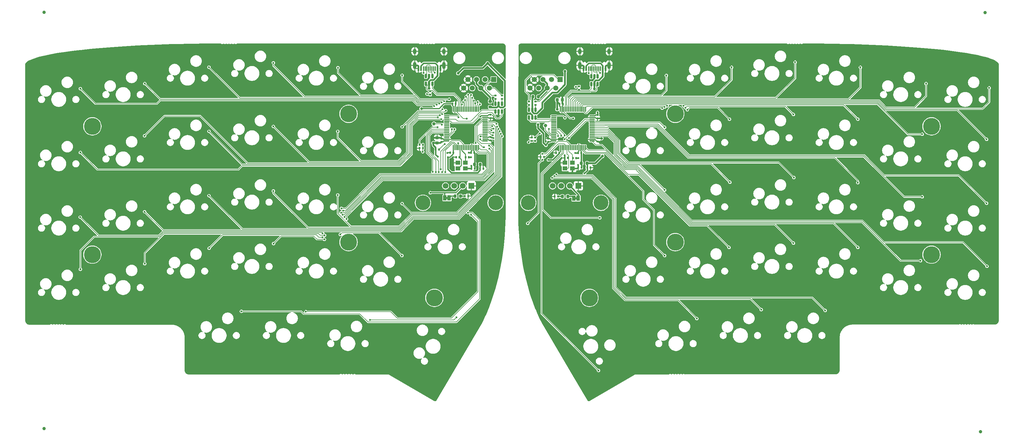
<source format=gtl>
G04 #@! TF.GenerationSoftware,KiCad,Pcbnew,9.0.2*
G04 #@! TF.CreationDate,2025-05-27T22:59:10+12:00*
G04 #@! TF.ProjectId,Koca58,4b6f6361-3538-42e6-9b69-6361645f7063,v1.0.3*
G04 #@! TF.SameCoordinates,Original*
G04 #@! TF.FileFunction,Copper,L1,Top*
G04 #@! TF.FilePolarity,Positive*
%FSLAX46Y46*%
G04 Gerber Fmt 4.6, Leading zero omitted, Abs format (unit mm)*
G04 Created by KiCad (PCBNEW 9.0.2) date 2025-05-27 22:59:10*
%MOMM*%
%LPD*%
G01*
G04 APERTURE LIST*
G04 Aperture macros list*
%AMRoundRect*
0 Rectangle with rounded corners*
0 $1 Rounding radius*
0 $2 $3 $4 $5 $6 $7 $8 $9 X,Y pos of 4 corners*
0 Add a 4 corners polygon primitive as box body*
4,1,4,$2,$3,$4,$5,$6,$7,$8,$9,$2,$3,0*
0 Add four circle primitives for the rounded corners*
1,1,$1+$1,$2,$3*
1,1,$1+$1,$4,$5*
1,1,$1+$1,$6,$7*
1,1,$1+$1,$8,$9*
0 Add four rect primitives between the rounded corners*
20,1,$1+$1,$2,$3,$4,$5,0*
20,1,$1+$1,$4,$5,$6,$7,0*
20,1,$1+$1,$6,$7,$8,$9,0*
20,1,$1+$1,$8,$9,$2,$3,0*%
G04 Aperture macros list end*
G04 #@! TA.AperFunction,EtchedComponent*
%ADD10C,0.000000*%
G04 #@! TD*
G04 #@! TA.AperFunction,SMDPad,CuDef*
%ADD11RoundRect,0.135000X-0.185000X0.135000X-0.185000X-0.135000X0.185000X-0.135000X0.185000X0.135000X0*%
G04 #@! TD*
G04 #@! TA.AperFunction,SMDPad,CuDef*
%ADD12RoundRect,0.200000X-0.275000X0.200000X-0.275000X-0.200000X0.275000X-0.200000X0.275000X0.200000X0*%
G04 #@! TD*
G04 #@! TA.AperFunction,SMDPad,CuDef*
%ADD13R,1.400000X1.200000*%
G04 #@! TD*
G04 #@! TA.AperFunction,ComponentPad*
%ADD14C,5.000000*%
G04 #@! TD*
G04 #@! TA.AperFunction,SMDPad,CuDef*
%ADD15R,1.000000X1.500000*%
G04 #@! TD*
G04 #@! TA.AperFunction,SMDPad,CuDef*
%ADD16RoundRect,0.140000X-0.140000X-0.170000X0.140000X-0.170000X0.140000X0.170000X-0.140000X0.170000X0*%
G04 #@! TD*
G04 #@! TA.AperFunction,SMDPad,CuDef*
%ADD17C,1.000000*%
G04 #@! TD*
G04 #@! TA.AperFunction,SMDPad,CuDef*
%ADD18RoundRect,0.150000X0.150000X-0.512500X0.150000X0.512500X-0.150000X0.512500X-0.150000X-0.512500X0*%
G04 #@! TD*
G04 #@! TA.AperFunction,ComponentPad*
%ADD19R,1.500000X1.500000*%
G04 #@! TD*
G04 #@! TA.AperFunction,ComponentPad*
%ADD20C,1.500000*%
G04 #@! TD*
G04 #@! TA.AperFunction,SMDPad,CuDef*
%ADD21RoundRect,0.200000X-0.200000X-0.275000X0.200000X-0.275000X0.200000X0.275000X-0.200000X0.275000X0*%
G04 #@! TD*
G04 #@! TA.AperFunction,SMDPad,CuDef*
%ADD22RoundRect,0.075000X0.075000X-0.700000X0.075000X0.700000X-0.075000X0.700000X-0.075000X-0.700000X0*%
G04 #@! TD*
G04 #@! TA.AperFunction,SMDPad,CuDef*
%ADD23RoundRect,0.075000X0.700000X-0.075000X0.700000X0.075000X-0.700000X0.075000X-0.700000X-0.075000X0*%
G04 #@! TD*
G04 #@! TA.AperFunction,ComponentPad*
%ADD24C,4.400000*%
G04 #@! TD*
G04 #@! TA.AperFunction,SMDPad,CuDef*
%ADD25RoundRect,0.200000X0.200000X0.275000X-0.200000X0.275000X-0.200000X-0.275000X0.200000X-0.275000X0*%
G04 #@! TD*
G04 #@! TA.AperFunction,SMDPad,CuDef*
%ADD26RoundRect,0.140000X0.140000X0.170000X-0.140000X0.170000X-0.140000X-0.170000X0.140000X-0.170000X0*%
G04 #@! TD*
G04 #@! TA.AperFunction,SMDPad,CuDef*
%ADD27RoundRect,0.140000X-0.170000X0.140000X-0.170000X-0.140000X0.170000X-0.140000X0.170000X0.140000X0*%
G04 #@! TD*
G04 #@! TA.AperFunction,SMDPad,CuDef*
%ADD28R,0.600000X1.450000*%
G04 #@! TD*
G04 #@! TA.AperFunction,SMDPad,CuDef*
%ADD29R,0.300000X1.450000*%
G04 #@! TD*
G04 #@! TA.AperFunction,ComponentPad*
%ADD30O,1.000000X2.100000*%
G04 #@! TD*
G04 #@! TA.AperFunction,ComponentPad*
%ADD31O,1.000000X1.600000*%
G04 #@! TD*
G04 #@! TA.AperFunction,SMDPad,CuDef*
%ADD32RoundRect,0.225000X-0.225000X-0.250000X0.225000X-0.250000X0.225000X0.250000X-0.225000X0.250000X0*%
G04 #@! TD*
G04 #@! TA.AperFunction,SMDPad,CuDef*
%ADD33RoundRect,0.140000X0.170000X-0.140000X0.170000X0.140000X-0.170000X0.140000X-0.170000X-0.140000X0*%
G04 #@! TD*
G04 #@! TA.AperFunction,SMDPad,CuDef*
%ADD34RoundRect,0.135000X0.185000X-0.135000X0.185000X0.135000X-0.185000X0.135000X-0.185000X-0.135000X0*%
G04 #@! TD*
G04 #@! TA.AperFunction,SMDPad,CuDef*
%ADD35RoundRect,0.225000X0.250000X-0.225000X0.250000X0.225000X-0.250000X0.225000X-0.250000X-0.225000X0*%
G04 #@! TD*
G04 #@! TA.AperFunction,ComponentPad*
%ADD36R,1.700000X1.700000*%
G04 #@! TD*
G04 #@! TA.AperFunction,ComponentPad*
%ADD37C,1.700000*%
G04 #@! TD*
G04 #@! TA.AperFunction,SMDPad,CuDef*
%ADD38RoundRect,0.150000X-0.150000X0.512500X-0.150000X-0.512500X0.150000X-0.512500X0.150000X0.512500X0*%
G04 #@! TD*
G04 #@! TA.AperFunction,SMDPad,CuDef*
%ADD39RoundRect,0.135000X-0.135000X-0.185000X0.135000X-0.185000X0.135000X0.185000X-0.135000X0.185000X0*%
G04 #@! TD*
G04 #@! TA.AperFunction,SMDPad,CuDef*
%ADD40RoundRect,0.135000X0.135000X0.185000X-0.135000X0.185000X-0.135000X-0.185000X0.135000X-0.185000X0*%
G04 #@! TD*
G04 #@! TA.AperFunction,SMDPad,CuDef*
%ADD41RoundRect,0.218750X-0.218750X-0.256250X0.218750X-0.256250X0.218750X0.256250X-0.218750X0.256250X0*%
G04 #@! TD*
G04 #@! TA.AperFunction,SMDPad,CuDef*
%ADD42RoundRect,0.218750X0.218750X0.256250X-0.218750X0.256250X-0.218750X-0.256250X0.218750X-0.256250X0*%
G04 #@! TD*
G04 #@! TA.AperFunction,ViaPad*
%ADD43C,0.600000*%
G04 #@! TD*
G04 #@! TA.AperFunction,ViaPad*
%ADD44C,0.800000*%
G04 #@! TD*
G04 #@! TA.AperFunction,Conductor*
%ADD45C,0.300000*%
G04 #@! TD*
G04 #@! TA.AperFunction,Conductor*
%ADD46C,0.500000*%
G04 #@! TD*
G04 #@! TA.AperFunction,Conductor*
%ADD47C,0.400000*%
G04 #@! TD*
G04 #@! TA.AperFunction,Conductor*
%ADD48C,0.150000*%
G04 #@! TD*
G04 #@! TA.AperFunction,Conductor*
%ADD49C,0.250000*%
G04 #@! TD*
G04 #@! TA.AperFunction,Conductor*
%ADD50C,0.200000*%
G04 #@! TD*
G04 APERTURE END LIST*
D10*
G04 #@! TA.AperFunction,EtchedComponent*
G36*
X223325000Y-137750000D02*
G01*
X222825000Y-137750000D01*
X222825000Y-137150000D01*
X223325000Y-137150000D01*
X223325000Y-137750000D01*
G37*
G04 #@! TD.AperFunction*
G04 #@! TA.AperFunction,EtchedComponent*
G36*
X185150000Y-137675000D02*
G01*
X184650000Y-137675000D01*
X184650000Y-137075000D01*
X185150000Y-137075000D01*
X185150000Y-137675000D01*
G37*
G04 #@! TD.AperFunction*
D11*
X211125000Y-108790000D03*
X211125000Y-109810000D03*
D12*
X197725000Y-108775001D03*
X197725000Y-110425001D03*
D13*
X188119000Y-128650000D03*
X190319000Y-128650000D03*
X190319000Y-126950000D03*
X188119000Y-126950000D03*
D14*
X80000000Y-116150000D03*
D15*
X223725000Y-137450000D03*
X222425000Y-137450000D03*
D16*
X222151000Y-125552200D03*
X223111000Y-125552200D03*
D17*
X342747600Y-206603600D03*
D18*
X199250000Y-111762501D03*
X200200000Y-111762501D03*
X201150000Y-111762501D03*
X201150000Y-109487501D03*
X200200000Y-109487501D03*
X199250000Y-109487501D03*
D16*
X194690000Y-128670000D03*
X195650000Y-128670000D03*
D14*
X227056000Y-166950000D03*
D19*
X218401000Y-102300000D03*
D20*
X217131000Y-104840000D03*
X215861000Y-102300000D03*
X214591000Y-104840000D03*
X213321000Y-102300000D03*
X212051000Y-104840000D03*
X210781000Y-102300000D03*
X209511000Y-104840000D03*
D21*
X193075000Y-127400000D03*
X194725000Y-127400000D03*
D22*
X186769000Y-122450000D03*
X187269000Y-122450000D03*
X187769000Y-122450000D03*
X188269000Y-122450000D03*
X188769000Y-122450000D03*
X189269000Y-122450000D03*
X189769000Y-122450000D03*
X190269000Y-122450000D03*
X190769000Y-122450000D03*
X191269000Y-122450000D03*
X191769000Y-122450000D03*
X192269000Y-122450000D03*
X192769000Y-122450000D03*
X193269000Y-122450000D03*
X193769000Y-122450000D03*
X194269000Y-122450000D03*
D23*
X196194000Y-120525000D03*
X196194000Y-120025000D03*
X196194000Y-119525000D03*
X196194000Y-119025000D03*
X196194000Y-118525000D03*
X196194000Y-118025000D03*
X196194000Y-117525000D03*
X196194000Y-117025000D03*
X196194000Y-116525000D03*
X196194000Y-116025000D03*
X196194000Y-115525000D03*
X196194000Y-115025000D03*
X196194000Y-114525000D03*
X196194000Y-114025000D03*
X196194000Y-113525000D03*
X196194000Y-113025000D03*
D22*
X194269000Y-111100000D03*
X193769000Y-111100000D03*
X193269000Y-111100000D03*
X192769000Y-111100000D03*
X192269000Y-111100000D03*
X191769000Y-111100000D03*
X191269000Y-111100000D03*
X190769000Y-111100000D03*
X190269000Y-111100000D03*
X189769000Y-111100000D03*
X189269000Y-111100000D03*
X188769000Y-111100000D03*
X188269000Y-111100000D03*
X187769000Y-111100000D03*
X187269000Y-111100000D03*
X186769000Y-111100000D03*
D23*
X184844000Y-113025000D03*
X184844000Y-113525000D03*
X184844000Y-114025000D03*
X184844000Y-114525000D03*
X184844000Y-115025000D03*
X184844000Y-115525000D03*
X184844000Y-116025000D03*
X184844000Y-116525000D03*
X184844000Y-117025000D03*
X184844000Y-117525000D03*
X184844000Y-118025000D03*
X184844000Y-118525000D03*
X184844000Y-119025000D03*
X184844000Y-119525000D03*
X184844000Y-120025000D03*
X184844000Y-120525000D03*
D24*
X177800000Y-138800000D03*
D14*
X181200000Y-166950000D03*
D25*
X211950000Y-107400000D03*
X210300000Y-107400000D03*
D11*
X199250000Y-107065001D03*
X199250000Y-108085001D03*
D26*
X220670000Y-125525000D03*
X219710000Y-125525000D03*
D17*
X214020400Y-115925600D03*
X65735200Y-82346800D03*
D27*
X229489000Y-119662000D03*
X229489000Y-120622000D03*
D14*
X155800000Y-150450000D03*
D16*
X226420000Y-128400000D03*
X227380000Y-128400000D03*
D26*
X186780000Y-124000000D03*
X185820000Y-124000000D03*
D28*
X231806000Y-99045000D03*
X231006000Y-99045000D03*
D29*
X229806000Y-99045000D03*
X228806000Y-99045000D03*
X228306000Y-99045000D03*
X227306000Y-99045000D03*
D28*
X226106000Y-99045000D03*
X225306000Y-99045000D03*
X225306000Y-99045000D03*
X226106000Y-99045000D03*
D29*
X226806000Y-99045000D03*
X227806000Y-99045000D03*
X229306000Y-99045000D03*
X230306000Y-99045000D03*
D28*
X231006000Y-99045000D03*
X231806000Y-99045000D03*
D30*
X232876000Y-98130000D03*
D31*
X232876000Y-93950000D03*
D30*
X224236000Y-98130000D03*
D31*
X224236000Y-93950000D03*
D14*
X328256000Y-116150000D03*
X80000000Y-154150000D03*
D18*
X209175000Y-113525000D03*
X210125000Y-113525000D03*
X211075000Y-113525000D03*
X211075000Y-111250000D03*
X210125000Y-111250000D03*
X209175000Y-111250000D03*
D14*
X252456000Y-150450000D03*
D16*
X218220000Y-109550000D03*
X219180000Y-109550000D03*
D11*
X210000000Y-119490000D03*
X210000000Y-120510000D03*
D32*
X217525000Y-108300000D03*
X219075000Y-108300000D03*
D24*
X230456000Y-138800000D03*
D33*
X214925000Y-120755000D03*
X214925000Y-119795000D03*
D21*
X224675000Y-127100000D03*
X226325000Y-127100000D03*
D27*
X197800000Y-112720000D03*
X197800000Y-113680000D03*
D34*
X179940000Y-106810000D03*
X179940000Y-105790000D03*
D14*
X252456000Y-112450000D03*
D35*
X182000000Y-121075000D03*
X182000000Y-119525000D03*
D11*
X223980000Y-104350000D03*
X223980000Y-105370000D03*
D36*
X223766000Y-133800000D03*
D37*
X221226000Y-133800000D03*
X218686000Y-133800000D03*
X216146000Y-133800000D03*
D26*
X224635000Y-124079000D03*
X223675000Y-124079000D03*
D28*
X182950000Y-99045000D03*
X182150000Y-99045000D03*
D29*
X180950000Y-99045000D03*
X179950000Y-99045000D03*
X179450000Y-99045000D03*
X178450000Y-99045000D03*
D28*
X177250000Y-99045000D03*
X176450000Y-99045000D03*
X176450000Y-99045000D03*
X177250000Y-99045000D03*
D29*
X177950000Y-99045000D03*
X178950000Y-99045000D03*
X180450000Y-99045000D03*
X181450000Y-99045000D03*
D28*
X182150000Y-99045000D03*
X182950000Y-99045000D03*
D30*
X184020000Y-98130000D03*
D31*
X184020000Y-93950000D03*
D30*
X175380000Y-98130000D03*
D31*
X175380000Y-93950000D03*
D11*
X201175000Y-107065001D03*
X201175000Y-108085001D03*
D38*
X180575000Y-101262500D03*
X179625000Y-101262500D03*
X178675000Y-101262500D03*
X178675000Y-103537500D03*
X179625000Y-103537500D03*
X180575000Y-103537500D03*
D16*
X186520000Y-109500000D03*
X187480000Y-109500000D03*
D33*
X183300000Y-120780000D03*
X183300000Y-119820000D03*
D39*
X176782000Y-122631200D03*
X177802000Y-122631200D03*
D22*
X218425000Y-122450000D03*
X218925000Y-122450000D03*
X219425000Y-122450000D03*
X219925000Y-122450000D03*
X220425000Y-122450000D03*
X220925000Y-122450000D03*
X221425000Y-122450000D03*
X221925000Y-122450000D03*
X222425000Y-122450000D03*
X222925000Y-122450000D03*
X223425000Y-122450000D03*
X223925000Y-122450000D03*
X224425000Y-122450000D03*
X224925000Y-122450000D03*
X225425000Y-122450000D03*
X225925000Y-122450000D03*
D23*
X227850000Y-120525000D03*
X227850000Y-120025000D03*
X227850000Y-119525000D03*
X227850000Y-119025000D03*
X227850000Y-118525000D03*
X227850000Y-118025000D03*
X227850000Y-117525000D03*
X227850000Y-117025000D03*
X227850000Y-116525000D03*
X227850000Y-116025000D03*
X227850000Y-115525000D03*
X227850000Y-115025000D03*
X227850000Y-114525000D03*
X227850000Y-114025000D03*
X227850000Y-113525000D03*
X227850000Y-113025000D03*
D22*
X225925000Y-111100000D03*
X225425000Y-111100000D03*
X224925000Y-111100000D03*
X224425000Y-111100000D03*
X223925000Y-111100000D03*
X223425000Y-111100000D03*
X222925000Y-111100000D03*
X222425000Y-111100000D03*
X221925000Y-111100000D03*
X221425000Y-111100000D03*
X220925000Y-111100000D03*
X220425000Y-111100000D03*
X219925000Y-111100000D03*
X219425000Y-111100000D03*
X218925000Y-111100000D03*
X218425000Y-111100000D03*
D23*
X216500000Y-113025000D03*
X216500000Y-113525000D03*
X216500000Y-114025000D03*
X216500000Y-114525000D03*
X216500000Y-115025000D03*
X216500000Y-115525000D03*
X216500000Y-116025000D03*
X216500000Y-116525000D03*
X216500000Y-117025000D03*
X216500000Y-117525000D03*
X216500000Y-118025000D03*
X216500000Y-118525000D03*
X216500000Y-119025000D03*
X216500000Y-119525000D03*
X216500000Y-120025000D03*
X216500000Y-120525000D03*
D39*
X176782000Y-121615200D03*
X177802000Y-121615200D03*
D40*
X182577200Y-122986800D03*
X181557200Y-122986800D03*
D26*
X193110000Y-128670000D03*
X192150000Y-128670000D03*
D40*
X217810000Y-136950000D03*
X216790000Y-136950000D03*
D15*
X184250000Y-137375000D03*
X185550000Y-137375000D03*
D24*
X208956000Y-138800000D03*
D17*
X344119200Y-82448400D03*
X181051200Y-115443000D03*
D41*
X219057500Y-136950000D03*
X220632500Y-136950000D03*
D26*
X188580000Y-125300000D03*
X187620000Y-125300000D03*
D27*
X197800000Y-119320000D03*
X197800000Y-120280000D03*
D40*
X213610000Y-125200000D03*
X212590000Y-125200000D03*
D14*
X155800000Y-112450000D03*
D39*
X190165000Y-136825000D03*
X191185000Y-136825000D03*
D11*
X209150000Y-108790000D03*
X209150000Y-109810000D03*
D27*
X229425000Y-112820000D03*
X229425000Y-113780000D03*
D17*
X65684400Y-205689200D03*
D26*
X218105000Y-124025000D03*
X217145000Y-124025000D03*
D13*
X219775000Y-128650000D03*
X221975000Y-128650000D03*
X221975000Y-126950000D03*
X219775000Y-126950000D03*
D14*
X328256000Y-154150000D03*
D26*
X224680000Y-128400000D03*
X223720000Y-128400000D03*
D24*
X199300000Y-138800000D03*
D38*
X229475000Y-101362500D03*
X228525000Y-101362500D03*
X227575000Y-101362500D03*
X227575000Y-103637500D03*
X228525000Y-103637500D03*
X229475000Y-103637500D03*
D19*
X198745000Y-102300000D03*
D20*
X197475000Y-104840000D03*
X196205000Y-102300000D03*
X194935000Y-104840000D03*
X193665000Y-102300000D03*
X192395000Y-104840000D03*
X191125000Y-102300000D03*
X189855000Y-104840000D03*
D42*
X188912500Y-136850000D03*
X187337500Y-136850000D03*
D26*
X192980000Y-124000000D03*
X192020000Y-124000000D03*
D16*
X190440000Y-125300000D03*
X191400000Y-125300000D03*
D36*
X192110000Y-133800000D03*
D37*
X189570000Y-133800000D03*
X187030000Y-133800000D03*
X184490000Y-133800000D03*
D11*
X211000000Y-119490000D03*
X211000000Y-120510000D03*
D43*
X175615600Y-117348000D03*
D44*
X178816000Y-116535200D03*
X198330000Y-148850000D03*
D43*
X187830000Y-98670000D03*
X197231000Y-163449000D03*
X184890000Y-102750000D03*
X183080000Y-103950000D03*
X198622351Y-113832351D03*
X64109600Y-135686800D03*
X198312500Y-120787500D03*
X192125600Y-119735600D03*
D44*
X180860000Y-119550000D03*
D43*
X200075000Y-93225000D03*
X172720000Y-151180800D03*
X180720000Y-107540000D03*
X178206400Y-193192400D03*
X191330000Y-124000000D03*
X169418000Y-144526000D03*
X200870000Y-99010000D03*
X187502800Y-164642800D03*
D44*
X177770000Y-102380000D03*
D43*
X186385200Y-126034800D03*
X170180000Y-133654800D03*
X172516800Y-112547400D03*
X168300400Y-125323600D03*
X89560400Y-95148400D03*
X180850000Y-140850000D03*
X184979000Y-124002800D03*
X192150000Y-127890000D03*
X190650000Y-94680000D03*
X176470000Y-102130000D03*
D44*
X199870000Y-113090000D03*
D43*
X133096000Y-188671200D03*
X147523200Y-110845600D03*
X175780000Y-116440000D03*
X109880400Y-110845600D03*
X109677200Y-130606800D03*
D44*
X145542000Y-143865600D03*
D43*
X177925000Y-120150000D03*
X150012400Y-130149600D03*
X182650000Y-155690000D03*
X174375000Y-127050000D03*
X195975000Y-110625000D03*
D44*
X104140000Y-144475200D03*
D43*
X190770000Y-95760000D03*
D44*
X126847600Y-149758400D03*
D43*
X176525000Y-104550000D03*
X186525000Y-107525000D03*
X104698800Y-170688000D03*
X188400000Y-93000000D03*
X192060000Y-125300000D03*
X180410000Y-123140000D03*
X200710800Y-134112000D03*
X187960000Y-119278400D03*
X63804800Y-171704000D03*
X201750000Y-121800000D03*
X189100000Y-144530000D03*
X178511200Y-128320800D03*
X195650000Y-107950000D03*
X192278000Y-116332000D03*
X186537600Y-128727200D03*
X168503600Y-129184400D03*
X201200000Y-114600000D03*
X179950000Y-93900000D03*
X187960000Y-116128800D03*
X127050800Y-92456000D03*
X168605200Y-93319600D03*
X151536400Y-150672800D03*
X183140000Y-101450000D03*
D44*
X131064000Y-124714000D03*
D43*
X167700000Y-167050000D03*
X192040000Y-96410000D03*
X195681600Y-125526800D03*
D44*
X90373200Y-131622800D03*
D43*
X169062400Y-106070400D03*
X145491200Y-167843200D03*
X197250000Y-99875000D03*
X183074000Y-128905000D03*
X188350000Y-113500000D03*
X190804800Y-113893600D03*
X193357955Y-121065918D03*
X195834000Y-122377200D03*
X177749200Y-123675000D03*
X186334400Y-117000000D03*
X182168800Y-116450000D03*
X215036400Y-116941600D03*
X212394800Y-118262400D03*
X76450000Y-105000000D03*
X181135711Y-110125000D03*
X189344000Y-109664634D03*
X181866279Y-109775000D03*
X189700716Y-108948562D03*
X95500000Y-103500000D03*
X190239205Y-108356925D03*
X182612638Y-109425000D03*
X114500000Y-98650000D03*
X183349429Y-109075278D03*
X190550000Y-107400000D03*
X133550000Y-97350000D03*
X184068671Y-108725000D03*
X191150000Y-106800000D03*
X152650000Y-98800000D03*
X192050000Y-106860000D03*
X171650000Y-101050000D03*
X185572400Y-108150000D03*
X199600000Y-115450000D03*
X76450000Y-123900000D03*
X183235600Y-114025000D03*
X95450000Y-118950000D03*
X194027039Y-108933513D03*
X182770225Y-112875000D03*
X194700000Y-109650000D03*
X114500000Y-117650000D03*
X182214011Y-113450000D03*
X133550000Y-116200000D03*
X183489600Y-112525000D03*
X193344000Y-109350000D03*
X184550000Y-111500000D03*
X152600000Y-117650000D03*
X192844000Y-108550000D03*
X183550000Y-111100000D03*
X171650000Y-116300000D03*
X192344000Y-107700000D03*
X198476053Y-118786012D03*
X76400000Y-143050000D03*
X201220685Y-119084063D03*
X200838683Y-118381156D03*
X198625000Y-118000000D03*
X95450000Y-141450000D03*
X198051167Y-117378429D03*
X114500000Y-136700000D03*
X200516992Y-117648681D03*
X198625000Y-116816133D03*
X133550000Y-135300000D03*
X200145905Y-116939950D03*
X152600000Y-136500000D03*
X198268413Y-116100000D03*
X199775000Y-116231125D03*
X171650000Y-139050000D03*
X76454000Y-158496000D03*
X148132800Y-147825000D03*
X153670000Y-140462000D03*
X154200785Y-141151998D03*
X95504000Y-156845000D03*
X148691600Y-148437600D03*
X114554000Y-152273000D03*
X148107400Y-149047200D03*
X153570998Y-141726998D03*
X133604000Y-150876000D03*
X194758000Y-119989413D03*
X154051000Y-142367000D03*
X197485000Y-122809000D03*
X148656959Y-149628568D03*
X154619000Y-142996998D03*
X197358000Y-121860000D03*
X194831025Y-119112975D03*
X153350000Y-148175000D03*
X171577000Y-154432000D03*
X155194000Y-143637000D03*
X183515000Y-129755000D03*
X124079000Y-170942000D03*
X191135000Y-141732000D03*
X192024000Y-142367000D03*
X143129000Y-171069000D03*
X184404000Y-129755000D03*
X162179000Y-173482000D03*
X182499000Y-129755000D03*
X187706000Y-172720000D03*
X181610000Y-129755000D03*
X180721000Y-129667000D03*
X249809000Y-101092000D03*
D44*
X180850000Y-121100000D03*
D43*
X182175000Y-125175000D03*
X185216800Y-125272800D03*
X179984400Y-135839200D03*
X194767200Y-113284000D03*
X198625000Y-119657821D03*
X179000000Y-106575000D03*
D44*
X177350000Y-110925000D03*
D43*
X269113000Y-98679000D03*
X229450000Y-112050000D03*
D44*
X211850000Y-115700000D03*
X230632000Y-119700000D03*
D43*
X225600000Y-130079000D03*
D44*
X230886000Y-124968000D03*
X217525600Y-111125000D03*
D43*
X214900000Y-126100000D03*
X214200000Y-121800000D03*
X223020000Y-104470000D03*
X287909000Y-97155000D03*
X307213000Y-98679000D03*
X326644000Y-103505000D03*
X177950000Y-100320000D03*
X181325000Y-100275000D03*
X345313000Y-104775000D03*
X249301000Y-116459000D03*
X256006600Y-111252000D03*
X248564400Y-110786000D03*
X268478000Y-114046000D03*
X249301000Y-110436000D03*
X255447800Y-110642400D03*
X287401000Y-112649000D03*
X250063000Y-110086000D03*
X306451000Y-114046000D03*
X254863600Y-110086000D03*
X325501000Y-118491000D03*
X344551000Y-120015000D03*
X249301000Y-135001000D03*
X268605000Y-132715000D03*
X287528000Y-131318000D03*
X306451000Y-132842000D03*
X325501000Y-137033000D03*
X344551000Y-138938000D03*
X249301000Y-154432000D03*
X268351000Y-152019000D03*
X287401000Y-150749000D03*
X306451000Y-152019000D03*
X324993000Y-155956000D03*
X344678000Y-157607000D03*
X230124000Y-143256000D03*
X229743000Y-188468000D03*
X216027000Y-131445000D03*
X258826000Y-173101000D03*
X217816733Y-119063094D03*
X218694000Y-118999000D03*
X216662000Y-130937000D03*
X277876000Y-170434000D03*
X217297000Y-130429000D03*
X219710000Y-118872000D03*
X296799000Y-170688000D03*
X219805117Y-113601744D03*
X222278278Y-113763794D03*
X220957000Y-119657000D03*
X219762500Y-119962500D03*
X213100000Y-124275000D03*
X208800000Y-144900000D03*
X213100000Y-126100000D03*
X209075000Y-120875000D03*
X317703200Y-95250000D03*
X260756400Y-112217200D03*
X223710000Y-127620000D03*
X230370000Y-128790000D03*
X269875000Y-148725000D03*
X343154000Y-97790000D03*
X220975000Y-141225000D03*
D44*
X280873200Y-105613200D03*
D43*
X216154000Y-112166400D03*
X223875600Y-119811800D03*
X227838000Y-121666000D03*
X214360000Y-119230000D03*
X207450000Y-99675000D03*
X206875000Y-109025000D03*
X215452001Y-124561172D03*
X236575600Y-105918000D03*
X223830000Y-125550000D03*
X232613200Y-121564400D03*
X208100000Y-119025000D03*
D44*
X208340000Y-112390000D03*
D43*
X217200000Y-100400000D03*
X230136000Y-121010000D03*
X346964000Y-127355600D03*
X219710000Y-124680000D03*
D44*
X219075000Y-107061000D03*
D43*
X219506800Y-163728400D03*
X232765600Y-151231600D03*
X241858800Y-117805200D03*
X225958400Y-116586000D03*
X232765600Y-111912400D03*
X221980000Y-129670000D03*
X247802400Y-170332400D03*
X225350000Y-101300000D03*
X220890000Y-104330000D03*
X211380000Y-96880000D03*
X215138000Y-130175000D03*
X222410000Y-115750000D03*
X239776000Y-125476000D03*
X211790000Y-96290000D03*
X234560000Y-117200000D03*
X252095000Y-105308400D03*
X220600000Y-129900000D03*
X216140000Y-145090000D03*
D44*
X226710000Y-102480000D03*
D43*
X214475000Y-113200000D03*
X238252000Y-112268000D03*
X301955200Y-168198800D03*
D44*
X323240400Y-132791200D03*
D43*
X210230000Y-94630000D03*
X211074000Y-164211000D03*
X219875000Y-92925000D03*
X228010000Y-125470000D03*
X219900000Y-116620000D03*
X228450000Y-93625000D03*
X208025000Y-115925000D03*
X215075000Y-96775000D03*
X233324400Y-191211200D03*
X213360000Y-128143000D03*
D44*
X306374800Y-147421600D03*
D43*
X282041600Y-92151200D03*
X237075000Y-132125000D03*
X208050000Y-93150000D03*
X231860000Y-105960000D03*
X230124000Y-113800000D03*
X232050000Y-104500000D03*
X232120000Y-101310000D03*
X241808000Y-92811600D03*
X277977600Y-187045600D03*
X222850000Y-124070000D03*
X209375000Y-129175000D03*
X299008800Y-130302000D03*
X260045200Y-129590800D03*
X242115230Y-165437851D03*
X314147200Y-115722400D03*
X346710000Y-165252400D03*
D44*
X282295600Y-163271200D03*
X209980000Y-148790000D03*
D43*
X214075000Y-110225000D03*
X188225000Y-121160000D03*
X184251600Y-121412000D03*
X187133622Y-117035327D03*
X183438800Y-115620800D03*
D44*
X179620000Y-104900000D03*
X196925000Y-97500000D03*
X188210000Y-100450000D03*
X219832107Y-99867893D03*
X228510000Y-105090000D03*
D43*
X230210000Y-100360000D03*
X226800000Y-100400000D03*
D45*
X187480000Y-110010880D02*
X187480000Y-109500000D01*
D46*
X180860000Y-119550000D02*
X180885000Y-119525000D01*
D47*
X187475000Y-109495000D02*
X187480000Y-109500000D01*
D46*
X179054100Y-102400000D02*
X177790000Y-102400000D01*
D45*
X187269000Y-111100000D02*
X187269000Y-110221880D01*
D48*
X196194000Y-113525000D02*
X195339373Y-113525000D01*
D46*
X176242570Y-98130000D02*
X175380000Y-98130000D01*
X182950000Y-99045000D02*
X182950000Y-98337430D01*
D45*
X197125000Y-113525000D02*
X196194000Y-113525000D01*
D47*
X192130000Y-128650000D02*
X192150000Y-128670000D01*
D45*
X192020000Y-123577120D02*
X192020000Y-124000000D01*
X192269000Y-122450000D02*
X192269000Y-123328120D01*
D46*
X179625000Y-101829100D02*
X179054100Y-102400000D01*
D47*
X191330000Y-124000000D02*
X192020000Y-124000000D01*
D45*
X192269000Y-123328120D02*
X192020000Y-123577120D01*
D47*
X186525000Y-107525000D02*
X187475000Y-108475000D01*
D46*
X183157430Y-98130000D02*
X184020000Y-98130000D01*
D47*
X192150000Y-128670000D02*
X192150000Y-127890000D01*
D48*
X194564373Y-114300000D02*
X194462400Y-114300000D01*
D45*
X197125000Y-113525000D02*
X197280000Y-113680000D01*
X198312500Y-120787500D02*
X197805000Y-120280000D01*
X197280000Y-113680000D02*
X197800000Y-113680000D01*
X197380000Y-120280000D02*
X197800000Y-120280000D01*
D46*
X199870000Y-113090000D02*
X200200000Y-112760000D01*
X182950000Y-98337430D02*
X183157430Y-98130000D01*
D45*
X197125000Y-120025000D02*
X197380000Y-120280000D01*
X183925000Y-120025000D02*
X183720000Y-119820000D01*
X184844000Y-120025000D02*
X183925000Y-120025000D01*
D48*
X195339373Y-113525000D02*
X194564373Y-114300000D01*
D46*
X179625000Y-101262500D02*
X179625000Y-101829100D01*
D45*
X184981800Y-124000000D02*
X184979000Y-124002800D01*
X187269000Y-110221880D02*
X187480000Y-110010880D01*
D46*
X183005000Y-119525000D02*
X183300000Y-119820000D01*
D45*
X196194000Y-120025000D02*
X197125000Y-120025000D01*
D46*
X200200000Y-112760000D02*
X200200000Y-111762501D01*
D47*
X191400000Y-125300000D02*
X192060000Y-125300000D01*
X187475000Y-108475000D02*
X187475000Y-109495000D01*
D46*
X182000000Y-119525000D02*
X183005000Y-119525000D01*
D45*
X185820000Y-124000000D02*
X184981800Y-124000000D01*
D46*
X177790000Y-102400000D02*
X177770000Y-102380000D01*
D47*
X190319000Y-128650000D02*
X192130000Y-128650000D01*
D45*
X183720000Y-119820000D02*
X183300000Y-119820000D01*
X198622351Y-113832351D02*
X198470000Y-113680000D01*
X198470000Y-113680000D02*
X197800000Y-113680000D01*
X197805000Y-120280000D02*
X197800000Y-120280000D01*
D46*
X180885000Y-119525000D02*
X182000000Y-119525000D01*
X176450000Y-99045000D02*
X176450000Y-98337430D01*
X176450000Y-98337430D02*
X176242570Y-98130000D01*
D47*
X190319000Y-128650000D02*
X190499000Y-128650000D01*
X193110000Y-128670000D02*
X193110000Y-124130000D01*
D45*
X192769000Y-123328120D02*
X192980000Y-123539120D01*
X192769000Y-122450000D02*
X192769000Y-123328120D01*
X192980000Y-123539120D02*
X192980000Y-124000000D01*
D47*
X193110000Y-124130000D02*
X192980000Y-124000000D01*
D45*
X186075000Y-136850000D02*
X187337500Y-136850000D01*
X185550000Y-137375000D02*
X186075000Y-136850000D01*
D48*
X183074000Y-123626000D02*
X183074000Y-128905000D01*
X188720000Y-120420000D02*
X186280000Y-120420000D01*
X189769000Y-122450000D02*
X189769000Y-121469000D01*
X186280000Y-120420000D02*
X183074000Y-123626000D01*
X189769000Y-121469000D02*
X188720000Y-120420000D01*
D49*
X188769000Y-122450000D02*
X188769000Y-125569000D01*
X189200000Y-127669000D02*
X188219000Y-128650000D01*
X188219000Y-128650000D02*
X188119000Y-128650000D01*
X188769000Y-125569000D02*
X189200000Y-126000000D01*
X189200000Y-126000000D02*
X189200000Y-127669000D01*
X190319000Y-126950000D02*
X190319000Y-124342764D01*
X189269000Y-123292764D02*
X189269000Y-122450000D01*
X190319000Y-124342764D02*
X189269000Y-123292764D01*
D47*
X224675000Y-124119000D02*
X224635000Y-124079000D01*
X224680000Y-127105000D02*
X224675000Y-127100000D01*
X224680000Y-128400000D02*
X224680000Y-127105000D01*
D45*
X224425000Y-123333000D02*
X224635000Y-123543000D01*
D47*
X224675000Y-127100000D02*
X224675000Y-124119000D01*
D45*
X224425000Y-122450000D02*
X224425000Y-123333000D01*
X224635000Y-123543000D02*
X224635000Y-124079000D01*
X190140000Y-136850000D02*
X190165000Y-136825000D01*
X188912500Y-136850000D02*
X190140000Y-136850000D01*
X217810000Y-136950000D02*
X219057500Y-136950000D01*
D48*
X180575000Y-101262500D02*
X180450000Y-101137500D01*
X180450000Y-101137500D02*
X180450000Y-100070000D01*
X179450000Y-99972000D02*
X179548000Y-100070000D01*
X180450000Y-100070000D02*
X180450000Y-99045000D01*
X179548000Y-100070000D02*
X180450000Y-100070000D01*
X179450000Y-99045000D02*
X179450000Y-99972000D01*
X178950000Y-100987500D02*
X178950000Y-99045000D01*
X178950000Y-98118000D02*
X179088000Y-97980000D01*
X179812000Y-97980000D02*
X179950000Y-98118000D01*
X178950000Y-99045000D02*
X178950000Y-98118000D01*
X179950000Y-98118000D02*
X179950000Y-99045000D01*
X178675000Y-101262500D02*
X178950000Y-100987500D01*
X179088000Y-97980000D02*
X179812000Y-97980000D01*
X184844000Y-114525000D02*
X185848200Y-114525000D01*
X194183000Y-113055026D02*
X194970026Y-112268000D01*
X200370000Y-113800000D02*
X201150000Y-113020000D01*
X201150000Y-113020000D02*
X201150000Y-111762501D01*
X194183000Y-113563400D02*
X194183000Y-113055026D01*
X199590000Y-113800000D02*
X200370000Y-113800000D01*
X196882000Y-112268000D02*
X197150000Y-112000000D01*
X192582800Y-115163600D02*
X194183000Y-113563400D01*
X186486800Y-115163600D02*
X192582800Y-115163600D01*
X185848200Y-114525000D02*
X186486800Y-115163600D01*
X199160000Y-113030000D02*
X199160000Y-113370000D01*
X194970026Y-112268000D02*
X196882000Y-112268000D01*
X199160000Y-113370000D02*
X199590000Y-113800000D01*
X197150000Y-112000000D02*
X198130000Y-112000000D01*
X198130000Y-112000000D02*
X199160000Y-113030000D01*
X199250000Y-111762501D02*
X198862500Y-111375001D01*
X191994400Y-114655600D02*
X188112400Y-114655600D01*
X187481800Y-114025000D02*
X184844000Y-114025000D01*
X198862500Y-111375001D02*
X195274999Y-111375001D01*
X188112400Y-114655600D02*
X187481800Y-114025000D01*
X195274999Y-111375001D02*
X191994400Y-114655600D01*
X187875000Y-113025000D02*
X188350000Y-113500000D01*
X184844000Y-113025000D02*
X187875000Y-113025000D01*
X190804800Y-113893600D02*
X189787601Y-113893600D01*
X189787601Y-113893600D02*
X187769000Y-111874999D01*
X187769000Y-111874999D02*
X187769000Y-111100000D01*
X193357955Y-116086046D02*
X193357955Y-121065918D01*
X195419001Y-114025000D02*
X193357955Y-116086046D01*
X196194000Y-114025000D02*
X195419001Y-114025000D01*
X193833000Y-120741946D02*
X193833000Y-116111001D01*
X195468254Y-122377200D02*
X193833000Y-120741946D01*
X193833000Y-116111001D02*
X195419001Y-114525000D01*
X195834000Y-122377200D02*
X195468254Y-122377200D01*
X195419001Y-114525000D02*
X196194000Y-114525000D01*
X177802000Y-121615200D02*
X177802000Y-122631200D01*
X177749200Y-122684000D02*
X177802000Y-122631200D01*
X177749200Y-123675000D02*
X177749200Y-122684000D01*
D45*
X222425000Y-137450000D02*
X221925000Y-136950000D01*
X221925000Y-136950000D02*
X220632500Y-136950000D01*
D48*
X185618999Y-118525000D02*
X184844000Y-118525000D01*
X182168800Y-116450000D02*
X180526800Y-116450000D01*
X186334400Y-117000000D02*
X186334400Y-117809599D01*
X176782000Y-120194800D02*
X176782000Y-121615200D01*
X180526800Y-116450000D02*
X176782000Y-120194800D01*
X186334400Y-117809599D02*
X185618999Y-118525000D01*
X212227600Y-118262400D02*
X211000000Y-119490000D01*
X216500000Y-118525000D02*
X215725001Y-118525000D01*
X215036400Y-117836399D02*
X215036400Y-116941600D01*
X212394800Y-118262400D02*
X212227600Y-118262400D01*
X215725001Y-118525000D02*
X215036400Y-117836399D01*
X180910711Y-109900000D02*
X181135711Y-110125000D01*
X175187565Y-108862435D02*
X175187565Y-108862436D01*
X189344000Y-109664634D02*
X189269000Y-109739634D01*
X176225128Y-109900000D02*
X180910711Y-109900000D01*
X175187565Y-108862436D02*
X176020103Y-109694975D01*
X80950000Y-109500000D02*
X99050000Y-109500000D01*
X100100000Y-108450000D02*
X174775130Y-108450000D01*
X99050000Y-109500000D02*
X100100000Y-108450000D01*
X76450000Y-105000000D02*
X80950000Y-109500000D01*
X174775130Y-108450000D02*
X175187565Y-108862435D01*
X189269000Y-109739634D02*
X189269000Y-111100000D01*
X176020103Y-109694975D02*
X176225128Y-109900000D01*
X176085052Y-109264949D02*
X176370103Y-109550000D01*
X100100000Y-108100000D02*
X150950000Y-108100000D01*
X150950000Y-108100000D02*
X174920104Y-108100000D01*
X176370103Y-109550000D02*
X179650000Y-109550000D01*
X95500000Y-103500000D02*
X100100000Y-108100000D01*
X181641279Y-109550000D02*
X181866279Y-109775000D01*
X174920104Y-108100000D02*
X176085052Y-109264948D01*
X176085052Y-109264948D02*
X176085052Y-109264949D01*
X189769000Y-110281000D02*
X189769000Y-111100000D01*
X189700716Y-108948562D02*
X189919000Y-109166846D01*
X189919000Y-109166846D02*
X189919000Y-110131000D01*
X179650000Y-109550000D02*
X181641279Y-109550000D01*
X189919000Y-110131000D02*
X189769000Y-110281000D01*
X175065078Y-107750000D02*
X175612565Y-108297487D01*
X114500000Y-98650000D02*
X123600000Y-107750000D01*
X123600000Y-107750000D02*
X146950000Y-107750000D01*
X190239205Y-108356925D02*
X190275716Y-108393436D01*
X146950000Y-107750000D02*
X175065078Y-107750000D01*
X175612565Y-108297487D02*
X176515078Y-109200000D01*
X176515078Y-109200000D02*
X179800000Y-109200000D01*
X190275716Y-108393436D02*
X190275716Y-111093284D01*
X179800000Y-109200000D02*
X182387638Y-109200000D01*
X182387638Y-109200000D02*
X182612638Y-109425000D01*
X190275716Y-111093284D02*
X190269000Y-111100000D01*
X133550000Y-97350000D02*
X133550000Y-98150000D01*
X142800000Y-107400000D02*
X161050000Y-107400000D01*
X179950000Y-108850000D02*
X183124151Y-108850000D01*
X139550000Y-104150000D02*
X142800000Y-107400000D01*
X161050000Y-107400000D02*
X175210052Y-107400000D01*
X190850000Y-108600000D02*
X190850000Y-107700000D01*
X183124151Y-108850000D02*
X183349429Y-109075278D01*
X190769000Y-111100000D02*
X190769000Y-108681000D01*
X190850000Y-107700000D02*
X190550000Y-107400000D01*
X175757539Y-107947487D02*
X176455025Y-108644974D01*
X190769000Y-108681000D02*
X190850000Y-108600000D01*
X176660050Y-108850000D02*
X179950000Y-108850000D01*
X176455025Y-108644974D02*
X176455025Y-108644975D01*
X133550000Y-98150000D02*
X139550000Y-104150000D01*
X176455025Y-108644975D02*
X176660050Y-108850000D01*
X175210052Y-107400000D02*
X175757539Y-107947487D01*
X180200000Y-108500000D02*
X183843671Y-108500000D01*
X159450000Y-107050000D02*
X165500000Y-107050000D01*
X152650000Y-98800000D02*
X152650000Y-100250000D01*
X175902513Y-107597487D02*
X175902513Y-107597488D01*
X183843671Y-108500000D02*
X184068671Y-108725000D01*
X157200000Y-104800000D02*
X159450000Y-107050000D01*
X191269000Y-107319000D02*
X191269000Y-111100000D01*
X175902513Y-107597488D02*
X176805025Y-108500000D01*
X165500000Y-107050000D02*
X175355026Y-107050000D01*
X152650000Y-100250000D02*
X157200000Y-104800000D01*
X191150000Y-107200000D02*
X191269000Y-107319000D01*
X175355026Y-107050000D02*
X175902513Y-107597487D01*
X191150000Y-106800000D02*
X191150000Y-107200000D01*
X176805025Y-108500000D02*
X180200000Y-108500000D01*
X192050000Y-106860000D02*
X191769000Y-107141000D01*
X185572400Y-108150000D02*
X176950000Y-108150000D01*
X191769000Y-107141000D02*
X191769000Y-111100000D01*
X171650000Y-102850000D02*
X171650000Y-101050000D01*
X176950000Y-108150000D02*
X171650000Y-102850000D01*
X171079900Y-127800000D02*
X124350000Y-127800000D01*
X81500000Y-128950000D02*
X76450000Y-123900000D01*
X179700000Y-114025000D02*
X176399870Y-114025000D01*
X124350000Y-127800000D02*
X123200000Y-128950000D01*
X179700000Y-114025000D02*
X183235600Y-114025000D01*
X199600000Y-115450000D02*
X199175000Y-115025000D01*
X123200000Y-128950000D02*
X81500000Y-128950000D01*
X176399870Y-114025000D02*
X174500000Y-115924870D01*
X199175000Y-115025000D02*
X196194000Y-115025000D01*
X174500000Y-115924870D02*
X174500000Y-124379900D01*
X174500000Y-124379900D02*
X171079900Y-127800000D01*
X193769000Y-110031000D02*
X194027039Y-109772961D01*
X170789949Y-127100000D02*
X171919975Y-125969974D01*
X173800000Y-124089950D02*
X173800000Y-115634922D01*
X193769000Y-111100000D02*
X193769000Y-110031000D01*
X125950000Y-127100000D02*
X170789949Y-127100000D01*
X194027039Y-109772961D02*
X194027039Y-108933513D01*
X95450000Y-118950000D02*
X101300000Y-113100000D01*
X173800000Y-115634922D02*
X176559922Y-112875000D01*
X171919975Y-125969974D02*
X173800000Y-124089950D01*
X111950000Y-113100000D02*
X125950000Y-127100000D01*
X101300000Y-113100000D02*
X111950000Y-113100000D01*
X176559922Y-112875000D02*
X182770225Y-112875000D01*
X194700000Y-109650000D02*
X194269000Y-110081000D01*
X170934925Y-127450000D02*
X124300000Y-127450000D01*
X174150000Y-115779896D02*
X174150000Y-124234925D01*
X124300000Y-127450000D02*
X114500000Y-117650000D01*
X176479896Y-113450000D02*
X174150000Y-115779896D01*
X194269000Y-110081000D02*
X194269000Y-111100000D01*
X174150000Y-124234925D02*
X170934925Y-127450000D01*
X182214011Y-113450000D02*
X176479896Y-113450000D01*
X176639948Y-112300000D02*
X173450000Y-115489948D01*
X193344000Y-109350000D02*
X193269000Y-109425000D01*
X183489600Y-112525000D02*
X183264600Y-112300000D01*
X193269000Y-109425000D02*
X193269000Y-111100000D01*
X173450000Y-115489948D02*
X173450000Y-123944975D01*
X173450000Y-123944975D02*
X170644975Y-126750000D01*
X144100000Y-126750000D02*
X133550000Y-116200000D01*
X183264600Y-112300000D02*
X176639948Y-112300000D01*
X170644975Y-126750000D02*
X144100000Y-126750000D01*
X159400000Y-126400000D02*
X169550000Y-126400000D01*
X159000000Y-126000000D02*
X159400000Y-126400000D01*
X176494974Y-111950000D02*
X181800000Y-111950000D01*
X181800000Y-111950000D02*
X184100000Y-111950000D01*
X173100000Y-123800000D02*
X173100000Y-115344974D01*
X174097487Y-114347487D02*
X176494974Y-111950000D01*
X184100000Y-111950000D02*
X184550000Y-111500000D01*
X169550000Y-126400000D02*
X170500000Y-126400000D01*
X152600000Y-119600000D02*
X159000000Y-126000000D01*
X192769000Y-108625000D02*
X192769000Y-111100000D01*
X152600000Y-117650000D02*
X152600000Y-119600000D01*
X173100000Y-115344974D02*
X174097487Y-114347487D01*
X170500000Y-126400000D02*
X173100000Y-123800000D01*
X192844000Y-108550000D02*
X192769000Y-108625000D01*
X180750000Y-111600000D02*
X183050000Y-111600000D01*
X171650000Y-116300000D02*
X176350000Y-111600000D01*
X176350000Y-111600000D02*
X180750000Y-111600000D01*
X192344000Y-107700000D02*
X192269000Y-107775000D01*
X192269000Y-107775000D02*
X192269000Y-111100000D01*
X183050000Y-111600000D02*
X183550000Y-111100000D01*
X76400000Y-143050000D02*
X81850000Y-148500000D01*
X197389591Y-118025000D02*
X198150603Y-118786012D01*
X171300000Y-147250000D02*
X175050000Y-143500000D01*
X100900000Y-147250000D02*
X171300000Y-147250000D01*
X198150603Y-118786012D02*
X198476053Y-118786012D01*
X189499937Y-142474936D02*
X189499938Y-142474936D01*
X200950000Y-119354748D02*
X201220685Y-119084063D01*
X175050000Y-143500000D02*
X188474873Y-143500000D01*
X81850000Y-148500000D02*
X99650000Y-148500000D01*
X189499938Y-142474936D02*
X200950000Y-131024874D01*
X196194000Y-118025000D02*
X197389591Y-118025000D01*
X188474873Y-143500000D02*
X189499937Y-142474936D01*
X99650000Y-148500000D02*
X100900000Y-147250000D01*
X200950000Y-131024874D02*
X200950000Y-119354748D01*
X198625000Y-118000000D02*
X197859565Y-118000000D01*
X200600000Y-118619839D02*
X200838683Y-118381156D01*
X197384565Y-117525000D02*
X196194000Y-117525000D01*
X171144974Y-146900000D02*
X174894974Y-143150000D01*
X174894974Y-143150000D02*
X188329899Y-143150000D01*
X197859565Y-118000000D02*
X197384565Y-117525000D01*
X95450000Y-141450000D02*
X100900000Y-146900000D01*
X188329899Y-143150000D02*
X200600000Y-130879899D01*
X200600000Y-130879899D02*
X200600000Y-118619839D01*
X100900000Y-146900000D02*
X171144974Y-146900000D01*
X197697738Y-117025000D02*
X198051167Y-117378429D01*
X192429964Y-138554962D02*
X200250000Y-130734926D01*
X192429963Y-138554962D02*
X192429964Y-138554962D01*
X171000000Y-146550000D02*
X174750000Y-142800000D01*
X124350000Y-146550000D02*
X171000000Y-146550000D01*
X114500000Y-136700000D02*
X124350000Y-146550000D01*
X174750000Y-142800000D02*
X188184925Y-142800000D01*
X196194000Y-117025000D02*
X197697738Y-117025000D01*
X188184925Y-142800000D02*
X192429963Y-138554962D01*
X200250000Y-117915673D02*
X200516992Y-117648681D01*
X200250000Y-130734926D02*
X200250000Y-117915673D01*
X198171373Y-116816133D02*
X198625000Y-116816133D01*
X177250000Y-142450000D02*
X188039951Y-142450000D01*
X199900000Y-117275000D02*
X199900000Y-117185855D01*
X197880240Y-116525000D02*
X198171373Y-116816133D01*
X133550000Y-135900000D02*
X139450000Y-141800000D01*
X161500000Y-146200000D02*
X170844975Y-146200000D01*
X139450000Y-141800000D02*
X143850000Y-146200000D01*
X143850000Y-146200000D02*
X161500000Y-146200000D01*
X199900000Y-125075000D02*
X199900000Y-117275000D01*
X199900000Y-117185855D02*
X200145905Y-116939950D01*
X174594975Y-142450000D02*
X177250000Y-142450000D01*
X188039951Y-142450000D02*
X189047487Y-141442464D01*
X196194000Y-116525000D02*
X197880240Y-116525000D01*
X133550000Y-135300000D02*
X133550000Y-135900000D01*
X189047487Y-141442464D02*
X199900000Y-130589951D01*
X170844975Y-146200000D02*
X174594975Y-142450000D01*
X199900000Y-130589951D02*
X199900000Y-125075000D01*
X198193413Y-116025000D02*
X196194000Y-116025000D01*
X152600000Y-136500000D02*
X152600000Y-141932000D01*
X188697488Y-141297487D02*
X199550000Y-130444975D01*
X152600000Y-141932000D02*
X156518000Y-145850000D01*
X170700000Y-145850000D02*
X174450000Y-142100000D01*
X174450000Y-142100000D02*
X187894974Y-142100000D01*
X187894974Y-142100000D02*
X188622487Y-141372487D01*
X188622487Y-141372487D02*
X188697488Y-141297487D01*
X156518000Y-145850000D02*
X170700000Y-145850000D01*
X199550000Y-116456125D02*
X199775000Y-116231125D01*
X198268413Y-116100000D02*
X198193413Y-116025000D01*
X199550000Y-130444975D02*
X199550000Y-116456125D01*
X174350000Y-141750000D02*
X187750000Y-141750000D01*
X198506586Y-115525000D02*
X196194000Y-115525000D01*
X199200000Y-116218414D02*
X198506586Y-115525000D01*
X199200000Y-130300000D02*
X199200000Y-116218414D01*
X187750000Y-141750000D02*
X199200000Y-130300000D01*
X171650000Y-139050000D02*
X174350000Y-141750000D01*
X99794975Y-148850000D02*
X80512000Y-148850000D01*
X196900000Y-128666130D02*
X195612565Y-129953565D01*
X148132800Y-147825000D02*
X147907800Y-147600000D01*
X194216921Y-124175000D02*
X194925000Y-124175000D01*
X80512000Y-148850000D02*
X76454000Y-152908000D01*
X196575000Y-124175000D02*
X196900000Y-124500000D01*
X100000000Y-148644975D02*
X99794975Y-148850000D01*
X76454000Y-152908000D02*
X76454000Y-158496000D01*
X194925000Y-124175000D02*
X196575000Y-124175000D01*
X196900000Y-124850000D02*
X196900000Y-128666130D01*
X159131000Y-136271000D02*
X159131000Y-136323104D01*
X155156552Y-140297552D02*
X154992104Y-140462000D01*
X193269000Y-123227079D02*
X194216921Y-124175000D01*
X193269000Y-122450000D02*
X193269000Y-123227079D01*
X154992104Y-140462000D02*
X153670000Y-140462000D01*
X195236130Y-130330000D02*
X191516000Y-130330000D01*
X101044974Y-147600000D02*
X100382987Y-148261987D01*
X100382987Y-148261987D02*
X100000000Y-148644975D01*
X165072000Y-130330000D02*
X159258000Y-136144000D01*
X159131000Y-136323104D02*
X155156552Y-140297552D01*
X147907800Y-147600000D02*
X101044974Y-147600000D01*
X191516000Y-130330000D02*
X165072000Y-130330000D01*
X196900000Y-124500000D02*
X196900000Y-124850000D01*
X195612565Y-129953565D02*
X195236130Y-130330000D01*
X159258000Y-136144000D02*
X159131000Y-136271000D01*
X95504000Y-156845000D02*
X95504000Y-153635949D01*
X148691600Y-148437600D02*
X147426600Y-148437600D01*
X95504000Y-153635949D02*
X101189949Y-147950000D01*
X193769000Y-122450000D02*
X193769000Y-123224999D01*
X195860052Y-130201052D02*
X195381104Y-130680000D01*
X197250000Y-128811104D02*
X195860052Y-130201052D01*
X147426600Y-148437600D02*
X146939000Y-147950000D01*
X146939000Y-147950000D02*
X101189949Y-147950000D01*
X193769000Y-123224999D02*
X194369001Y-123825000D01*
X194369001Y-123825000D02*
X194800000Y-123825000D01*
X196775000Y-123825000D02*
X197250000Y-124300000D01*
X165269078Y-130680000D02*
X155086539Y-140862539D01*
X191008000Y-130680000D02*
X165269078Y-130680000D01*
X155086539Y-140862539D02*
X154797080Y-141151998D01*
X197250000Y-125025000D02*
X197250000Y-128811104D01*
X154797080Y-141151998D02*
X154200785Y-141151998D01*
X195381104Y-130680000D02*
X191008000Y-130680000D01*
X197250000Y-124300000D02*
X197250000Y-125025000D01*
X194800000Y-123825000D02*
X196775000Y-123825000D01*
X197600000Y-128956078D02*
X195663039Y-130893039D01*
X146975000Y-149047200D02*
X146227800Y-148300000D01*
X197600000Y-125222000D02*
X197600000Y-128956078D01*
X146227800Y-148300000D02*
X118527000Y-148300000D01*
X195526078Y-131030000D02*
X190500000Y-131030000D01*
X195663039Y-130893039D02*
X195526078Y-131030000D01*
X194969000Y-123150000D02*
X195900000Y-123150000D01*
X194269000Y-122450000D02*
X194969000Y-123150000D01*
X148107400Y-149047200D02*
X146975000Y-149047200D01*
X197600000Y-124100000D02*
X197600000Y-124550000D01*
X197600000Y-124550000D02*
X197600000Y-125222000D01*
X190500000Y-131030000D02*
X165414052Y-131030000D01*
X114554000Y-152273000D02*
X118527000Y-148300000D01*
X195900000Y-123150000D02*
X196650000Y-123150000D01*
X154717054Y-141726998D02*
X153570998Y-141726998D01*
X196650000Y-123150000D02*
X197600000Y-124100000D01*
X155143526Y-141300526D02*
X154717054Y-141726998D01*
X165414052Y-131030000D02*
X155143526Y-141300526D01*
X154572026Y-142367000D02*
X154051000Y-142367000D01*
X197485000Y-122809000D02*
X197950000Y-123274000D01*
X146469768Y-149628568D02*
X145491200Y-148650000D01*
X195671052Y-131380000D02*
X189484000Y-131380000D01*
X197950000Y-123274000D02*
X197950000Y-124244974D01*
X197950000Y-129101052D02*
X195720026Y-131331026D01*
X194758000Y-119989413D02*
X195293587Y-120525000D01*
X145491200Y-148650000D02*
X135830000Y-148650000D01*
X155207026Y-141732000D02*
X154572026Y-142367000D01*
X195720026Y-131331026D02*
X195671052Y-131380000D01*
X148656959Y-149628568D02*
X146469768Y-149628568D01*
X197950000Y-125095000D02*
X197950000Y-129101052D01*
X165559026Y-131380000D02*
X162757013Y-134182013D01*
X189484000Y-131380000D02*
X165559026Y-131380000D01*
X133604000Y-150876000D02*
X135830000Y-148650000D01*
X197950000Y-124244974D02*
X197950000Y-125095000D01*
X162757013Y-134182013D02*
X155207026Y-141732000D01*
X195293587Y-120525000D02*
X196194000Y-120525000D01*
X198300000Y-122802000D02*
X198300000Y-129246026D01*
X154619000Y-142815000D02*
X154619000Y-142996998D01*
X165704000Y-131730000D02*
X155194000Y-142240000D01*
X196194000Y-119025000D02*
X194919000Y-119025000D01*
X195816026Y-131730000D02*
X165704000Y-131730000D01*
X194919000Y-119025000D02*
X194831025Y-119112975D01*
X198300000Y-129246026D02*
X195816026Y-131730000D01*
X197358000Y-121860000D02*
X198300000Y-122802000D01*
X155194000Y-142240000D02*
X154619000Y-142815000D01*
X196194000Y-118525000D02*
X194605827Y-118525000D01*
X189484000Y-132080000D02*
X165862000Y-132080000D01*
X164820000Y-147675000D02*
X171577000Y-154432000D01*
X195072000Y-121285000D02*
X197612000Y-121285000D01*
X153350000Y-148175000D02*
X153850000Y-147675000D01*
X194605827Y-118525000D02*
X194183000Y-118947827D01*
X194183000Y-118947827D02*
X194183000Y-120396000D01*
X197612000Y-121285000D02*
X198650000Y-122323000D01*
X165862000Y-132080000D02*
X158115000Y-139827000D01*
X153850000Y-147675000D02*
X164820000Y-147675000D01*
X198650000Y-129391000D02*
X195961000Y-132080000D01*
X155194000Y-142748000D02*
X155194000Y-143637000D01*
X194183000Y-120396000D02*
X195072000Y-121285000D01*
X193929000Y-132080000D02*
X189484000Y-132080000D01*
X198650000Y-122323000D02*
X198650000Y-129391000D01*
X195961000Y-132080000D02*
X193929000Y-132080000D01*
X158115000Y-139827000D02*
X155194000Y-142748000D01*
X124079000Y-170942000D02*
X141732000Y-170942000D01*
X187769000Y-121675001D02*
X187028999Y-120935000D01*
X161544000Y-174117000D02*
X187706000Y-174117000D01*
X187028999Y-120935000D02*
X186291026Y-120935000D01*
X194564000Y-162306000D02*
X194564000Y-143891000D01*
X183769000Y-129501000D02*
X183769000Y-123457026D01*
X188976000Y-172847000D02*
X194564000Y-167259000D01*
X183769000Y-123457026D02*
X183966013Y-123260013D01*
X183515000Y-129755000D02*
X183769000Y-129501000D01*
X194564000Y-143891000D02*
X192405000Y-141732000D01*
X187769000Y-122450000D02*
X187769000Y-121675001D01*
X194564000Y-167259000D02*
X194564000Y-162306000D01*
X141732000Y-170942000D02*
X142494000Y-171704000D01*
X142494000Y-171704000D02*
X148463000Y-171704000D01*
X148463000Y-171704000D02*
X159131000Y-171704000D01*
X192405000Y-141732000D02*
X191135000Y-141732000D01*
X159131000Y-171704000D02*
X161544000Y-174117000D01*
X186291026Y-120935000D02*
X183966013Y-123260013D01*
X187706000Y-174117000D02*
X188976000Y-172847000D01*
X186436000Y-121285000D02*
X186878999Y-121285000D01*
X184404000Y-123317000D02*
X186436000Y-121285000D01*
X186182000Y-172974000D02*
X194056000Y-165100000D01*
X184404000Y-129755000D02*
X184404000Y-123317000D01*
X194056000Y-144653000D02*
X194056000Y-144399000D01*
X187269000Y-121675001D02*
X187269000Y-122450000D01*
X143129000Y-171069000D02*
X168275000Y-171069000D01*
X194056000Y-165100000D02*
X194056000Y-144653000D01*
X170180000Y-172974000D02*
X186182000Y-172974000D01*
X186878999Y-121285000D02*
X187269000Y-121675001D01*
X194056000Y-144399000D02*
X192024000Y-142367000D01*
X168275000Y-171069000D02*
X170180000Y-172974000D01*
X182499000Y-126518051D02*
X179643000Y-123662051D01*
X180538974Y-118025000D02*
X184844000Y-118025000D01*
X179643000Y-123662051D02*
X179643000Y-118920974D01*
X182499000Y-129755000D02*
X182499000Y-126518051D01*
X162179000Y-173482000D02*
X186944000Y-173482000D01*
X186944000Y-173482000D02*
X187706000Y-172720000D01*
X179643000Y-118920974D02*
X180538974Y-118025000D01*
X180650988Y-125165014D02*
X180714487Y-125228512D01*
X180714487Y-125228512D02*
X181610000Y-126124025D01*
X179293000Y-118776000D02*
X179293000Y-123807026D01*
X181610000Y-126124025D02*
X181610000Y-129755000D01*
X180544000Y-117525000D02*
X179293000Y-118776000D01*
X184844000Y-117525000D02*
X180544000Y-117525000D01*
X179293000Y-123807026D02*
X180650988Y-125165014D01*
X178943000Y-118618000D02*
X180536000Y-117025000D01*
X180536000Y-117025000D02*
X184844000Y-117025000D01*
X180721000Y-129667000D02*
X180721000Y-125730000D01*
X178943000Y-123952000D02*
X178943000Y-118618000D01*
X180721000Y-125730000D02*
X178943000Y-123952000D01*
X220925000Y-108005000D02*
X220925000Y-111100000D01*
X249809000Y-105537000D02*
X248285000Y-107061000D01*
X221869000Y-107061000D02*
X220925000Y-108005000D01*
X248285000Y-107061000D02*
X221869000Y-107061000D01*
X249809000Y-101092000D02*
X249809000Y-105537000D01*
D47*
X197966012Y-119486012D02*
X198453191Y-119486012D01*
X194690000Y-127435000D02*
X194725000Y-127400000D01*
D45*
X186769000Y-110269000D02*
X186520000Y-110020000D01*
D47*
X197800000Y-119320000D02*
X197966012Y-119486012D01*
D45*
X182725000Y-135839200D02*
X184250000Y-135839200D01*
X184000000Y-109500000D02*
X186520000Y-109500000D01*
D48*
X179235000Y-106810000D02*
X179000000Y-106575000D01*
D45*
X177350000Y-110925000D02*
X177650000Y-110925000D01*
X197280000Y-112720000D02*
X197800000Y-112720000D01*
X184250000Y-137375000D02*
X184250000Y-135839200D01*
X187530800Y-135839200D02*
X189570000Y-133800000D01*
D46*
X182000000Y-121075000D02*
X180875000Y-121075000D01*
D45*
X185817199Y-125272800D02*
X186780000Y-124309999D01*
D47*
X194690000Y-128670000D02*
X194690000Y-127435000D01*
D45*
X182600000Y-110900000D02*
X184000000Y-109500000D01*
X186520000Y-110020000D02*
X186520000Y-109500000D01*
X177650000Y-110925000D02*
X177675000Y-110900000D01*
X183720000Y-120780000D02*
X183300000Y-120780000D01*
D46*
X180850000Y-121100000D02*
X180850000Y-121720000D01*
D45*
X184250000Y-135839200D02*
X187530800Y-135839200D01*
D47*
X181557200Y-124557200D02*
X182175000Y-125175000D01*
D46*
X183005000Y-121075000D02*
X183300000Y-120780000D01*
D45*
X177675000Y-110900000D02*
X182600000Y-110900000D01*
X196975000Y-113025000D02*
X197280000Y-112720000D01*
X186769000Y-123989000D02*
X186769000Y-122450000D01*
D47*
X194690000Y-129109200D02*
X193944200Y-129855000D01*
X186218250Y-129855000D02*
X185216800Y-128853550D01*
X194690000Y-128670000D02*
X194690000Y-129109200D01*
D45*
X197280000Y-119320000D02*
X197800000Y-119320000D01*
X184844000Y-120525000D02*
X183975000Y-120525000D01*
X186769000Y-111100000D02*
X186769000Y-110269000D01*
X186780000Y-124309999D02*
X186780000Y-124000000D01*
D46*
X181557200Y-122427200D02*
X181557200Y-122986800D01*
D47*
X198453191Y-119486012D02*
X198625000Y-119657821D01*
D45*
X186780000Y-124000000D02*
X186769000Y-123989000D01*
D47*
X181557200Y-122986800D02*
X181557200Y-124557200D01*
D45*
X195026200Y-113025000D02*
X194767200Y-113284000D01*
D47*
X193944200Y-129855000D02*
X186218250Y-129855000D01*
D46*
X180850000Y-121720000D02*
X181557200Y-122427200D01*
D45*
X196194000Y-113025000D02*
X195026200Y-113025000D01*
X197075000Y-119525000D02*
X197280000Y-119320000D01*
X183975000Y-120525000D02*
X183720000Y-120780000D01*
D48*
X179940000Y-106810000D02*
X179235000Y-106810000D01*
D45*
X179984400Y-135839200D02*
X182725000Y-135839200D01*
X196194000Y-119525000D02*
X197075000Y-119525000D01*
X196194000Y-113025000D02*
X196975000Y-113025000D01*
D46*
X182000000Y-121075000D02*
X183005000Y-121075000D01*
D45*
X185216800Y-125272800D02*
X185817199Y-125272800D01*
D47*
X185216800Y-128853550D02*
X185216800Y-125272800D01*
D46*
X180875000Y-121075000D02*
X180850000Y-121100000D01*
D48*
X222281000Y-107411000D02*
X264064000Y-107411000D01*
X264064000Y-107411000D02*
X269113000Y-102362000D01*
X221425000Y-111100000D02*
X221425000Y-108267000D01*
X269113000Y-102362000D02*
X269113000Y-98679000D01*
X221425000Y-108267000D02*
X222281000Y-107411000D01*
D46*
X228754000Y-127100000D02*
X226325000Y-127100000D01*
D45*
X228880000Y-112820000D02*
X229425000Y-112820000D01*
X227850000Y-119525000D02*
X229352000Y-119525000D01*
D47*
X229450000Y-112050000D02*
X229450000Y-112795000D01*
X229450000Y-112795000D02*
X229425000Y-112820000D01*
X226420000Y-129259000D02*
X225600000Y-130079000D01*
D46*
X217525000Y-108855000D02*
X218220000Y-109550000D01*
D47*
X218105000Y-124142556D02*
X216147556Y-126100000D01*
D45*
X228675000Y-113025000D02*
X228880000Y-112820000D01*
D48*
X223860000Y-104470000D02*
X223980000Y-104350000D01*
D47*
X230632000Y-119700000D02*
X230594000Y-119662000D01*
D46*
X217525000Y-111124400D02*
X217525000Y-108855000D01*
X213472600Y-118278125D02*
X213472600Y-121072600D01*
D47*
X214200000Y-121800000D02*
X214200000Y-121480000D01*
D46*
X213472600Y-121072600D02*
X214200000Y-121800000D01*
D47*
X223725000Y-136299000D02*
X223725000Y-137450000D01*
D45*
X218220000Y-110120000D02*
X218220000Y-109550000D01*
X218425000Y-111100000D02*
X218425000Y-110325000D01*
D47*
X214200000Y-121480000D02*
X214925000Y-120755000D01*
D45*
X216500000Y-120525000D02*
X215725000Y-120525000D01*
D46*
X217525600Y-111125000D02*
X217525000Y-111124400D01*
D45*
X218425000Y-122450000D02*
X218425000Y-123705000D01*
X227850000Y-113025000D02*
X228675000Y-113025000D01*
D47*
X218105000Y-124025000D02*
X218105000Y-124142556D01*
D46*
X211850000Y-116655525D02*
X213472600Y-118278125D01*
D47*
X221226000Y-133800000D02*
X223725000Y-136299000D01*
X226420000Y-128400000D02*
X226420000Y-129259000D01*
X226420000Y-128400000D02*
X226420000Y-127195000D01*
D45*
X215495000Y-120755000D02*
X214925000Y-120755000D01*
D46*
X211850000Y-115700000D02*
X211850000Y-116655525D01*
D45*
X229352000Y-119525000D02*
X229489000Y-119662000D01*
X218425000Y-123705000D02*
X218105000Y-124025000D01*
D47*
X216147556Y-126100000D02*
X214900000Y-126100000D01*
D48*
X223020000Y-104470000D02*
X223860000Y-104470000D01*
D47*
X230594000Y-119662000D02*
X229489000Y-119662000D01*
D45*
X215725000Y-120525000D02*
X215495000Y-120755000D01*
D46*
X217525000Y-108300000D02*
X217525000Y-108855000D01*
D47*
X226420000Y-127195000D02*
X226325000Y-127100000D01*
D46*
X229425000Y-112075000D02*
X229450000Y-112050000D01*
D45*
X218425000Y-110325000D02*
X218220000Y-110120000D01*
D46*
X230886000Y-124968000D02*
X228754000Y-127100000D01*
D48*
X238125000Y-107761000D02*
X241173000Y-107761000D01*
X287909000Y-101981000D02*
X287909000Y-97155000D01*
X221925000Y-111100000D02*
X221925000Y-108529000D01*
X241173000Y-107761000D02*
X282129000Y-107761000D01*
X222693000Y-107761000D02*
X238125000Y-107761000D01*
X221925000Y-108529000D02*
X222693000Y-107761000D01*
X282129000Y-107761000D02*
X287909000Y-101981000D01*
X307213000Y-104648000D02*
X307213000Y-98679000D01*
X223105000Y-108111000D02*
X303750000Y-108111000D01*
X222425000Y-108791000D02*
X223105000Y-108111000D01*
X222425000Y-111100000D02*
X222425000Y-108791000D01*
X303750000Y-108111000D02*
X307213000Y-104648000D01*
X222925000Y-111100000D02*
X222925000Y-108929000D01*
X326644000Y-107188000D02*
X326644000Y-103505000D01*
X314833000Y-110617000D02*
X323215000Y-110617000D01*
X323215000Y-110617000D02*
X326644000Y-107188000D01*
X223393000Y-108461000D02*
X312677000Y-108461000D01*
X222925000Y-108929000D02*
X223393000Y-108461000D01*
X312677000Y-108461000D02*
X314833000Y-110617000D01*
X177950000Y-100320000D02*
X177950000Y-99045000D01*
X180950000Y-99045000D02*
X180950000Y-99900000D01*
X180950000Y-99900000D02*
X181325000Y-100275000D01*
X314688025Y-110967000D02*
X313125013Y-109403988D01*
X313125013Y-109403987D02*
X312532026Y-108811000D01*
X343312000Y-110967000D02*
X314688025Y-110967000D01*
X223802000Y-108811000D02*
X223425000Y-109188000D01*
X345313000Y-108966000D02*
X343312000Y-110967000D01*
X223425000Y-109188000D02*
X223425000Y-111100000D01*
X312532026Y-108811000D02*
X223802000Y-108811000D01*
X345313000Y-104775000D02*
X345313000Y-108966000D01*
X313125013Y-109403988D02*
X313125013Y-109403987D01*
X247867000Y-115025000D02*
X247904000Y-115062000D01*
X247904000Y-115062000D02*
X249301000Y-116459000D01*
X227850000Y-115025000D02*
X247867000Y-115025000D01*
X227894000Y-110561000D02*
X226187000Y-112268000D01*
X225818001Y-112268000D02*
X225425000Y-111874999D01*
X256697600Y-110561000D02*
X264993000Y-110561000D01*
X264993000Y-110561000D02*
X268478000Y-114046000D01*
X256006600Y-111252000D02*
X256697600Y-110561000D01*
X248339400Y-110561000D02*
X248564400Y-110786000D01*
X226187000Y-112268000D02*
X225818001Y-112268000D01*
X225425000Y-111874999D02*
X225425000Y-111100000D01*
X227894000Y-110561000D02*
X248339400Y-110561000D01*
X249076000Y-110211000D02*
X249301000Y-110436000D01*
X255447800Y-110642400D02*
X255879200Y-110211000D01*
X284963000Y-110211000D02*
X287401000Y-112649000D01*
X225925000Y-110600000D02*
X225925000Y-111100000D01*
X226314000Y-110211000D02*
X225925000Y-110600000D01*
X226314000Y-110211000D02*
X249076000Y-110211000D01*
X255879200Y-110211000D02*
X284963000Y-110211000D01*
X255088600Y-109861000D02*
X302266000Y-109861000D01*
X249838000Y-109861000D02*
X250063000Y-110086000D01*
X225038000Y-109861000D02*
X249838000Y-109861000D01*
X224925000Y-109974000D02*
X225038000Y-109861000D01*
X254863600Y-110086000D02*
X255088600Y-109861000D01*
X224925000Y-111100000D02*
X224925000Y-109974000D01*
X302266000Y-109861000D02*
X306451000Y-114046000D01*
X224425000Y-111100000D02*
X224425000Y-109749000D01*
X224425000Y-109749000D02*
X224663000Y-109511000D01*
X224663000Y-109511000D02*
X312242078Y-109511000D01*
X312242078Y-109511000D02*
X314193051Y-111461973D01*
X314193051Y-111461975D02*
X321222076Y-118491000D01*
X321222076Y-118491000D02*
X325501000Y-118491000D01*
X314193051Y-111461973D02*
X314193051Y-111461975D01*
X312674000Y-109447949D02*
X314543051Y-111317000D01*
X223925000Y-109518000D02*
X224282000Y-109161000D01*
X314543051Y-111317000D02*
X335853000Y-111317000D01*
X224282000Y-109161000D02*
X312387052Y-109161000D01*
X223925000Y-111100000D02*
X223925000Y-109518000D01*
X312623526Y-109397474D02*
X312674000Y-109447949D01*
X312387052Y-109161000D02*
X312623526Y-109397474D01*
X335853000Y-111317000D02*
X344551000Y-120015000D01*
X227850000Y-118025000D02*
X232605052Y-118025000D01*
X236601000Y-125984000D02*
X238190000Y-127573000D01*
X235139000Y-124079000D02*
X235139000Y-124522000D01*
X233947026Y-119366974D02*
X235139000Y-120558948D01*
X235139000Y-124522000D02*
X236601000Y-125984000D01*
X239268000Y-127573000D02*
X241873000Y-127573000D01*
X235139000Y-120558948D02*
X235139000Y-124079000D01*
X232605052Y-118025000D02*
X233947026Y-119366974D01*
X241873000Y-127573000D02*
X249301000Y-135001000D01*
X238190000Y-127573000D02*
X239268000Y-127573000D01*
X235489000Y-124237000D02*
X236728000Y-125476000D01*
X235489000Y-120413974D02*
X235489000Y-122936000D01*
X232600026Y-117525000D02*
X234956513Y-119881487D01*
X263113000Y-127223000D02*
X268605000Y-132715000D01*
X227850000Y-117525000D02*
X232600026Y-117525000D01*
X238475000Y-127223000D02*
X238777974Y-127223000D01*
X238777974Y-127223000D02*
X255778000Y-127223000D01*
X235489000Y-122936000D02*
X235489000Y-124237000D01*
X255778000Y-127223000D02*
X263113000Y-127223000D01*
X234956513Y-119881487D02*
X235489000Y-120413974D01*
X236728000Y-125476000D02*
X238475000Y-127223000D01*
X283083000Y-126873000D02*
X287528000Y-131318000D01*
X234315000Y-118745000D02*
X235839000Y-120269000D01*
X256286000Y-126873000D02*
X283083000Y-126873000D01*
X227850000Y-117025000D02*
X232595000Y-117025000D01*
X232595000Y-117025000D02*
X234315000Y-118745000D01*
X235839000Y-120269000D02*
X235839000Y-124079000D01*
X238633000Y-126873000D02*
X256286000Y-126873000D01*
X235839000Y-124079000D02*
X238633000Y-126873000D01*
X232664000Y-116225000D02*
X239395000Y-116225000D01*
X247061052Y-116225000D02*
X248171026Y-117334974D01*
X248171026Y-117334975D02*
X256281051Y-125445000D01*
X299689000Y-125445000D02*
X306451000Y-132207000D01*
X227850000Y-116525000D02*
X232364000Y-116525000D01*
X260350000Y-125445000D02*
X299689000Y-125445000D01*
X232364000Y-116525000D02*
X232664000Y-116225000D01*
X256281051Y-125445000D02*
X260350000Y-125445000D01*
X239395000Y-116225000D02*
X247061052Y-116225000D01*
X306451000Y-132207000D02*
X306451000Y-132842000D01*
X248171026Y-117334974D02*
X248171026Y-117334975D01*
X320180026Y-137033000D02*
X325501000Y-137033000D01*
X308242026Y-125095000D02*
X311156513Y-128009487D01*
X249307513Y-117976487D02*
X256426026Y-125095000D01*
X246888000Y-115875000D02*
X247206026Y-115875000D01*
X231648000Y-115875000D02*
X246888000Y-115875000D01*
X247206026Y-115875000D02*
X249307513Y-117976487D01*
X311156513Y-128009487D02*
X320180026Y-137033000D01*
X231498000Y-116025000D02*
X231648000Y-115875000D01*
X256426026Y-125095000D02*
X259334000Y-125095000D01*
X227850000Y-116025000D02*
X231498000Y-116025000D01*
X259334000Y-125095000D02*
X308242026Y-125095000D01*
X308356000Y-124714000D02*
X312420000Y-128778000D01*
X227850000Y-115525000D02*
X247351000Y-115525000D01*
X303784000Y-124714000D02*
X308356000Y-124714000D01*
X314325000Y-130683000D02*
X334137000Y-130683000D01*
X256540000Y-124714000D02*
X303784000Y-124714000D01*
X312420000Y-128778000D02*
X314325000Y-130683000D01*
X334137000Y-130683000D02*
X336296000Y-130683000D01*
X336296000Y-130683000D02*
X344551000Y-138938000D01*
X247351000Y-115525000D02*
X249428000Y-117602000D01*
X249428000Y-117602000D02*
X256540000Y-124714000D01*
X242951000Y-135329897D02*
X242951000Y-137795000D01*
X236055552Y-128434448D02*
X236055552Y-128434449D01*
X225899041Y-124206000D02*
X227711000Y-124206000D01*
X236055552Y-128434449D02*
X238400103Y-130779000D01*
X242951000Y-137795000D02*
X246126000Y-140970000D01*
X224925000Y-122450000D02*
X224925000Y-123231959D01*
X231827104Y-124206000D02*
X236055552Y-128434448D01*
X238400103Y-130779000D02*
X242951000Y-135329897D01*
X227711000Y-124206000D02*
X231827104Y-124206000D01*
X246126000Y-151257000D02*
X249301000Y-154432000D01*
X246126000Y-143256000D02*
X246126000Y-151257000D01*
X224925000Y-123231959D02*
X225899041Y-124206000D01*
X246126000Y-140970000D02*
X246126000Y-143256000D01*
X216500000Y-114525000D02*
X215325000Y-114525000D01*
X215325000Y-114525000D02*
X215025000Y-114825000D01*
X215025000Y-114825000D02*
X209900000Y-114825000D01*
X209900000Y-114825000D02*
X209175000Y-114100000D01*
X209175000Y-114100000D02*
X209175000Y-113525000D01*
X211575000Y-114025000D02*
X211075000Y-113525000D01*
X216500000Y-114025000D02*
X211575000Y-114025000D01*
X241681000Y-130429000D02*
X256797000Y-145545000D01*
X256797000Y-145545000D02*
X257139049Y-145545000D01*
X227457000Y-123856000D02*
X231972078Y-123856000D01*
X232747039Y-124630961D02*
X238545078Y-130429000D01*
X261877000Y-145545000D02*
X268351000Y-152019000D01*
X257139049Y-145545000D02*
X261877000Y-145545000D01*
X226056001Y-123856000D02*
X227457000Y-123856000D01*
X225425000Y-123224999D02*
X226056001Y-123856000D01*
X231972078Y-123856000D02*
X232747039Y-124630961D01*
X225425000Y-122450000D02*
X225425000Y-123224999D01*
X238545078Y-130429000D02*
X241681000Y-130429000D01*
X241256039Y-129456964D02*
X256994075Y-145195000D01*
X225925000Y-122450000D02*
X226655000Y-123180000D01*
X231791052Y-123180000D02*
X235559013Y-126947962D01*
X256994075Y-145195000D02*
X281847000Y-145195000D01*
X281847000Y-145195000D02*
X287401000Y-150749000D01*
X241256039Y-129456961D02*
X241256039Y-129456964D01*
X240772078Y-128973000D02*
X241256039Y-129456961D01*
X226655000Y-123180000D02*
X231791052Y-123180000D01*
X235559013Y-126947962D02*
X237584050Y-128973000D01*
X237584050Y-128973000D02*
X240772078Y-128973000D01*
X230772026Y-121666000D02*
X235909013Y-126802987D01*
X240917052Y-128623000D02*
X241884526Y-129590474D01*
X237729025Y-128623000D02*
X239395000Y-128623000D01*
X227850000Y-120525000D02*
X228991000Y-121666000D01*
X299277000Y-144845000D02*
X306451000Y-152019000D01*
X228991000Y-121666000D02*
X229743000Y-121666000D01*
X235909013Y-126802987D02*
X235909013Y-126802988D01*
X229743000Y-121666000D02*
X230772026Y-121666000D01*
X260604000Y-144845000D02*
X299277000Y-144845000D01*
X242163013Y-129868963D02*
X257139050Y-144845000D01*
X241884526Y-129590474D02*
X242163013Y-129868963D01*
X239395000Y-128623000D02*
X240917052Y-128623000D01*
X257139050Y-144845000D02*
X260604000Y-144845000D01*
X235909013Y-126802988D02*
X237729025Y-128623000D01*
X227850000Y-119025000D02*
X232615104Y-119025000D01*
X242513013Y-129723987D02*
X242513013Y-129723988D01*
X240665000Y-128273000D02*
X241062026Y-128273000D01*
X319164026Y-155956000D02*
X324993000Y-155956000D01*
X233642552Y-120052448D02*
X234439000Y-120848896D01*
X269367000Y-144495000D02*
X307703026Y-144495000D01*
X257284025Y-144495000D02*
X269367000Y-144495000D01*
X234439000Y-123571000D02*
X234439000Y-124838000D01*
X232615104Y-119025000D02*
X233642552Y-120052448D01*
X235458000Y-125857000D02*
X237874000Y-128273000D01*
X242513013Y-129723988D02*
X257284025Y-144495000D01*
X234439000Y-124838000D02*
X235458000Y-125857000D01*
X241062026Y-128273000D02*
X242513013Y-129723987D01*
X307703026Y-144495000D02*
X319164026Y-155956000D01*
X237874000Y-128273000D02*
X240665000Y-128273000D01*
X234439000Y-120848896D02*
X234439000Y-123571000D01*
X232610078Y-118525000D02*
X234461539Y-120376461D01*
X337566000Y-150495000D02*
X344678000Y-157607000D01*
X307848000Y-144145000D02*
X312928000Y-149225000D01*
X238045025Y-127923000D02*
X239776000Y-127923000D01*
X227850000Y-118525000D02*
X232610078Y-118525000D01*
X329184000Y-150495000D02*
X337566000Y-150495000D01*
X234789000Y-122936000D02*
X234789000Y-124666975D01*
X241207000Y-127923000D02*
X248920000Y-135636000D01*
X257429000Y-144145000D02*
X298831000Y-144145000D01*
X239776000Y-127923000D02*
X241207000Y-127923000D01*
X314198000Y-150495000D02*
X329184000Y-150495000D01*
X312928000Y-149225000D02*
X314198000Y-150495000D01*
X298831000Y-144145000D02*
X307848000Y-144145000D01*
X234789000Y-124666975D02*
X238045025Y-127923000D01*
X234461539Y-120376461D02*
X234789000Y-120703922D01*
X234789000Y-120703922D02*
X234789000Y-122936000D01*
X248920000Y-135636000D02*
X257429000Y-144145000D01*
X218313000Y-125222000D02*
X213202000Y-130333000D01*
X213202000Y-133350000D02*
X213202000Y-140812000D01*
X219425000Y-122450000D02*
X219425000Y-124110000D01*
X219425000Y-124110000D02*
X218313000Y-125222000D01*
X213202000Y-130333000D02*
X213202000Y-133350000D01*
X215646000Y-143256000D02*
X230124000Y-143256000D01*
X213202000Y-140812000D02*
X215646000Y-143256000D01*
X212852000Y-139827000D02*
X212852000Y-171577000D01*
X218925000Y-122450000D02*
X218925000Y-124105780D01*
X212852000Y-130175000D02*
X212852000Y-139827000D01*
X218313000Y-124714000D02*
X212852000Y-130175000D01*
X212852000Y-171577000D02*
X229743000Y-188468000D01*
X218925000Y-124105780D02*
X218316780Y-124714000D01*
X218316780Y-124714000D02*
X218313000Y-124714000D01*
X216094000Y-131512000D02*
X216027000Y-131445000D01*
X227778000Y-131512000D02*
X216094000Y-131512000D01*
X217274999Y-118025000D02*
X216500000Y-118025000D01*
X258826000Y-173101000D02*
X253365000Y-167640000D01*
X237617000Y-167640000D02*
X234823000Y-164846000D01*
X253365000Y-167640000D02*
X237617000Y-167640000D01*
X234823000Y-164846000D02*
X234061000Y-164084000D01*
X234061000Y-164084000D02*
X234061000Y-137795000D01*
X217816733Y-119063094D02*
X217816733Y-118566734D01*
X234061000Y-137795000D02*
X227778000Y-131512000D01*
X217816733Y-118566734D02*
X217274999Y-118025000D01*
X217601000Y-117525000D02*
X218694000Y-118618000D01*
X234411000Y-161798000D02*
X234411000Y-137637000D01*
X218694000Y-118618000D02*
X218694000Y-118999000D01*
X250825000Y-167259000D02*
X237730974Y-167259000D01*
X227778000Y-131004000D02*
X216729000Y-131004000D01*
X234411000Y-137637000D02*
X233553000Y-136779000D01*
X233553000Y-136779000D02*
X227778000Y-131004000D01*
X216500000Y-117525000D02*
X217601000Y-117525000D01*
X235070487Y-164598513D02*
X234411000Y-163939026D01*
X216729000Y-131004000D02*
X216662000Y-130937000D01*
X237730974Y-167259000D02*
X235070487Y-164598513D01*
X277876000Y-170434000D02*
X274701000Y-167259000D01*
X274701000Y-167259000D02*
X250825000Y-167259000D01*
X234411000Y-163939026D02*
X234411000Y-161798000D01*
X237844948Y-166878000D02*
X234761000Y-163794052D01*
X227922975Y-130654000D02*
X217522000Y-130654000D01*
X218117000Y-117025000D02*
X219710000Y-118618000D01*
X234761000Y-137492025D02*
X227922975Y-130654000D01*
X292989000Y-166878000D02*
X237844948Y-166878000D01*
X219710000Y-118618000D02*
X219710000Y-118872000D01*
X216500000Y-117025000D02*
X218117000Y-117025000D01*
X296799000Y-170688000D02*
X292989000Y-166878000D01*
X217522000Y-130654000D02*
X217297000Y-130429000D01*
X234761000Y-163794052D02*
X234761000Y-137492025D01*
D46*
X197725000Y-107630000D02*
X197725000Y-108775001D01*
X194935000Y-104840000D02*
X197725000Y-107630000D01*
X193665000Y-103570000D02*
X194935000Y-104840000D01*
X193665000Y-102300000D02*
X193665000Y-103570000D01*
D48*
X201175000Y-107065001D02*
X198949999Y-104840000D01*
X198949999Y-104840000D02*
X197475000Y-104840000D01*
X196250000Y-105175000D02*
X196250000Y-104200000D01*
X198140001Y-107065001D02*
X196250000Y-105175000D01*
X199250000Y-107065001D02*
X198140001Y-107065001D01*
X198150000Y-102300000D02*
X198745000Y-102300000D01*
X196250000Y-104200000D02*
X198150000Y-102300000D01*
X216500000Y-100950000D02*
X217850000Y-102300000D01*
X209150000Y-108790000D02*
X209150000Y-106825000D01*
X209700000Y-100950000D02*
X216500000Y-100950000D01*
X208150000Y-105825000D02*
X208150000Y-102500000D01*
X208150000Y-102500000D02*
X209700000Y-100950000D01*
X209150000Y-106825000D02*
X208150000Y-105825000D01*
X217850000Y-102300000D02*
X218401000Y-102300000D01*
X216500000Y-113025000D02*
X219228373Y-113025000D01*
X219228373Y-113025000D02*
X219805117Y-113601744D01*
X221313795Y-113763794D02*
X222278278Y-113763794D01*
X219425000Y-111874999D02*
X221313795Y-113763794D01*
X219425000Y-111100000D02*
X219425000Y-111874999D01*
X220957000Y-119657000D02*
X226089000Y-114525000D01*
X226089000Y-114525000D02*
X227850000Y-114525000D01*
X225700000Y-114025000D02*
X227850000Y-114025000D01*
X219762500Y-119962500D02*
X225700000Y-114025000D01*
X213100000Y-124275000D02*
X213100000Y-124400000D01*
X217720000Y-120690000D02*
X220439999Y-120690000D01*
X212040000Y-141660000D02*
X208800000Y-144900000D01*
X213100000Y-124275000D02*
X214135000Y-124275000D01*
X212040000Y-127160000D02*
X212040000Y-141660000D01*
X214135000Y-124275000D02*
X217720000Y-120690000D01*
X220439999Y-120690000D02*
X221425000Y-121675001D01*
X213100000Y-126100000D02*
X212040000Y-127160000D01*
X221425000Y-121675001D02*
X221425000Y-122450000D01*
D50*
X220425000Y-124375000D02*
X220425000Y-122450000D01*
X219775000Y-128650000D02*
X220675000Y-128650000D01*
X220675000Y-128650000D02*
X220875000Y-128450000D01*
X220875000Y-124825000D02*
X220425000Y-124375000D01*
X220875000Y-128450000D02*
X220875000Y-124825000D01*
X220925000Y-122450000D02*
X220925000Y-123500000D01*
X221970000Y-124545000D02*
X221970000Y-125575000D01*
X221970000Y-126945000D02*
X221975000Y-126950000D01*
X220925000Y-123500000D02*
X221970000Y-124545000D01*
X221970000Y-125575000D02*
X221970000Y-126945000D01*
X209075000Y-120875000D02*
X209075000Y-120675000D01*
X211000000Y-120510000D02*
X210000000Y-120510000D01*
X209075000Y-120675000D02*
X209240000Y-120510000D01*
X209240000Y-120510000D02*
X210000000Y-120510000D01*
D47*
X214360000Y-119230000D02*
X214925000Y-119795000D01*
X223720000Y-127630000D02*
X223710000Y-127620000D01*
D46*
X225098570Y-98130000D02*
X224236000Y-98130000D01*
X226710000Y-102480000D02*
X226714000Y-102476000D01*
D47*
X223827800Y-125552200D02*
X223830000Y-125550000D01*
X214920000Y-119800000D02*
X214925000Y-119795000D01*
D46*
X231806000Y-99045000D02*
X231806000Y-98394000D01*
D45*
X215345000Y-119795000D02*
X214925000Y-119795000D01*
D47*
X221975000Y-128650000D02*
X223470000Y-128650000D01*
X230104000Y-113780000D02*
X230124000Y-113800000D01*
D46*
X225306000Y-99045000D02*
X225355000Y-98996000D01*
X227978100Y-102476000D02*
X228525000Y-101929100D01*
X219075000Y-108300000D02*
X219075000Y-107061000D01*
D45*
X218925000Y-110221880D02*
X219180000Y-109966880D01*
D46*
X219075000Y-108300000D02*
X219075000Y-109445000D01*
D47*
X222859000Y-124079000D02*
X222850000Y-124070000D01*
D46*
X232070000Y-98130000D02*
X232876000Y-98130000D01*
D45*
X228800000Y-113525000D02*
X229055000Y-113780000D01*
X228728120Y-120025000D02*
X229325120Y-120622000D01*
X229325120Y-120622000D02*
X229489000Y-120622000D01*
D47*
X223470000Y-128650000D02*
X223720000Y-128400000D01*
D45*
X229055000Y-113780000D02*
X229425000Y-113780000D01*
X223925000Y-122450000D02*
X223925000Y-123420000D01*
D47*
X223121000Y-124079000D02*
X222859000Y-124079000D01*
X219710000Y-125525000D02*
X219710000Y-126885000D01*
D45*
X215575000Y-120025000D02*
X215345000Y-119795000D01*
X223925000Y-123420000D02*
X223675000Y-123670000D01*
D46*
X231806000Y-98394000D02*
X232070000Y-98130000D01*
D45*
X216500000Y-120025000D02*
X215575000Y-120025000D01*
X218925000Y-111100000D02*
X218925000Y-110221880D01*
D47*
X221975000Y-128650000D02*
X221975000Y-129665000D01*
D45*
X227850000Y-120025000D02*
X228728120Y-120025000D01*
D47*
X229748000Y-120622000D02*
X229489000Y-120622000D01*
D46*
X225355000Y-98386430D02*
X225098570Y-98130000D01*
D47*
X223111000Y-125552200D02*
X223827800Y-125552200D01*
D46*
X210125000Y-112910400D02*
X210125000Y-113525000D01*
D47*
X230136000Y-121010000D02*
X229748000Y-120622000D01*
X219710000Y-126885000D02*
X219775000Y-126950000D01*
D46*
X209602100Y-112387500D02*
X210125000Y-112910400D01*
X225355000Y-98996000D02*
X225355000Y-98386430D01*
D47*
X223720000Y-128400000D02*
X223720000Y-127630000D01*
D45*
X223675000Y-123670000D02*
X223675000Y-124079000D01*
X227850000Y-113525000D02*
X228800000Y-113525000D01*
D47*
X221975000Y-129665000D02*
X221980000Y-129670000D01*
X214900000Y-119800000D02*
X214920000Y-119800000D01*
D45*
X219180000Y-109966880D02*
X219180000Y-109550000D01*
D47*
X223675000Y-124079000D02*
X223121000Y-124079000D01*
D46*
X208342500Y-112387500D02*
X208340000Y-112390000D01*
D47*
X229425000Y-113780000D02*
X230104000Y-113780000D01*
D46*
X209602100Y-112387500D02*
X208342500Y-112387500D01*
X219075000Y-109445000D02*
X219180000Y-109550000D01*
X228525000Y-101929100D02*
X228525000Y-101362500D01*
X226714000Y-102476000D02*
X227978100Y-102476000D01*
D47*
X219710000Y-125525000D02*
X219710000Y-124680000D01*
D48*
X188269000Y-121215000D02*
X188269000Y-122450000D01*
X184152000Y-121412000D02*
X182577200Y-122986800D01*
X188225000Y-121160000D02*
X188225000Y-121171000D01*
D45*
X182577200Y-122986800D02*
X182676800Y-122986800D01*
D48*
X188225000Y-121171000D02*
X188269000Y-121215000D01*
X184251600Y-121412000D02*
X184152000Y-121412000D01*
X219925000Y-121675001D02*
X219549999Y-121300000D01*
X217900000Y-121300000D02*
X214000000Y-125200000D01*
X219549999Y-121300000D02*
X217900000Y-121300000D01*
X219925000Y-122450000D02*
X219925000Y-121675001D01*
X214000000Y-125200000D02*
X213610000Y-125200000D01*
X188769000Y-109937499D02*
X188694000Y-109862499D01*
X180575000Y-104942525D02*
X180575000Y-103537500D01*
X182097475Y-106465000D02*
X180575000Y-104942525D01*
X188769000Y-111100000D02*
X188769000Y-109937499D01*
X188694000Y-108026512D02*
X187132488Y-106465000D01*
X188694000Y-109862499D02*
X188694000Y-108026512D01*
X187132488Y-106465000D02*
X182097475Y-106465000D01*
X178944000Y-104335612D02*
X179049000Y-104230612D01*
X181952500Y-106815000D02*
X180713500Y-105576000D01*
X180713500Y-105576000D02*
X179339991Y-105576000D01*
X188344000Y-108171488D02*
X186987512Y-106815000D01*
X188344000Y-109862499D02*
X188344000Y-108171488D01*
X188269000Y-109937499D02*
X188344000Y-109862499D01*
X186987512Y-106815000D02*
X181952500Y-106815000D01*
X179049000Y-103911500D02*
X178675000Y-103537500D01*
D50*
X178635000Y-103577500D02*
X178675000Y-103537500D01*
D48*
X179049000Y-104230612D02*
X179049000Y-103911500D01*
X178944000Y-105180009D02*
X178944000Y-104335612D01*
X188269000Y-111100000D02*
X188269000Y-109937499D01*
X179339991Y-105576000D02*
X178944000Y-105180009D01*
X220425000Y-111100000D02*
X220425000Y-109937499D01*
X220350000Y-109862499D02*
X220350000Y-107337488D01*
X227346500Y-105766000D02*
X228790009Y-105766000D01*
X229186000Y-104415612D02*
X229101000Y-104330612D01*
X220425000Y-109937499D02*
X220350000Y-109862499D01*
X229186000Y-105370009D02*
X229186000Y-104415612D01*
X229101000Y-104011500D02*
X229475000Y-103637500D01*
X221762488Y-105925000D02*
X227187500Y-105925000D01*
X229101000Y-104330612D02*
X229101000Y-104011500D01*
X220350000Y-107337488D02*
X221762488Y-105925000D01*
X227187500Y-105925000D02*
X227346500Y-105766000D01*
X228790009Y-105766000D02*
X229186000Y-105370009D01*
X219925000Y-111100000D02*
X219925000Y-109937499D01*
X227042525Y-105575000D02*
X227575000Y-105042525D01*
X219925000Y-109937499D02*
X220000000Y-109862499D01*
X227575000Y-105042525D02*
X227575000Y-103637500D01*
X221617512Y-105575000D02*
X227042525Y-105575000D01*
X220000000Y-107192512D02*
X221617512Y-105575000D01*
X220000000Y-109862499D02*
X220000000Y-107192512D01*
X186944000Y-117699999D02*
X185618999Y-119025000D01*
X185618999Y-119025000D02*
X184844000Y-119025000D01*
X183261000Y-115443000D02*
X183438800Y-115620800D01*
X186944000Y-117224949D02*
X187133622Y-117035327D01*
X186944000Y-117699999D02*
X186944000Y-117224949D01*
X181051200Y-115443000D02*
X183261000Y-115443000D01*
X214020400Y-117320399D02*
X214020400Y-115925600D01*
X216500000Y-119025000D02*
X215725001Y-119025000D01*
X215725001Y-119025000D02*
X214020400Y-117320399D01*
X212210000Y-108790000D02*
X216160000Y-104840000D01*
X211125000Y-108790000D02*
X212210000Y-108790000D01*
X216160000Y-104840000D02*
X217131000Y-104840000D01*
D46*
X197725000Y-110425001D02*
X197901000Y-110601001D01*
X202018478Y-102593478D02*
X196925000Y-97500000D01*
X182150000Y-101204100D02*
X180930100Y-102424000D01*
D47*
X181700000Y-97750000D02*
X181375000Y-97425000D01*
D46*
X179625000Y-104895000D02*
X179620000Y-104900000D01*
D47*
X177725000Y-97725000D02*
X177711719Y-97725000D01*
X178025000Y-97425000D02*
X177725000Y-97725000D01*
X181713281Y-97750000D02*
X181700000Y-97750000D01*
X177711719Y-97725000D02*
X177250000Y-98186719D01*
D46*
X200200000Y-110054101D02*
X200200000Y-109487501D01*
D47*
X182150000Y-99045000D02*
X182150000Y-98186719D01*
X177250000Y-98186719D02*
X177250000Y-99045000D01*
D46*
X179625000Y-103537500D02*
X179625000Y-104895000D01*
X197901000Y-110601001D02*
X199653100Y-110601001D01*
X202018478Y-110135623D02*
X202018478Y-102593478D01*
X188260000Y-100450000D02*
X189800000Y-98910000D01*
X179625000Y-102875001D02*
X179625000Y-103537500D01*
X199653100Y-110601001D02*
X200200000Y-110054101D01*
X200200000Y-110150000D02*
X200651001Y-110601001D01*
X200200000Y-109487501D02*
X200200000Y-110150000D01*
X188210000Y-100450000D02*
X188260000Y-100450000D01*
X180076001Y-102424000D02*
X179625000Y-102875001D01*
D47*
X182150000Y-98186719D02*
X181713281Y-97750000D01*
X181375000Y-97425000D02*
X178025000Y-97425000D01*
D46*
X195515000Y-98910000D02*
X196925000Y-97500000D01*
X180930100Y-102424000D02*
X180076001Y-102424000D01*
X200651001Y-110601001D02*
X201553100Y-110601001D01*
X201553100Y-110601001D02*
X202018478Y-110135623D01*
X182150000Y-101204100D02*
X182150000Y-99045000D01*
X189800000Y-98910000D02*
X195515000Y-98910000D01*
X229878100Y-102524000D02*
X228976001Y-102524000D01*
X219825000Y-99875000D02*
X219825000Y-103844471D01*
X219825000Y-103844471D02*
X217494471Y-106175000D01*
D47*
X226842719Y-97450000D02*
X230269281Y-97450000D01*
D46*
X217494471Y-106175000D02*
X216100000Y-106175000D01*
X216100000Y-106175000D02*
X213100000Y-109175000D01*
X210125000Y-111816600D02*
X210125000Y-111250000D01*
X231006000Y-101396100D02*
X231006000Y-99045000D01*
X210300000Y-107400000D02*
X210125000Y-107575000D01*
X210671900Y-112363500D02*
X210125000Y-111816600D01*
X213100000Y-110741600D02*
X211478100Y-112363500D01*
D47*
X231006000Y-98186719D02*
X231006000Y-99045000D01*
X226106000Y-99045000D02*
X226106000Y-98186719D01*
D46*
X231006000Y-101396100D02*
X229878100Y-102524000D01*
X228525000Y-102975001D02*
X228525000Y-103637500D01*
X228525000Y-103637500D02*
X228525000Y-105075000D01*
X228976001Y-102524000D02*
X228525000Y-102975001D01*
D47*
X226106000Y-98186719D02*
X226842719Y-97450000D01*
X230269281Y-97450000D02*
X231006000Y-98186719D01*
D46*
X228525000Y-105075000D02*
X228510000Y-105090000D01*
X211478100Y-112363500D02*
X210671900Y-112363500D01*
X213100000Y-109175000D02*
X213100000Y-110741600D01*
X210125000Y-107575000D02*
X210125000Y-111250000D01*
D48*
X228434000Y-100100000D02*
X229306000Y-100100000D01*
X228306000Y-99045000D02*
X228306000Y-99972000D01*
X228306000Y-99972000D02*
X228434000Y-100100000D01*
X229306000Y-100100000D02*
X229306000Y-99045000D01*
X229306000Y-101193500D02*
X229306000Y-100100000D01*
X229475000Y-101362500D02*
X229306000Y-101193500D01*
X227806000Y-101131500D02*
X227806000Y-99045000D01*
X227964000Y-97960000D02*
X228648000Y-97960000D01*
X227806000Y-99045000D02*
X227806000Y-98118000D01*
X227575000Y-101362500D02*
X227806000Y-101131500D01*
X227806000Y-98118000D02*
X227964000Y-97960000D01*
X228806000Y-98118000D02*
X228806000Y-99045000D01*
X228648000Y-97960000D02*
X228806000Y-98118000D01*
X230210000Y-100305002D02*
X229806000Y-99901002D01*
X230210000Y-100360000D02*
X230210000Y-100305002D01*
X229806000Y-99901002D02*
X229806000Y-99045000D01*
X226800000Y-100400000D02*
X226800000Y-100275000D01*
X226806000Y-100269000D02*
X226806000Y-99045000D01*
X226800000Y-100275000D02*
X226806000Y-100269000D01*
X199250000Y-109487501D02*
X199250000Y-108085001D01*
X201150000Y-108110001D02*
X201175000Y-108085001D01*
X201150000Y-109487501D02*
X201150000Y-108110001D01*
X209175000Y-111250000D02*
X209175000Y-109835000D01*
X209175000Y-109835000D02*
X209150000Y-109810000D01*
X211075000Y-109860000D02*
X211125000Y-109810000D01*
X211075000Y-111250000D02*
X211075000Y-109860000D01*
D46*
X211950000Y-107400000D02*
X212031000Y-107400000D01*
X214591000Y-104840000D02*
X214591000Y-103570000D01*
X214591000Y-103570000D02*
X213321000Y-102300000D01*
X212031000Y-107400000D02*
X214591000Y-104840000D01*
G04 #@! TA.AperFunction,Conductor*
G36*
X232522663Y-119322174D02*
G01*
X234141826Y-120941337D01*
X234163500Y-120993663D01*
X234163500Y-124489206D01*
X234141826Y-124541532D01*
X234089500Y-124563206D01*
X234037174Y-124541532D01*
X233261155Y-123765513D01*
X230928084Y-121432443D01*
X230826826Y-121390500D01*
X230826825Y-121390500D01*
X230114249Y-121390500D01*
X230061923Y-121368826D01*
X230040249Y-121316500D01*
X230061923Y-121264174D01*
X230168719Y-121157377D01*
X230251031Y-121018196D01*
X230296144Y-120862916D01*
X230299000Y-120826636D01*
X230299000Y-120747000D01*
X229563000Y-120747000D01*
X229510674Y-120725326D01*
X229489000Y-120673000D01*
X229489000Y-120571000D01*
X229510674Y-120518674D01*
X229563000Y-120497000D01*
X230298999Y-120497000D01*
X230298999Y-120417364D01*
X230296144Y-120381080D01*
X230284111Y-120339664D01*
X230290325Y-120283369D01*
X230334526Y-120247957D01*
X230390821Y-120254171D01*
X230392142Y-120254915D01*
X230400216Y-120259577D01*
X230552940Y-120300499D01*
X230552941Y-120300500D01*
X230552943Y-120300500D01*
X230711059Y-120300500D01*
X230711059Y-120300499D01*
X230863784Y-120259577D01*
X231000716Y-120180520D01*
X231112520Y-120068716D01*
X231191577Y-119931784D01*
X231232499Y-119779059D01*
X231232500Y-119779059D01*
X231232500Y-119620941D01*
X231232499Y-119620940D01*
X231230907Y-119615000D01*
X231191577Y-119468216D01*
X231158831Y-119411499D01*
X231151440Y-119355347D01*
X231185918Y-119310414D01*
X231222918Y-119300500D01*
X232470337Y-119300500D01*
X232522663Y-119322174D01*
G37*
G04 #@! TD.AperFunction*
G04 #@! TA.AperFunction,Conductor*
G36*
X226860997Y-114822174D02*
G01*
X226882671Y-114874500D01*
X226881249Y-114888936D01*
X226874500Y-114922867D01*
X226874500Y-115127130D01*
X226890485Y-115207495D01*
X226908120Y-115233888D01*
X226919169Y-115289437D01*
X226908120Y-115316112D01*
X226890485Y-115342504D01*
X226890485Y-115342505D01*
X226878804Y-115401232D01*
X226874500Y-115422868D01*
X226874500Y-115627130D01*
X226890485Y-115707495D01*
X226908120Y-115733888D01*
X226919169Y-115789437D01*
X226908120Y-115816112D01*
X226890485Y-115842504D01*
X226874500Y-115922868D01*
X226874500Y-116127130D01*
X226890485Y-116207495D01*
X226908120Y-116233888D01*
X226919169Y-116289437D01*
X226908120Y-116316112D01*
X226890485Y-116342504D01*
X226890485Y-116342505D01*
X226875512Y-116417782D01*
X226874500Y-116422868D01*
X226874500Y-116627130D01*
X226890485Y-116707495D01*
X226908120Y-116733888D01*
X226919169Y-116789437D01*
X226908120Y-116816112D01*
X226890485Y-116842504D01*
X226874500Y-116922868D01*
X226874500Y-117127130D01*
X226890485Y-117207495D01*
X226908120Y-117233888D01*
X226919169Y-117289437D01*
X226908120Y-117316112D01*
X226890485Y-117342504D01*
X226874500Y-117422868D01*
X226874500Y-117627130D01*
X226890485Y-117707495D01*
X226908120Y-117733888D01*
X226919169Y-117789437D01*
X226908120Y-117816112D01*
X226890485Y-117842504D01*
X226874500Y-117922868D01*
X226874500Y-118127130D01*
X226890485Y-118207495D01*
X226908120Y-118233888D01*
X226919169Y-118289437D01*
X226908120Y-118316112D01*
X226890485Y-118342504D01*
X226890485Y-118342505D01*
X226874530Y-118422719D01*
X226874500Y-118422868D01*
X226874500Y-118627130D01*
X226890485Y-118707495D01*
X226908120Y-118733888D01*
X226919169Y-118789437D01*
X226908120Y-118816112D01*
X226890485Y-118842504D01*
X226888895Y-118850500D01*
X226880740Y-118891499D01*
X226874500Y-118922868D01*
X226874500Y-119127130D01*
X226890485Y-119207495D01*
X226908120Y-119233888D01*
X226919169Y-119289437D01*
X226916500Y-119299264D01*
X226913389Y-119308225D01*
X226890485Y-119342505D01*
X226875708Y-119416789D01*
X226874034Y-119421615D01*
X226862586Y-119434490D01*
X226849174Y-119456059D01*
X226739905Y-119539905D01*
X226647737Y-119660020D01*
X226589799Y-119799895D01*
X226576621Y-119900000D01*
X227776000Y-119900000D01*
X227828326Y-119921674D01*
X227850000Y-119974000D01*
X227850000Y-120076000D01*
X227828326Y-120128326D01*
X227776000Y-120150000D01*
X226576621Y-120150000D01*
X226589799Y-120250104D01*
X226647737Y-120389979D01*
X226739905Y-120510094D01*
X226849176Y-120593941D01*
X226876705Y-120638213D01*
X226890485Y-120707495D01*
X226890485Y-120707496D01*
X226920923Y-120753049D01*
X226951376Y-120798624D01*
X227042505Y-120859515D01*
X227122867Y-120875500D01*
X227780232Y-120875499D01*
X227832557Y-120897172D01*
X228834942Y-121899558D01*
X228936200Y-121941500D01*
X229688200Y-121941500D01*
X230627259Y-121941500D01*
X230679585Y-121963174D01*
X231494585Y-122778174D01*
X231516259Y-122830500D01*
X231494585Y-122882826D01*
X231442259Y-122904500D01*
X226799767Y-122904500D01*
X226747441Y-122882826D01*
X226297173Y-122432558D01*
X226275499Y-122380232D01*
X226275499Y-121722869D01*
X226275499Y-121722867D01*
X226259515Y-121642505D01*
X226256632Y-121638191D01*
X226214743Y-121575500D01*
X226198624Y-121551376D01*
X226107495Y-121490485D01*
X226027133Y-121474500D01*
X226027131Y-121474500D01*
X225822869Y-121474500D01*
X225742504Y-121490485D01*
X225716112Y-121508120D01*
X225660563Y-121519169D01*
X225633888Y-121508120D01*
X225607495Y-121490485D01*
X225594866Y-121487973D01*
X225527133Y-121474500D01*
X225527131Y-121474500D01*
X225322869Y-121474500D01*
X225242504Y-121490485D01*
X225216112Y-121508120D01*
X225160563Y-121519169D01*
X225133888Y-121508120D01*
X225107495Y-121490485D01*
X225094866Y-121487973D01*
X225027133Y-121474500D01*
X225027131Y-121474500D01*
X224822869Y-121474500D01*
X224742504Y-121490485D01*
X224716112Y-121508120D01*
X224660563Y-121519169D01*
X224650736Y-121516500D01*
X224641774Y-121513389D01*
X224607495Y-121490485D01*
X224533208Y-121475708D01*
X224528384Y-121474034D01*
X224515507Y-121462585D01*
X224493940Y-121449174D01*
X224410094Y-121339905D01*
X224289979Y-121247737D01*
X224150107Y-121189800D01*
X224150104Y-121189799D01*
X224050000Y-121176619D01*
X224050000Y-122376000D01*
X224028326Y-122428326D01*
X223976000Y-122450000D01*
X223874000Y-122450000D01*
X223821674Y-122428326D01*
X223800000Y-122376000D01*
X223800000Y-121176619D01*
X223799999Y-121176619D01*
X223699895Y-121189799D01*
X223699892Y-121189800D01*
X223560020Y-121247737D01*
X223439905Y-121339905D01*
X223356058Y-121449176D01*
X223321613Y-121474036D01*
X223316790Y-121475709D01*
X223242505Y-121490485D01*
X223208226Y-121513389D01*
X223199263Y-121516500D01*
X223179742Y-121515354D01*
X223160563Y-121519169D01*
X223146665Y-121513412D01*
X223142724Y-121513181D01*
X223140752Y-121510963D01*
X223133888Y-121508120D01*
X223107495Y-121490485D01*
X223094866Y-121487973D01*
X223027133Y-121474500D01*
X223027131Y-121474500D01*
X222822869Y-121474500D01*
X222742504Y-121490485D01*
X222716112Y-121508120D01*
X222660563Y-121519169D01*
X222633888Y-121508120D01*
X222607495Y-121490485D01*
X222594866Y-121487973D01*
X222527133Y-121474500D01*
X222527131Y-121474500D01*
X222322869Y-121474500D01*
X222242504Y-121490485D01*
X222216112Y-121508120D01*
X222160563Y-121519169D01*
X222133888Y-121508120D01*
X222107495Y-121490485D01*
X222094866Y-121487973D01*
X222027133Y-121474500D01*
X222027131Y-121474500D01*
X221822869Y-121474500D01*
X221742505Y-121490485D01*
X221725617Y-121501769D01*
X221670068Y-121512817D01*
X221632180Y-121492565D01*
X220596058Y-120456444D01*
X220596057Y-120456443D01*
X220596055Y-120456442D01*
X220586301Y-120452402D01*
X220494799Y-120414500D01*
X220494798Y-120414500D01*
X220196966Y-120414500D01*
X220144640Y-120392826D01*
X220122966Y-120340500D01*
X220144640Y-120288174D01*
X220152470Y-120280344D01*
X220163000Y-120269814D01*
X220228892Y-120155686D01*
X220262999Y-120028394D01*
X220263000Y-120028394D01*
X220263000Y-119896605D01*
X220262529Y-119893027D01*
X220263851Y-119888091D01*
X220261896Y-119883371D01*
X220271018Y-119861347D01*
X220277189Y-119838320D01*
X220283570Y-119831044D01*
X220316209Y-119798405D01*
X220352181Y-119762432D01*
X220404504Y-119740760D01*
X220456831Y-119762434D01*
X220475983Y-119795607D01*
X220490606Y-119850181D01*
X220490610Y-119850190D01*
X220519368Y-119900000D01*
X220556500Y-119964314D01*
X220649686Y-120057500D01*
X220763814Y-120123392D01*
X220891105Y-120157499D01*
X220891106Y-120157500D01*
X220891108Y-120157500D01*
X221022894Y-120157500D01*
X221022894Y-120157499D01*
X221150186Y-120123392D01*
X221264314Y-120057500D01*
X221357500Y-119964314D01*
X221423392Y-119850186D01*
X221457499Y-119722894D01*
X221457500Y-119722894D01*
X221457500Y-119591103D01*
X221457029Y-119587525D01*
X221471689Y-119532819D01*
X221478062Y-119525551D01*
X226181441Y-114822174D01*
X226233767Y-114800500D01*
X226808671Y-114800500D01*
X226860997Y-114822174D01*
G37*
G04 #@! TD.AperFunction*
G04 #@! TA.AperFunction,Conductor*
G36*
X213878806Y-115122174D02*
G01*
X213900480Y-115174500D01*
X213878806Y-115226826D01*
X213840916Y-115247078D01*
X213816078Y-115252018D01*
X213816067Y-115252021D01*
X213688591Y-115304823D01*
X213573861Y-115381483D01*
X213476283Y-115479061D01*
X213399623Y-115593791D01*
X213346821Y-115721267D01*
X213346818Y-115721277D01*
X213335325Y-115779059D01*
X213319900Y-115856607D01*
X213319900Y-115994593D01*
X213320659Y-115998408D01*
X213346818Y-116129922D01*
X213346821Y-116129932D01*
X213399623Y-116257408D01*
X213466584Y-116357623D01*
X213476286Y-116372142D01*
X213573858Y-116469714D01*
X213573861Y-116469716D01*
X213688587Y-116546374D01*
X213688588Y-116546374D01*
X213688589Y-116546375D01*
X213699215Y-116550776D01*
X213739265Y-116590821D01*
X213744900Y-116619144D01*
X213744900Y-117375200D01*
X213784249Y-117470197D01*
X213786842Y-117476456D01*
X215199060Y-118888674D01*
X215220734Y-118941000D01*
X215199060Y-118993326D01*
X215146734Y-119015000D01*
X215050000Y-119015000D01*
X215050000Y-119721000D01*
X215028326Y-119773326D01*
X214976000Y-119795000D01*
X214925000Y-119795000D01*
X214925000Y-119846000D01*
X214903326Y-119898326D01*
X214851000Y-119920000D01*
X214115001Y-119920000D01*
X214115001Y-119999635D01*
X214117855Y-120035916D01*
X214162968Y-120191196D01*
X214245280Y-120330377D01*
X214359622Y-120444719D01*
X214384381Y-120459362D01*
X214391090Y-120468298D01*
X214401224Y-120473012D01*
X214406011Y-120488171D01*
X214418387Y-120504654D01*
X214420645Y-120526216D01*
X214420505Y-120529482D01*
X214414500Y-120575099D01*
X214414500Y-120670044D01*
X214414433Y-120671613D01*
X214403100Y-120695974D01*
X214392826Y-120720780D01*
X214127680Y-120985925D01*
X214075354Y-121007599D01*
X214023028Y-120985925D01*
X213944774Y-120907671D01*
X213923100Y-120855345D01*
X213923100Y-119590363D01*
X214115000Y-119590363D01*
X214115000Y-119670000D01*
X214800000Y-119670000D01*
X214800000Y-119015000D01*
X214690364Y-119015000D01*
X214654083Y-119017855D01*
X214498803Y-119062968D01*
X214359622Y-119145280D01*
X214245280Y-119259622D01*
X214162968Y-119398803D01*
X214117855Y-119554083D01*
X214115000Y-119590363D01*
X213923100Y-119590363D01*
X213923100Y-118218814D01*
X213923099Y-118218813D01*
X213920066Y-118207495D01*
X213895942Y-118117462D01*
X213892399Y-118104238D01*
X213872175Y-118069209D01*
X213833091Y-118001514D01*
X213833090Y-118001513D01*
X213833089Y-118001511D01*
X212322174Y-116490596D01*
X212300500Y-116438270D01*
X212300500Y-116129388D01*
X212322174Y-116077062D01*
X212330520Y-116068716D01*
X212409577Y-115931784D01*
X212450499Y-115779059D01*
X212450500Y-115779059D01*
X212450500Y-115620941D01*
X212450499Y-115620940D01*
X212443224Y-115593791D01*
X212409577Y-115468216D01*
X212330520Y-115331284D01*
X212226062Y-115226826D01*
X212204388Y-115174500D01*
X212226062Y-115122174D01*
X212278388Y-115100500D01*
X213826480Y-115100500D01*
X213878806Y-115122174D01*
G37*
G04 #@! TD.AperFunction*
G04 #@! TA.AperFunction,Conductor*
G36*
X219274201Y-119142426D02*
G01*
X219299336Y-119161711D01*
X219299337Y-119161712D01*
X219309500Y-119179314D01*
X219402686Y-119272500D01*
X219516814Y-119338392D01*
X219570607Y-119352805D01*
X219615539Y-119387282D01*
X219622932Y-119443435D01*
X219588454Y-119488369D01*
X219570614Y-119495759D01*
X219569321Y-119496105D01*
X219569309Y-119496110D01*
X219455185Y-119562000D01*
X219362000Y-119655185D01*
X219296110Y-119769309D01*
X219296106Y-119769318D01*
X219262000Y-119896605D01*
X219262000Y-120028394D01*
X219296106Y-120155681D01*
X219296110Y-120155690D01*
X219362000Y-120269814D01*
X219380360Y-120288174D01*
X219402034Y-120340500D01*
X219380360Y-120392826D01*
X219328034Y-120414500D01*
X217802854Y-120414500D01*
X217750528Y-120392826D01*
X217728854Y-120340500D01*
X217734487Y-120312182D01*
X217760200Y-120250104D01*
X217773379Y-120150000D01*
X216574000Y-120150000D01*
X216521674Y-120128326D01*
X216500000Y-120076000D01*
X216500000Y-119974000D01*
X216521674Y-119921674D01*
X216574000Y-119900000D01*
X217773378Y-119900000D01*
X217760200Y-119799895D01*
X217704703Y-119665912D01*
X217704703Y-119609275D01*
X217744752Y-119569227D01*
X217773070Y-119563594D01*
X217882627Y-119563594D01*
X217882627Y-119563593D01*
X218009919Y-119529486D01*
X218124047Y-119463594D01*
X218217233Y-119370408D01*
X218220389Y-119364940D01*
X218265321Y-119330463D01*
X218321474Y-119337854D01*
X218336801Y-119349615D01*
X218386686Y-119399500D01*
X218500814Y-119465392D01*
X218628105Y-119499499D01*
X218628106Y-119499500D01*
X218628108Y-119499500D01*
X218759894Y-119499500D01*
X218759894Y-119499499D01*
X218887186Y-119465392D01*
X219001314Y-119399500D01*
X219094500Y-119306314D01*
X219160392Y-119192186D01*
X219163774Y-119179560D01*
X219198250Y-119134629D01*
X219241333Y-119128955D01*
X219254401Y-119127235D01*
X219254403Y-119127235D01*
X219274201Y-119142426D01*
G37*
G04 #@! TD.AperFunction*
G04 #@! TA.AperFunction,Conductor*
G36*
X209969040Y-101247174D02*
G01*
X209990714Y-101299500D01*
X209990486Y-101305306D01*
X209988486Y-101330709D01*
X210614891Y-101957115D01*
X210547675Y-101995924D01*
X210476924Y-102066675D01*
X210438115Y-102133891D01*
X209811709Y-101507486D01*
X209711903Y-101644857D01*
X209622579Y-101820166D01*
X209622577Y-101820171D01*
X209561781Y-102007280D01*
X209561778Y-102007293D01*
X209531000Y-102201622D01*
X209531000Y-102398377D01*
X209561778Y-102592706D01*
X209561781Y-102592719D01*
X209622577Y-102779828D01*
X209622579Y-102779833D01*
X209711903Y-102955142D01*
X209811709Y-103092512D01*
X210438115Y-102466106D01*
X210476924Y-102533325D01*
X210547675Y-102604076D01*
X210614891Y-102642884D01*
X209988486Y-103269289D01*
X210125857Y-103369096D01*
X210301166Y-103458420D01*
X210301171Y-103458422D01*
X210488280Y-103519218D01*
X210488293Y-103519221D01*
X210682622Y-103550000D01*
X210879378Y-103550000D01*
X211073706Y-103519221D01*
X211073719Y-103519218D01*
X211260828Y-103458422D01*
X211260833Y-103458420D01*
X211436139Y-103369097D01*
X211573512Y-103269289D01*
X210947108Y-102642884D01*
X211014325Y-102604076D01*
X211085076Y-102533325D01*
X211123884Y-102466107D01*
X211750289Y-103092512D01*
X211850097Y-102955139D01*
X211939420Y-102779833D01*
X211939422Y-102779828D01*
X212000218Y-102592719D01*
X212000221Y-102592706D01*
X212031000Y-102398377D01*
X212031000Y-102201622D01*
X212000221Y-102007293D01*
X212000218Y-102007280D01*
X211939422Y-101820171D01*
X211939420Y-101820166D01*
X211850096Y-101644857D01*
X211750289Y-101507486D01*
X211123883Y-102133891D01*
X211085076Y-102066675D01*
X211014325Y-101995924D01*
X210947106Y-101957115D01*
X211573512Y-101330709D01*
X211571513Y-101305306D01*
X211589015Y-101251441D01*
X211639479Y-101225728D01*
X211645285Y-101225500D01*
X213099439Y-101225500D01*
X213151765Y-101247174D01*
X213173439Y-101299500D01*
X213151765Y-101351826D01*
X213113875Y-101372078D01*
X213043755Y-101386025D01*
X213043748Y-101386027D01*
X212870772Y-101457676D01*
X212715092Y-101561697D01*
X212715091Y-101561699D01*
X212582699Y-101694091D01*
X212582697Y-101694092D01*
X212478676Y-101849772D01*
X212407027Y-102022748D01*
X212407025Y-102022755D01*
X212370500Y-102206384D01*
X212370500Y-102393615D01*
X212407025Y-102577244D01*
X212407027Y-102577251D01*
X212458078Y-102700500D01*
X212478678Y-102750231D01*
X212518967Y-102810528D01*
X212574740Y-102893999D01*
X212582698Y-102905908D01*
X212715092Y-103038302D01*
X212870769Y-103142322D01*
X213043749Y-103213973D01*
X213227384Y-103250500D01*
X213227385Y-103250500D01*
X213414614Y-103250500D01*
X213414616Y-103250500D01*
X213559140Y-103221752D01*
X213614687Y-103232801D01*
X213625901Y-103242004D01*
X214118826Y-103734929D01*
X214140500Y-103787255D01*
X214140500Y-103958303D01*
X214118826Y-104010629D01*
X214107612Y-104019832D01*
X213985095Y-104101695D01*
X213985094Y-104101696D01*
X213852698Y-104234091D01*
X213852697Y-104234092D01*
X213748676Y-104389772D01*
X213677027Y-104562748D01*
X213677025Y-104562755D01*
X213647096Y-104713223D01*
X213640500Y-104746384D01*
X213640500Y-104933616D01*
X213646487Y-104963717D01*
X213669246Y-105078138D01*
X213658196Y-105133687D01*
X213648994Y-105144900D01*
X212091069Y-106702826D01*
X212038743Y-106724500D01*
X211718480Y-106724500D01*
X211624695Y-106739353D01*
X211624693Y-106739354D01*
X211511657Y-106796950D01*
X211421951Y-106886656D01*
X211364353Y-106999698D01*
X211349500Y-107093480D01*
X211349500Y-107706519D01*
X211364353Y-107800304D01*
X211364354Y-107800306D01*
X211382287Y-107835500D01*
X211421950Y-107913342D01*
X211511658Y-108003050D01*
X211624696Y-108060646D01*
X211718481Y-108075500D01*
X212181518Y-108075499D01*
X212181519Y-108075499D01*
X212275304Y-108060646D01*
X212275306Y-108060645D01*
X212314697Y-108040574D01*
X212388342Y-108003050D01*
X212478050Y-107913342D01*
X212535646Y-107800304D01*
X212550500Y-107706519D01*
X212550499Y-107548253D01*
X212572172Y-107495929D01*
X214286099Y-105782003D01*
X214338424Y-105760330D01*
X214352855Y-105761751D01*
X214497384Y-105790500D01*
X214497386Y-105790500D01*
X214641231Y-105790500D01*
X214693557Y-105812174D01*
X214715231Y-105864500D01*
X214693557Y-105916826D01*
X212117559Y-108492826D01*
X212065233Y-108514500D01*
X211661811Y-108514500D01*
X211609485Y-108492826D01*
X211594745Y-108471775D01*
X211589066Y-108459598D01*
X211589064Y-108459595D01*
X211505404Y-108375935D01*
X211443224Y-108346940D01*
X211398173Y-108325932D01*
X211398171Y-108325931D01*
X211362178Y-108321193D01*
X211349316Y-108319500D01*
X210900684Y-108319500D01*
X210889318Y-108320996D01*
X210851828Y-108325931D01*
X210744595Y-108375935D01*
X210701826Y-108418705D01*
X210649500Y-108440379D01*
X210597174Y-108418705D01*
X210575500Y-108366379D01*
X210575500Y-108130592D01*
X210597174Y-108078266D01*
X210620471Y-108063992D01*
X210620114Y-108063291D01*
X210664697Y-108040574D01*
X210738342Y-108003050D01*
X210828050Y-107913342D01*
X210885646Y-107800304D01*
X210900500Y-107706519D01*
X210900499Y-107093482D01*
X210899907Y-107089746D01*
X210885646Y-106999695D01*
X210885645Y-106999693D01*
X210828049Y-106886657D01*
X210738343Y-106796951D01*
X210738342Y-106796950D01*
X210625304Y-106739354D01*
X210625302Y-106739353D01*
X210625301Y-106739353D01*
X210531519Y-106724500D01*
X210068480Y-106724500D01*
X209974695Y-106739353D01*
X209974693Y-106739354D01*
X209861657Y-106796950D01*
X209771951Y-106886656D01*
X209714353Y-106999698D01*
X209699500Y-107093480D01*
X209699500Y-107412644D01*
X209696979Y-107431796D01*
X209679796Y-107495928D01*
X209674500Y-107515692D01*
X209674500Y-108341379D01*
X209652826Y-108393705D01*
X209600500Y-108415379D01*
X209562011Y-108404582D01*
X209554441Y-108399972D01*
X209530404Y-108375935D01*
X209464517Y-108345211D01*
X209461011Y-108343076D01*
X209446533Y-108323266D01*
X209429963Y-108305182D01*
X209428896Y-108299132D01*
X209427593Y-108297349D01*
X209428056Y-108294369D01*
X209425500Y-108279873D01*
X209425500Y-106770200D01*
X209406571Y-106724502D01*
X209406571Y-106724501D01*
X209383559Y-106668944D01*
X209383557Y-106668941D01*
X208671793Y-105957177D01*
X208650119Y-105904851D01*
X208671793Y-105852525D01*
X208724119Y-105830851D01*
X208767615Y-105844984D01*
X208855857Y-105909096D01*
X209031166Y-105998420D01*
X209031171Y-105998422D01*
X209218280Y-106059218D01*
X209218293Y-106059221D01*
X209412622Y-106090000D01*
X209609378Y-106090000D01*
X209803706Y-106059221D01*
X209803719Y-106059218D01*
X209990828Y-105998422D01*
X209990833Y-105998420D01*
X210166139Y-105909097D01*
X210303512Y-105809289D01*
X209677107Y-105182884D01*
X209744325Y-105144076D01*
X209815076Y-105073325D01*
X209853884Y-105006107D01*
X210480289Y-105632512D01*
X210580097Y-105495139D01*
X210669420Y-105319833D01*
X210669422Y-105319828D01*
X210730218Y-105132719D01*
X210730221Y-105132706D01*
X210761000Y-104938377D01*
X210761000Y-104746384D01*
X211100500Y-104746384D01*
X211100500Y-104933616D01*
X211106487Y-104963717D01*
X211137025Y-105117244D01*
X211137027Y-105117251D01*
X211203539Y-105277826D01*
X211208678Y-105290231D01*
X211312698Y-105445908D01*
X211445092Y-105578302D01*
X211600769Y-105682322D01*
X211773749Y-105753973D01*
X211957384Y-105790500D01*
X211957385Y-105790500D01*
X212144615Y-105790500D01*
X212144616Y-105790500D01*
X212328251Y-105753973D01*
X212501231Y-105682322D01*
X212656908Y-105578302D01*
X212789302Y-105445908D01*
X212893322Y-105290231D01*
X212964973Y-105117251D01*
X213001500Y-104933616D01*
X213001500Y-104746384D01*
X212964973Y-104562749D01*
X212893322Y-104389769D01*
X212789302Y-104234092D01*
X212656908Y-104101698D01*
X212656905Y-104101696D01*
X212585054Y-104053687D01*
X212501231Y-103997678D01*
X212501228Y-103997676D01*
X212501227Y-103997676D01*
X212328251Y-103926027D01*
X212328244Y-103926025D01*
X212189902Y-103898507D01*
X212144616Y-103889500D01*
X211957384Y-103889500D01*
X211921056Y-103896725D01*
X211773755Y-103926025D01*
X211773748Y-103926027D01*
X211600772Y-103997676D01*
X211445092Y-104101697D01*
X211445091Y-104101699D01*
X211312699Y-104234091D01*
X211312697Y-104234092D01*
X211208676Y-104389772D01*
X211137027Y-104562748D01*
X211137025Y-104562755D01*
X211107096Y-104713223D01*
X211100500Y-104746384D01*
X210761000Y-104746384D01*
X210761000Y-104741622D01*
X210730221Y-104547293D01*
X210730218Y-104547280D01*
X210669422Y-104360171D01*
X210669420Y-104360166D01*
X210580096Y-104184857D01*
X210480289Y-104047486D01*
X209853883Y-104673891D01*
X209815076Y-104606675D01*
X209744325Y-104535924D01*
X209677106Y-104497115D01*
X210303512Y-103870709D01*
X210166142Y-103770903D01*
X209990833Y-103681579D01*
X209990828Y-103681577D01*
X209803719Y-103620781D01*
X209803706Y-103620778D01*
X209609378Y-103590000D01*
X209412622Y-103590000D01*
X209218293Y-103620778D01*
X209218280Y-103620781D01*
X209031171Y-103681577D01*
X209031166Y-103681579D01*
X208855857Y-103770903D01*
X208718486Y-103870709D01*
X209344891Y-104497115D01*
X209277675Y-104535924D01*
X209206924Y-104606675D01*
X209168115Y-104673892D01*
X208541709Y-104047486D01*
X208516463Y-104049473D01*
X208511072Y-104052777D01*
X208505137Y-104051351D01*
X208499500Y-104053687D01*
X208478308Y-104044909D01*
X208456000Y-104039552D01*
X208452811Y-104034348D01*
X208447174Y-104032013D01*
X208438396Y-104010821D01*
X208426410Y-103991259D01*
X208425500Y-103979687D01*
X208425500Y-102644767D01*
X208447174Y-102592441D01*
X209792441Y-101247174D01*
X209844767Y-101225500D01*
X209916714Y-101225500D01*
X209969040Y-101247174D01*
G37*
G04 #@! TD.AperFunction*
G04 #@! TA.AperFunction,Conductor*
G36*
X289465926Y-91647740D02*
G01*
X289506286Y-91688100D01*
X289620414Y-91753992D01*
X289747705Y-91788099D01*
X289747706Y-91788100D01*
X289747708Y-91788100D01*
X289879494Y-91788100D01*
X289879494Y-91788099D01*
X290006786Y-91753992D01*
X290120914Y-91688100D01*
X290159309Y-91649703D01*
X290166341Y-91646791D01*
X290170576Y-91640465D01*
X290191721Y-91636277D01*
X290211635Y-91628029D01*
X290226135Y-91629463D01*
X290230129Y-91630261D01*
X290230171Y-91630270D01*
X290230789Y-91630393D01*
X290230792Y-91630395D01*
X290230795Y-91630395D01*
X290231317Y-91630499D01*
X290231318Y-91630500D01*
X290231319Y-91630500D01*
X290270796Y-91630500D01*
X293098878Y-91637922D01*
X295411596Y-91655121D01*
X297698927Y-91682128D01*
X299965975Y-91718880D01*
X299966297Y-91718886D01*
X302204053Y-91765118D01*
X304410587Y-91820630D01*
X306583978Y-91885217D01*
X310808626Y-92040183D01*
X310809167Y-92040205D01*
X314673510Y-92219073D01*
X314849911Y-92227238D01*
X314850648Y-92227275D01*
X318681799Y-92443099D01*
X318682362Y-92443134D01*
X322282289Y-92684102D01*
X322283042Y-92684157D01*
X325634239Y-92946326D01*
X325634816Y-92946374D01*
X328724552Y-93225618D01*
X328725418Y-93225702D01*
X331546427Y-93517873D01*
X331547375Y-93517977D01*
X334097864Y-93819047D01*
X334098834Y-93819169D01*
X336381661Y-94125272D01*
X336382820Y-94125438D01*
X338405036Y-94432950D01*
X338406334Y-94433160D01*
X340179064Y-94738839D01*
X340180602Y-94739123D01*
X341717586Y-95040017D01*
X341719378Y-95040392D01*
X343036749Y-95333949D01*
X343038832Y-95334445D01*
X344073802Y-95597986D01*
X344154120Y-95618438D01*
X344156637Y-95619127D01*
X345088092Y-95891616D01*
X345091039Y-95892545D01*
X345313334Y-95967781D01*
X345857437Y-96151934D01*
X345860878Y-96153196D01*
X346480530Y-96398032D01*
X346484609Y-96399787D01*
X346975447Y-96628837D01*
X346980268Y-96631308D01*
X347359151Y-96843317D01*
X347364807Y-96846825D01*
X347607791Y-97013229D01*
X347647767Y-97040606D01*
X347654295Y-97045633D01*
X347856325Y-97219944D01*
X347863534Y-97227082D01*
X347998917Y-97380908D01*
X348006276Y-97390830D01*
X348088877Y-97524178D01*
X348095319Y-97537330D01*
X348138321Y-97652848D01*
X348142327Y-97668927D01*
X348158187Y-97788407D01*
X348158830Y-97798144D01*
X348158830Y-173527311D01*
X348158685Y-173531934D01*
X348146868Y-173720708D01*
X348146008Y-173728241D01*
X348128991Y-173830423D01*
X348127798Y-173836170D01*
X348102530Y-173937512D01*
X348100867Y-173943200D01*
X348067866Y-174041316D01*
X348065732Y-174046903D01*
X348025596Y-174140449D01*
X348023003Y-174145873D01*
X347975679Y-174235336D01*
X347972637Y-174240558D01*
X347918717Y-174325004D01*
X347915252Y-174329971D01*
X347854874Y-174409375D01*
X347851006Y-174414050D01*
X347788354Y-174483758D01*
X347781868Y-174490139D01*
X347628176Y-174623752D01*
X347618430Y-174630914D01*
X347449366Y-174735033D01*
X347438668Y-174740478D01*
X347252782Y-174816802D01*
X347241506Y-174820409D01*
X347074136Y-174859500D01*
X347041235Y-174867184D01*
X347029776Y-174868928D01*
X346806129Y-174885201D01*
X346800754Y-174885396D01*
X341168950Y-174885038D01*
X341168950Y-174885037D01*
X341161884Y-174885036D01*
X341161882Y-174885036D01*
X341129158Y-174885036D01*
X341124454Y-174885035D01*
X341082131Y-174885033D01*
X341082130Y-174885033D01*
X341082122Y-174885033D01*
X341082119Y-174885034D01*
X341081895Y-174885127D01*
X341081893Y-174885126D01*
X341049968Y-174898351D01*
X340993331Y-174898351D01*
X340969324Y-174882310D01*
X340946514Y-174859500D01*
X340832390Y-174793610D01*
X340832381Y-174793606D01*
X340705094Y-174759500D01*
X340705092Y-174759500D01*
X340573308Y-174759500D01*
X340573306Y-174759500D01*
X340446018Y-174793606D01*
X340446009Y-174793610D01*
X340331885Y-174859500D01*
X340291526Y-174899860D01*
X340239200Y-174921534D01*
X340186874Y-174899860D01*
X340146514Y-174859500D01*
X340032390Y-174793610D01*
X340032381Y-174793606D01*
X339905094Y-174759500D01*
X339905092Y-174759500D01*
X339773308Y-174759500D01*
X339773306Y-174759500D01*
X339646018Y-174793606D01*
X339646009Y-174793610D01*
X339531885Y-174859500D01*
X339491526Y-174899860D01*
X339439200Y-174921534D01*
X339386874Y-174899860D01*
X339346514Y-174859500D01*
X339232390Y-174793610D01*
X339232381Y-174793606D01*
X339105094Y-174759500D01*
X339105092Y-174759500D01*
X338973308Y-174759500D01*
X338973306Y-174759500D01*
X338846018Y-174793606D01*
X338846009Y-174793610D01*
X338731885Y-174859500D01*
X338691526Y-174899860D01*
X338639200Y-174921534D01*
X338586874Y-174899860D01*
X338546514Y-174859500D01*
X338432390Y-174793610D01*
X338432381Y-174793606D01*
X338305094Y-174759500D01*
X338305092Y-174759500D01*
X338173308Y-174759500D01*
X338173306Y-174759500D01*
X338046018Y-174793606D01*
X338046009Y-174793610D01*
X337931885Y-174859500D01*
X337891526Y-174899860D01*
X337839200Y-174921534D01*
X337786874Y-174899860D01*
X337746514Y-174859500D01*
X337632390Y-174793610D01*
X337632381Y-174793606D01*
X337505094Y-174759500D01*
X337505092Y-174759500D01*
X337373308Y-174759500D01*
X337373306Y-174759500D01*
X337246018Y-174793606D01*
X337246009Y-174793610D01*
X337131885Y-174859500D01*
X337091526Y-174899860D01*
X337039200Y-174921534D01*
X336986874Y-174899860D01*
X336946514Y-174859500D01*
X336832390Y-174793610D01*
X336832381Y-174793606D01*
X336705094Y-174759500D01*
X336705092Y-174759500D01*
X336573308Y-174759500D01*
X336573306Y-174759500D01*
X336446018Y-174793606D01*
X336446009Y-174793610D01*
X336331885Y-174859500D01*
X336320581Y-174870804D01*
X336268254Y-174892476D01*
X336239939Y-174886843D01*
X336234282Y-174884500D01*
X304847947Y-174884500D01*
X304844254Y-174883132D01*
X304808192Y-174884500D01*
X304772118Y-174884500D01*
X304772116Y-174884500D01*
X304769375Y-174885045D01*
X304757749Y-174886413D01*
X304586107Y-174892923D01*
X304573843Y-174893388D01*
X304567493Y-174891488D01*
X304534215Y-174894891D01*
X304531843Y-174894981D01*
X304531838Y-174894982D01*
X304500765Y-174896162D01*
X304493680Y-174897853D01*
X304493520Y-174897184D01*
X304482540Y-174900177D01*
X304385976Y-174910055D01*
X304385974Y-174910055D01*
X304373374Y-174911343D01*
X304367963Y-174910036D01*
X304333898Y-174915380D01*
X304331913Y-174915584D01*
X304331899Y-174915586D01*
X304299564Y-174918894D01*
X304292602Y-174921035D01*
X304292313Y-174920097D01*
X304282160Y-174923499D01*
X304189479Y-174938042D01*
X304179308Y-174939638D01*
X304176975Y-174940004D01*
X304171488Y-174938988D01*
X304137770Y-174946155D01*
X304135790Y-174946466D01*
X304135789Y-174946465D01*
X304103691Y-174951504D01*
X304096849Y-174954017D01*
X304096515Y-174953107D01*
X304086546Y-174957045D01*
X303993984Y-174976724D01*
X303981601Y-174979356D01*
X303976059Y-174978636D01*
X303942771Y-174987611D01*
X303940810Y-174988029D01*
X303909050Y-174994781D01*
X303902358Y-174997657D01*
X303901968Y-174996750D01*
X303892226Y-175001242D01*
X303802196Y-175025518D01*
X303802197Y-175025519D01*
X303789975Y-175028814D01*
X303784403Y-175028394D01*
X303751659Y-175039147D01*
X303749721Y-175039670D01*
X303749720Y-175039669D01*
X303718364Y-175048126D01*
X303711832Y-175051361D01*
X303711392Y-175050473D01*
X303701912Y-175055485D01*
X303612394Y-175084883D01*
X303612393Y-175084882D01*
X303600373Y-175088829D01*
X303594790Y-175088711D01*
X303562679Y-175101210D01*
X303560757Y-175101842D01*
X303560756Y-175101841D01*
X303529911Y-175111973D01*
X303523561Y-175115556D01*
X303523073Y-175114691D01*
X303513877Y-175120209D01*
X303427059Y-175154006D01*
X303427058Y-175154006D01*
X303415261Y-175158598D01*
X303409685Y-175158779D01*
X303378294Y-175172988D01*
X303376450Y-175173706D01*
X303376425Y-175173716D01*
X303358624Y-175180646D01*
X303346136Y-175185509D01*
X303339996Y-175189424D01*
X303339473Y-175188603D01*
X303330579Y-175194588D01*
X303244867Y-175233390D01*
X303233331Y-175238612D01*
X303227779Y-175239092D01*
X303197175Y-175254979D01*
X303195359Y-175255802D01*
X303165752Y-175269205D01*
X303159827Y-175273449D01*
X303159259Y-175272656D01*
X303150699Y-175279109D01*
X303067871Y-175322110D01*
X303067872Y-175322111D01*
X303056634Y-175327945D01*
X303051123Y-175328722D01*
X303021406Y-175346234D01*
X303019626Y-175347159D01*
X303019625Y-175347160D01*
X302990781Y-175362136D01*
X302985097Y-175366688D01*
X302984482Y-175365920D01*
X302976297Y-175372819D01*
X302895278Y-175420568D01*
X302884366Y-175426998D01*
X302878917Y-175428067D01*
X302850186Y-175447143D01*
X302848470Y-175448155D01*
X302848468Y-175448155D01*
X302820444Y-175464672D01*
X302815006Y-175469529D01*
X302814352Y-175468797D01*
X302806544Y-175476121D01*
X302728625Y-175527858D01*
X302728626Y-175527859D01*
X302718071Y-175534867D01*
X302712695Y-175536224D01*
X302684993Y-175556832D01*
X302683338Y-175557932D01*
X302656245Y-175575922D01*
X302651078Y-175581060D01*
X302650371Y-175580348D01*
X302642987Y-175588085D01*
X302567655Y-175644131D01*
X302557489Y-175651693D01*
X302552203Y-175653332D01*
X302525677Y-175675360D01*
X302524073Y-175676554D01*
X302524068Y-175676559D01*
X302497944Y-175695996D01*
X302493060Y-175701402D01*
X302492326Y-175700739D01*
X302485354Y-175708848D01*
X302410443Y-175771060D01*
X302401470Y-175778512D01*
X302393792Y-175781583D01*
X302370994Y-175803822D01*
X302368710Y-175805720D01*
X302346477Y-175824185D01*
X302341888Y-175829845D01*
X302341704Y-175829696D01*
X302334270Y-175839649D01*
X302125114Y-176043696D01*
X302117480Y-176051142D01*
X302107767Y-176056285D01*
X302089158Y-176078772D01*
X302086331Y-176081531D01*
X302086332Y-176081531D01*
X302068258Y-176099165D01*
X302068254Y-176099170D01*
X302068123Y-176099478D01*
X302057129Y-176117481D01*
X301869058Y-176344773D01*
X301862257Y-176352991D01*
X301853150Y-176359134D01*
X301837045Y-176383459D01*
X301834523Y-176386508D01*
X301834521Y-176386513D01*
X301818417Y-176405976D01*
X301818415Y-176405980D01*
X301818318Y-176406297D01*
X301809299Y-176425369D01*
X301647151Y-176670298D01*
X301647152Y-176670299D01*
X301641267Y-176679188D01*
X301632855Y-176686273D01*
X301619422Y-176712187D01*
X301617246Y-176715475D01*
X301617244Y-176715476D01*
X301603310Y-176736524D01*
X301603308Y-176736528D01*
X301603243Y-176736866D01*
X301596305Y-176756783D01*
X301461743Y-177016383D01*
X301461742Y-177016382D01*
X301456837Y-177025844D01*
X301449223Y-177033790D01*
X301438633Y-177060967D01*
X301436812Y-177064482D01*
X301425205Y-177086875D01*
X301425202Y-177086883D01*
X301425172Y-177087243D01*
X301420394Y-177107778D01*
X301314624Y-177379248D01*
X301310755Y-177389175D01*
X301304024Y-177397896D01*
X301296391Y-177426041D01*
X301294953Y-177429734D01*
X301294953Y-177429735D01*
X301285800Y-177453230D01*
X301285799Y-177453236D01*
X301285807Y-177453593D01*
X301283245Y-177474526D01*
X301207081Y-177755412D01*
X301207081Y-177755413D01*
X301204292Y-177765697D01*
X301198535Y-177775071D01*
X301193939Y-177803875D01*
X301192905Y-177807689D01*
X301192905Y-177807691D01*
X301186299Y-177832059D01*
X301186299Y-177832065D01*
X301186343Y-177832406D01*
X301186023Y-177853497D01*
X301140046Y-178141710D01*
X301138363Y-178152255D01*
X301133653Y-178162140D01*
X301132130Y-178191335D01*
X301127525Y-178220207D01*
X301127590Y-178220480D01*
X301129513Y-178241517D01*
X301114576Y-178527986D01*
X301113916Y-178540645D01*
X301111851Y-178545634D01*
X301111851Y-178580280D01*
X301111751Y-178582200D01*
X301111751Y-178582202D01*
X301110046Y-178614906D01*
X301111082Y-178622036D01*
X301111851Y-178632675D01*
X301111851Y-188318603D01*
X301111603Y-188324651D01*
X301094998Y-188527149D01*
X301093001Y-188539190D01*
X301046108Y-188725207D01*
X301042177Y-188736713D01*
X300964517Y-188914693D01*
X300958800Y-188925331D01*
X300851466Y-189091021D01*
X300844136Y-189100542D01*
X300705752Y-189252895D01*
X300699303Y-189259181D01*
X300627151Y-189321404D01*
X300622433Y-189325148D01*
X300540693Y-189384774D01*
X300535678Y-189388128D01*
X300449640Y-189440721D01*
X300444343Y-189443668D01*
X300353752Y-189489314D01*
X300348218Y-189491823D01*
X300255087Y-189529519D01*
X300249345Y-189531572D01*
X300152420Y-189561786D01*
X300146523Y-189563361D01*
X300048479Y-189585252D01*
X300042477Y-189586334D01*
X299942271Y-189600172D01*
X299935702Y-189600783D01*
X299809288Y-189606861D01*
X299805734Y-189606946D01*
X255382516Y-189606946D01*
X255334183Y-189626966D01*
X255277545Y-189626966D01*
X255253539Y-189610925D01*
X255234114Y-189591500D01*
X255119990Y-189525610D01*
X255119981Y-189525606D01*
X254992694Y-189491500D01*
X254992692Y-189491500D01*
X254860908Y-189491500D01*
X254860906Y-189491500D01*
X254733618Y-189525606D01*
X254733609Y-189525610D01*
X254619485Y-189591500D01*
X254579126Y-189631860D01*
X254526800Y-189653534D01*
X254474474Y-189631860D01*
X254434114Y-189591500D01*
X254319990Y-189525610D01*
X254319981Y-189525606D01*
X254192694Y-189491500D01*
X254192692Y-189491500D01*
X254060908Y-189491500D01*
X254060906Y-189491500D01*
X253933618Y-189525606D01*
X253933609Y-189525610D01*
X253819485Y-189591500D01*
X253779126Y-189631860D01*
X253726800Y-189653534D01*
X253674474Y-189631860D01*
X253634114Y-189591500D01*
X253519990Y-189525610D01*
X253519981Y-189525606D01*
X253392694Y-189491500D01*
X253392692Y-189491500D01*
X253260908Y-189491500D01*
X253260906Y-189491500D01*
X253133618Y-189525606D01*
X253133609Y-189525610D01*
X253019485Y-189591500D01*
X252979126Y-189631860D01*
X252926800Y-189653534D01*
X252874474Y-189631860D01*
X252834114Y-189591500D01*
X252719990Y-189525610D01*
X252719981Y-189525606D01*
X252592694Y-189491500D01*
X252592692Y-189491500D01*
X252460908Y-189491500D01*
X252460906Y-189491500D01*
X252333618Y-189525606D01*
X252333609Y-189525610D01*
X252219485Y-189591500D01*
X252179126Y-189631860D01*
X252126800Y-189653534D01*
X252074474Y-189631860D01*
X252034114Y-189591500D01*
X251919990Y-189525610D01*
X251919981Y-189525606D01*
X251792694Y-189491500D01*
X251792692Y-189491500D01*
X251660908Y-189491500D01*
X251660906Y-189491500D01*
X251533618Y-189525606D01*
X251533609Y-189525610D01*
X251419485Y-189591500D01*
X251379126Y-189631860D01*
X251326800Y-189653534D01*
X251274474Y-189631860D01*
X251234114Y-189591500D01*
X251119990Y-189525610D01*
X251119981Y-189525606D01*
X250992694Y-189491500D01*
X250992692Y-189491500D01*
X250860908Y-189491500D01*
X250860906Y-189491500D01*
X250733618Y-189525606D01*
X250733609Y-189525610D01*
X250619485Y-189591500D01*
X250570258Y-189640726D01*
X250517932Y-189662399D01*
X250489619Y-189656768D01*
X250483883Y-189654392D01*
X250483882Y-189654392D01*
X240738778Y-189654392D01*
X240725638Y-189650887D01*
X240699242Y-189654392D01*
X240672613Y-189654392D01*
X240672611Y-189654392D01*
X240669008Y-189655885D01*
X240650436Y-189660872D01*
X240646571Y-189661385D01*
X240646570Y-189661385D01*
X240627755Y-189672276D01*
X240627754Y-189672275D01*
X240623514Y-189674729D01*
X240598921Y-189684916D01*
X240589308Y-189694527D01*
X240580913Y-189699387D01*
X240580910Y-189699390D01*
X227211119Y-197438287D01*
X227208128Y-197439927D01*
X227085418Y-197503593D01*
X227074701Y-197508123D01*
X226936391Y-197554144D01*
X226921218Y-197557475D01*
X226814317Y-197569376D01*
X226796518Y-197569203D01*
X226714324Y-197558437D01*
X226695473Y-197553371D01*
X226619957Y-197521905D01*
X226606734Y-197514740D01*
X226583126Y-197498645D01*
X226575372Y-197492565D01*
X226544780Y-197465097D01*
X226538123Y-197458297D01*
X226506806Y-197421896D01*
X226501367Y-197414737D01*
X226466744Y-197362903D01*
X226464480Y-197359292D01*
X222172228Y-190055392D01*
X213019076Y-174479953D01*
X213017248Y-174476652D01*
X213015465Y-174473229D01*
X212577418Y-173632239D01*
X212576683Y-173630788D01*
X212562250Y-173601500D01*
X212308142Y-173085862D01*
X212307706Y-173084959D01*
X212036801Y-172512340D01*
X212036335Y-172511334D01*
X212018559Y-172472219D01*
X211765513Y-171915401D01*
X211765154Y-171914594D01*
X211493580Y-171292700D01*
X211493221Y-171291862D01*
X211224137Y-170650769D01*
X211223798Y-170649945D01*
X210955522Y-169984967D01*
X210954981Y-169983584D01*
X210948910Y-169967610D01*
X210427940Y-168596805D01*
X210427294Y-168595036D01*
X210309226Y-168258341D01*
X209916883Y-167139494D01*
X209916295Y-167137747D01*
X209743481Y-166602500D01*
X209426639Y-165621161D01*
X209426118Y-165619475D01*
X208960976Y-164049809D01*
X208960510Y-164048166D01*
X208948404Y-164003465D01*
X208522886Y-162432238D01*
X208522464Y-162430603D01*
X208510240Y-162380941D01*
X208114900Y-160774764D01*
X208114517Y-160773130D01*
X208083616Y-160634024D01*
X207739007Y-159082731D01*
X207738695Y-159081248D01*
X207396875Y-157361081D01*
X207396592Y-157359568D01*
X207089806Y-155614014D01*
X207089548Y-155612443D01*
X207082009Y-155563229D01*
X206818843Y-153845206D01*
X206818620Y-153843630D01*
X206816672Y-153828753D01*
X206584817Y-152057892D01*
X206584644Y-152056451D01*
X206388394Y-150255026D01*
X206388255Y-150253605D01*
X206230095Y-148439193D01*
X206229975Y-148437621D01*
X206110294Y-146612359D01*
X206110214Y-146610913D01*
X206029312Y-144776672D01*
X206029260Y-144775122D01*
X206029110Y-144768543D01*
X205987379Y-142934009D01*
X205987360Y-142932326D01*
X205987360Y-138665191D01*
X206555500Y-138665191D01*
X206555500Y-138934809D01*
X206571151Y-139073710D01*
X206585688Y-139202734D01*
X206645683Y-139465586D01*
X206645686Y-139465598D01*
X206734732Y-139720078D01*
X206851713Y-139962992D01*
X206851715Y-139962996D01*
X206851716Y-139962997D01*
X206995162Y-140191289D01*
X207163266Y-140402085D01*
X207353915Y-140592734D01*
X207564711Y-140760838D01*
X207793003Y-140904284D01*
X208035921Y-141021267D01*
X208290409Y-141110316D01*
X208553268Y-141170312D01*
X208821191Y-141200500D01*
X208821195Y-141200500D01*
X209090805Y-141200500D01*
X209090809Y-141200500D01*
X209358732Y-141170312D01*
X209621591Y-141110316D01*
X209876079Y-141021267D01*
X210118997Y-140904284D01*
X210347289Y-140760838D01*
X210558085Y-140592734D01*
X210748734Y-140402085D01*
X210916838Y-140191289D01*
X211060284Y-139962997D01*
X211177267Y-139720079D01*
X211266316Y-139465591D01*
X211326312Y-139202732D01*
X211356500Y-138934809D01*
X211356500Y-138665191D01*
X211326312Y-138397268D01*
X211266316Y-138134409D01*
X211177267Y-137879921D01*
X211138538Y-137799500D01*
X211060286Y-137637007D01*
X211060285Y-137637006D01*
X211060284Y-137637003D01*
X210916838Y-137408711D01*
X210748734Y-137197915D01*
X210558085Y-137007266D01*
X210347289Y-136839162D01*
X210118997Y-136695716D01*
X210118996Y-136695715D01*
X210118992Y-136695713D01*
X209876078Y-136578732D01*
X209621598Y-136489686D01*
X209621593Y-136489684D01*
X209621591Y-136489684D01*
X209358732Y-136429688D01*
X209358735Y-136429688D01*
X209243907Y-136416750D01*
X209090809Y-136399500D01*
X208821191Y-136399500D01*
X208668092Y-136416750D01*
X208553265Y-136429688D01*
X208290413Y-136489683D01*
X208290401Y-136489686D01*
X208035921Y-136578732D01*
X207793007Y-136695713D01*
X207564710Y-136839162D01*
X207353911Y-137007269D01*
X207163269Y-137197911D01*
X206995162Y-137408710D01*
X206851713Y-137637007D01*
X206734732Y-137879921D01*
X206645686Y-138134401D01*
X206645683Y-138134413D01*
X206585688Y-138397265D01*
X206575381Y-138488747D01*
X206555500Y-138665191D01*
X205987360Y-138665191D01*
X205987360Y-135687191D01*
X205990709Y-133912372D01*
X206006677Y-125449126D01*
X211820000Y-125449126D01*
X211822833Y-125485127D01*
X211867594Y-125639193D01*
X211949264Y-125777289D01*
X212062710Y-125890735D01*
X212200806Y-125972405D01*
X212354874Y-126017166D01*
X212354870Y-126017166D01*
X212390874Y-126020000D01*
X212457286Y-126020000D01*
X212465000Y-125968475D01*
X212465000Y-125325000D01*
X211820000Y-125325000D01*
X211820000Y-125449126D01*
X206006677Y-125449126D01*
X206007617Y-124950873D01*
X211820000Y-124950873D01*
X211820000Y-125075000D01*
X212465000Y-125075000D01*
X212465000Y-124408603D01*
X212459075Y-124380000D01*
X212390874Y-124380000D01*
X212354872Y-124382833D01*
X212200806Y-124427594D01*
X212062710Y-124509264D01*
X211949264Y-124622710D01*
X211867594Y-124760806D01*
X211822833Y-124914872D01*
X211820000Y-124950873D01*
X206007617Y-124950873D01*
X206018296Y-119290873D01*
X209180000Y-119290873D01*
X209180000Y-119365000D01*
X209875000Y-119365000D01*
X209875000Y-118720000D01*
X209750874Y-118720000D01*
X209714872Y-118722833D01*
X209560806Y-118767594D01*
X209422710Y-118849264D01*
X209309264Y-118962710D01*
X209227594Y-119100806D01*
X209182833Y-119254872D01*
X209180000Y-119290873D01*
X206018296Y-119290873D01*
X206043600Y-105879799D01*
X207874499Y-105879799D01*
X207906551Y-105957177D01*
X207906881Y-105957974D01*
X207916443Y-105981058D01*
X208852826Y-106917441D01*
X208874500Y-106969766D01*
X208874500Y-108279873D01*
X208852826Y-108332199D01*
X208831774Y-108346940D01*
X208769597Y-108375934D01*
X208769596Y-108375934D01*
X208685935Y-108459595D01*
X208635931Y-108566828D01*
X208629500Y-108615685D01*
X208629500Y-108964314D01*
X208635931Y-109013171D01*
X208640774Y-109023557D01*
X208685935Y-109120404D01*
X208769596Y-109204065D01*
X208831504Y-109232933D01*
X208869767Y-109274691D01*
X208867297Y-109331274D01*
X208831504Y-109367066D01*
X208803531Y-109380110D01*
X208769595Y-109395935D01*
X208685935Y-109479595D01*
X208635931Y-109586828D01*
X208629500Y-109635685D01*
X208629500Y-109984314D01*
X208635931Y-110033171D01*
X208685935Y-110140404D01*
X208769597Y-110224066D01*
X208806773Y-110241401D01*
X208856773Y-110264717D01*
X208865665Y-110274419D01*
X208877826Y-110279457D01*
X208884049Y-110294482D01*
X208895037Y-110306473D01*
X208899500Y-110331783D01*
X208899500Y-110362518D01*
X208877826Y-110414844D01*
X208858001Y-110428998D01*
X208818520Y-110448299D01*
X208818517Y-110448301D01*
X208735801Y-110531017D01*
X208684427Y-110636105D01*
X208684427Y-110636106D01*
X208674500Y-110704235D01*
X208674500Y-111795764D01*
X208684427Y-111863893D01*
X208684427Y-111863894D01*
X208735801Y-111968982D01*
X208735802Y-111968983D01*
X208818517Y-112051698D01*
X208923607Y-112103073D01*
X208991740Y-112113000D01*
X208991746Y-112113000D01*
X209358254Y-112113000D01*
X209358260Y-112113000D01*
X209426393Y-112103073D01*
X209531483Y-112051698D01*
X209595828Y-111987352D01*
X209648152Y-111965679D01*
X209700479Y-111987353D01*
X209712239Y-112002678D01*
X209758017Y-112081966D01*
X209764511Y-112093214D01*
X209911570Y-112240273D01*
X209933244Y-112292598D01*
X209911570Y-112344924D01*
X209875928Y-112363618D01*
X209876140Y-112364345D01*
X209872560Y-112365385D01*
X209872545Y-112365393D01*
X209872512Y-112365399D01*
X209714800Y-112411218D01*
X209573443Y-112494817D01*
X209457316Y-112610944D01*
X209446918Y-112628526D01*
X209401625Y-112662531D01*
X209372559Y-112664082D01*
X209358274Y-112662001D01*
X209358263Y-112662000D01*
X209358260Y-112662000D01*
X208991740Y-112662000D01*
X208991735Y-112662000D01*
X208923606Y-112671927D01*
X208923605Y-112671927D01*
X208818517Y-112723301D01*
X208735801Y-112806017D01*
X208684427Y-112911105D01*
X208684427Y-112911106D01*
X208674500Y-112979235D01*
X208674500Y-114070764D01*
X208684427Y-114138893D01*
X208684427Y-114138894D01*
X208735801Y-114243982D01*
X208735802Y-114243983D01*
X208818517Y-114326698D01*
X208923607Y-114378073D01*
X208991740Y-114388000D01*
X209042733Y-114388000D01*
X209095059Y-114409674D01*
X209743942Y-115058557D01*
X209845200Y-115100500D01*
X209954800Y-115100500D01*
X211421612Y-115100500D01*
X211473938Y-115122174D01*
X211495612Y-115174500D01*
X211473938Y-115226826D01*
X211369480Y-115331283D01*
X211290424Y-115468214D01*
X211290421Y-115468220D01*
X211249500Y-115620940D01*
X211249500Y-115779059D01*
X211290421Y-115931779D01*
X211290422Y-115931781D01*
X211290423Y-115931784D01*
X211328888Y-115998408D01*
X211369480Y-116068716D01*
X211377826Y-116077062D01*
X211399500Y-116129388D01*
X211399500Y-116714834D01*
X211405347Y-116736659D01*
X211421325Y-116796289D01*
X211430200Y-116829409D01*
X211430201Y-116829413D01*
X211489508Y-116932135D01*
X211489509Y-116932136D01*
X211489511Y-116932139D01*
X212230677Y-117673305D01*
X212252351Y-117725630D01*
X212230677Y-117777956D01*
X212205431Y-117792556D01*
X212206093Y-117794153D01*
X212201612Y-117796008D01*
X212087485Y-117861900D01*
X211994300Y-117955085D01*
X211928410Y-118069209D01*
X211928406Y-118069218D01*
X211895926Y-118190436D01*
X211876774Y-118223609D01*
X211102559Y-118997826D01*
X211050233Y-119019500D01*
X210775679Y-119019500D01*
X210773270Y-119019658D01*
X210773195Y-119018520D01*
X210721759Y-119004707D01*
X210703146Y-118983695D01*
X210690735Y-118962710D01*
X210577289Y-118849264D01*
X210439193Y-118767594D01*
X210285125Y-118722833D01*
X210285129Y-118722833D01*
X210249126Y-118720000D01*
X210125000Y-118720000D01*
X210125000Y-119416000D01*
X210103326Y-119468326D01*
X210051000Y-119490000D01*
X210000000Y-119490000D01*
X210000000Y-119541000D01*
X209978326Y-119593326D01*
X209926000Y-119615000D01*
X209180000Y-119615000D01*
X209180000Y-119689126D01*
X209182833Y-119725127D01*
X209227594Y-119879193D01*
X209309264Y-120017289D01*
X209375149Y-120083174D01*
X209396823Y-120135500D01*
X209375149Y-120187826D01*
X209322823Y-120209500D01*
X209200436Y-120209500D01*
X209124014Y-120229977D01*
X209124009Y-120229979D01*
X209066860Y-120262975D01*
X209055487Y-120269541D01*
X209055485Y-120269542D01*
X208943106Y-120381920D01*
X208909935Y-120401072D01*
X208881816Y-120408607D01*
X208881812Y-120408608D01*
X208767685Y-120474500D01*
X208674500Y-120567685D01*
X208608610Y-120681809D01*
X208608606Y-120681818D01*
X208574500Y-120809105D01*
X208574500Y-120940894D01*
X208608606Y-121068181D01*
X208608610Y-121068190D01*
X208645400Y-121131911D01*
X208674500Y-121182314D01*
X208767686Y-121275500D01*
X208881814Y-121341392D01*
X209009105Y-121375499D01*
X209009106Y-121375500D01*
X209009108Y-121375500D01*
X209140894Y-121375500D01*
X209140894Y-121375499D01*
X209268186Y-121341392D01*
X209382314Y-121275500D01*
X209475500Y-121182314D01*
X209541392Y-121068186D01*
X209561581Y-120992838D01*
X209596059Y-120947907D01*
X209652212Y-120940514D01*
X209664329Y-120944924D01*
X209726827Y-120974068D01*
X209775684Y-120980500D01*
X209775686Y-120980500D01*
X210224314Y-120980500D01*
X210224316Y-120980500D01*
X210273173Y-120974068D01*
X210380404Y-120924065D01*
X210447674Y-120856795D01*
X210500000Y-120835121D01*
X210552326Y-120856795D01*
X210619596Y-120924065D01*
X210726827Y-120974068D01*
X210775684Y-120980500D01*
X210775686Y-120980500D01*
X211224314Y-120980500D01*
X211224316Y-120980500D01*
X211273173Y-120974068D01*
X211380404Y-120924065D01*
X211464065Y-120840404D01*
X211514068Y-120733173D01*
X211520500Y-120684316D01*
X211520500Y-120335684D01*
X211514068Y-120286827D01*
X211464065Y-120179596D01*
X211380404Y-120095935D01*
X211380402Y-120095933D01*
X211334886Y-120074709D01*
X211318495Y-120067066D01*
X211280232Y-120025310D01*
X211282702Y-119968727D01*
X211318495Y-119932933D01*
X211380404Y-119904065D01*
X211464065Y-119820404D01*
X211514068Y-119713173D01*
X211520500Y-119664316D01*
X211520500Y-119389767D01*
X211542174Y-119337441D01*
X211831020Y-119048595D01*
X212131347Y-118748267D01*
X212183672Y-118726594D01*
X212202821Y-118729115D01*
X212328905Y-118762899D01*
X212328906Y-118762900D01*
X212328908Y-118762900D01*
X212460694Y-118762900D01*
X212460694Y-118762899D01*
X212587986Y-118728792D01*
X212702114Y-118662900D01*
X212795300Y-118569714D01*
X212861192Y-118455586D01*
X212861193Y-118455579D01*
X212863047Y-118451106D01*
X212865835Y-118452260D01*
X212871825Y-118444426D01*
X212879242Y-118426522D01*
X212888422Y-118422719D01*
X212894457Y-118414827D01*
X212913663Y-118412264D01*
X212931568Y-118404848D01*
X212940747Y-118408650D01*
X212950596Y-118407336D01*
X212983894Y-118426522D01*
X213000426Y-118443054D01*
X213022100Y-118495380D01*
X213022100Y-121131911D01*
X213042481Y-121207972D01*
X213042481Y-121207973D01*
X213052799Y-121246482D01*
X213052803Y-121246491D01*
X213112108Y-121349210D01*
X213112109Y-121349211D01*
X213112111Y-121349214D01*
X213421742Y-121658845D01*
X213711360Y-121948463D01*
X213730512Y-121981633D01*
X213733608Y-121993186D01*
X213733608Y-121993187D01*
X213799500Y-122107314D01*
X213892686Y-122200500D01*
X214006814Y-122266392D01*
X214134105Y-122300499D01*
X214134106Y-122300500D01*
X214134108Y-122300500D01*
X214265894Y-122300500D01*
X214265894Y-122300499D01*
X214393186Y-122266392D01*
X214507314Y-122200500D01*
X214600500Y-122107314D01*
X214666392Y-121993186D01*
X214700499Y-121865894D01*
X214700500Y-121865894D01*
X214700500Y-121734106D01*
X214700499Y-121734105D01*
X214671783Y-121626934D01*
X214679175Y-121570782D01*
X214690931Y-121555460D01*
X214989219Y-121257173D01*
X215041545Y-121235499D01*
X215134900Y-121235499D01*
X215184487Y-121228972D01*
X215293316Y-121178224D01*
X215344366Y-121127174D01*
X215396692Y-121105500D01*
X215541146Y-121105500D01*
X215541146Y-121105499D01*
X215630288Y-121081614D01*
X215710212Y-121035470D01*
X215848508Y-120897174D01*
X215900834Y-120875500D01*
X216560862Y-120875500D01*
X216560866Y-120875499D01*
X216966233Y-120875499D01*
X217018559Y-120897173D01*
X217040233Y-120949499D01*
X217018559Y-121001825D01*
X214042559Y-123977826D01*
X213990233Y-123999500D01*
X213561405Y-123999500D01*
X213509079Y-123977826D01*
X213502702Y-123970555D01*
X213500503Y-123967690D01*
X213500501Y-123967688D01*
X213500500Y-123967686D01*
X213407314Y-123874500D01*
X213397961Y-123869100D01*
X213293190Y-123808610D01*
X213293181Y-123808606D01*
X213165894Y-123774500D01*
X213165892Y-123774500D01*
X213034108Y-123774500D01*
X213034106Y-123774500D01*
X212906818Y-123808606D01*
X212906809Y-123808610D01*
X212792685Y-123874500D01*
X212699500Y-123967685D01*
X212633610Y-124081809D01*
X212633606Y-124081818D01*
X212599500Y-124209105D01*
X212599500Y-124209108D01*
X212599500Y-124340892D01*
X212633608Y-124468186D01*
X212633609Y-124468189D01*
X212633610Y-124468190D01*
X212641295Y-124481500D01*
X212699500Y-124582314D01*
X212699506Y-124582320D01*
X212699706Y-124582581D01*
X212699779Y-124582798D01*
X212701925Y-124586514D01*
X212701185Y-124586940D01*
X212715000Y-124627633D01*
X212715000Y-125747366D01*
X212701187Y-125788060D01*
X212701925Y-125788486D01*
X212699785Y-125792191D01*
X212699711Y-125792411D01*
X212699500Y-125792685D01*
X212633610Y-125906809D01*
X212633606Y-125906818D01*
X212611563Y-125989084D01*
X212611561Y-125989092D01*
X212599500Y-126034108D01*
X212599500Y-126069658D01*
X212599500Y-126165895D01*
X212599971Y-126169476D01*
X212585306Y-126224182D01*
X212578929Y-126231453D01*
X211883942Y-126926443D01*
X211806442Y-127003943D01*
X211764500Y-127105200D01*
X211764500Y-141515232D01*
X211742826Y-141567558D01*
X208931454Y-144378929D01*
X208879128Y-144400603D01*
X208869478Y-144399971D01*
X208865897Y-144399500D01*
X208865892Y-144399500D01*
X208734108Y-144399500D01*
X208734106Y-144399500D01*
X208606818Y-144433606D01*
X208606809Y-144433610D01*
X208492685Y-144499500D01*
X208399500Y-144592685D01*
X208333610Y-144706809D01*
X208333606Y-144706818D01*
X208299500Y-144834105D01*
X208299500Y-144965894D01*
X208333606Y-145093181D01*
X208333610Y-145093190D01*
X208361891Y-145142174D01*
X208399500Y-145207314D01*
X208492686Y-145300500D01*
X208606814Y-145366392D01*
X208734105Y-145400499D01*
X208734106Y-145400500D01*
X208734108Y-145400500D01*
X208865894Y-145400500D01*
X208865894Y-145400499D01*
X208993186Y-145366392D01*
X209107314Y-145300500D01*
X209200500Y-145207314D01*
X209266392Y-145093186D01*
X209300499Y-144965894D01*
X209300500Y-144965894D01*
X209300500Y-144834103D01*
X209300029Y-144830525D01*
X209314689Y-144775819D01*
X209321062Y-144768551D01*
X212273557Y-141816058D01*
X212295858Y-141762219D01*
X212315500Y-141714800D01*
X212315500Y-127304767D01*
X212337174Y-127252441D01*
X212646036Y-126943579D01*
X212968546Y-126621068D01*
X213020871Y-126599395D01*
X213030537Y-126600029D01*
X213034104Y-126600498D01*
X213034108Y-126600500D01*
X213034112Y-126600500D01*
X213165894Y-126600500D01*
X213165894Y-126600499D01*
X213293186Y-126566392D01*
X213407314Y-126500500D01*
X213500500Y-126407314D01*
X213566392Y-126293186D01*
X213600499Y-126165894D01*
X213600500Y-126165894D01*
X213600500Y-126034106D01*
X213600499Y-126034105D01*
X213598018Y-126024847D01*
X213566392Y-125906814D01*
X213522908Y-125831499D01*
X213515516Y-125775348D01*
X213549995Y-125730414D01*
X213586995Y-125720500D01*
X213784314Y-125720500D01*
X213784316Y-125720500D01*
X213833173Y-125714068D01*
X213940404Y-125664065D01*
X214024065Y-125580404D01*
X214065174Y-125492244D01*
X214103921Y-125455152D01*
X214156058Y-125433557D01*
X214233557Y-125356058D01*
X215799252Y-123790363D01*
X216365000Y-123790363D01*
X216365000Y-123900000D01*
X217020000Y-123900000D01*
X217020000Y-123215000D01*
X216940364Y-123215000D01*
X216904083Y-123217855D01*
X216748803Y-123262968D01*
X216609622Y-123345280D01*
X216495280Y-123459622D01*
X216412968Y-123598803D01*
X216367855Y-123754083D01*
X216365000Y-123790363D01*
X215799252Y-123790363D01*
X217953591Y-121636023D01*
X218005916Y-121614350D01*
X218058242Y-121636024D01*
X218079916Y-121688350D01*
X218078494Y-121702785D01*
X218074500Y-121722866D01*
X218074500Y-123440500D01*
X218064300Y-123465123D01*
X218055312Y-123490216D01*
X218053591Y-123490978D01*
X218052826Y-123492826D01*
X218004103Y-123514412D01*
X218002288Y-123514500D01*
X217925100Y-123514501D01*
X217879700Y-123520476D01*
X217876660Y-123520625D01*
X217852645Y-123512022D01*
X217828007Y-123505420D01*
X217825119Y-123502162D01*
X217823341Y-123501525D01*
X217821954Y-123498590D01*
X217809362Y-123484381D01*
X217794721Y-123459624D01*
X217680377Y-123345280D01*
X217541196Y-123262968D01*
X217385914Y-123217855D01*
X217385917Y-123217855D01*
X217349636Y-123215000D01*
X217270000Y-123215000D01*
X217270000Y-123951000D01*
X217248326Y-124003326D01*
X217196000Y-124025000D01*
X217145000Y-124025000D01*
X217145000Y-124076000D01*
X217123326Y-124128326D01*
X217071000Y-124150000D01*
X216365001Y-124150000D01*
X216365001Y-124259635D01*
X216367855Y-124295916D01*
X216412968Y-124451196D01*
X216495280Y-124590377D01*
X216609622Y-124704719D01*
X216748804Y-124787031D01*
X216750300Y-124787679D01*
X216750839Y-124788235D01*
X216752812Y-124789402D01*
X216752492Y-124789941D01*
X216789716Y-124828349D01*
X216788829Y-124884980D01*
X216773240Y-124907920D01*
X216003337Y-125677826D01*
X215951011Y-125699500D01*
X215227143Y-125699500D01*
X215190143Y-125689586D01*
X215093190Y-125633610D01*
X215093181Y-125633606D01*
X214965894Y-125599500D01*
X214965892Y-125599500D01*
X214834108Y-125599500D01*
X214834106Y-125599500D01*
X214706818Y-125633606D01*
X214706809Y-125633610D01*
X214592685Y-125699500D01*
X214499500Y-125792685D01*
X214433610Y-125906809D01*
X214433606Y-125906818D01*
X214399500Y-126034105D01*
X214399500Y-126165894D01*
X214433606Y-126293181D01*
X214433610Y-126293190D01*
X214461213Y-126341000D01*
X214499500Y-126407314D01*
X214592686Y-126500500D01*
X214706814Y-126566392D01*
X214834105Y-126600499D01*
X214834106Y-126600500D01*
X214834108Y-126600500D01*
X214965894Y-126600500D01*
X214965894Y-126600499D01*
X215093186Y-126566392D01*
X215169774Y-126522174D01*
X215190143Y-126510414D01*
X215227143Y-126500500D01*
X215958232Y-126500500D01*
X216010558Y-126522174D01*
X216032232Y-126574500D01*
X216010558Y-126626826D01*
X212695942Y-129941443D01*
X212618442Y-130018943D01*
X212576500Y-130120200D01*
X212576500Y-139772200D01*
X212576500Y-171631800D01*
X212618443Y-171733058D01*
X225534293Y-184648909D01*
X229221930Y-188336546D01*
X229243604Y-188388872D01*
X229242971Y-188398531D01*
X229242500Y-188402108D01*
X229242500Y-188533894D01*
X229276606Y-188661181D01*
X229276607Y-188661184D01*
X229276608Y-188661186D01*
X229342500Y-188775314D01*
X229435686Y-188868500D01*
X229549814Y-188934392D01*
X229677105Y-188968499D01*
X229677106Y-188968500D01*
X229677108Y-188968500D01*
X229808894Y-188968500D01*
X229808894Y-188968499D01*
X229936186Y-188934392D01*
X230050314Y-188868500D01*
X230143500Y-188775314D01*
X230209392Y-188661186D01*
X230243499Y-188533894D01*
X230243500Y-188533894D01*
X230243500Y-188402106D01*
X230243499Y-188402105D01*
X230242541Y-188398531D01*
X230209392Y-188274814D01*
X230143500Y-188160686D01*
X230050314Y-188067500D01*
X229936190Y-188001610D01*
X229936181Y-188001606D01*
X229808894Y-187967500D01*
X229808892Y-187967500D01*
X229677108Y-187967500D01*
X229677107Y-187967500D01*
X229673531Y-187967971D01*
X229618823Y-187953312D01*
X229611546Y-187946930D01*
X227260560Y-185595944D01*
X228945500Y-185595944D01*
X228945500Y-185802873D01*
X228985868Y-186005822D01*
X228985870Y-186005829D01*
X229065059Y-186197007D01*
X229180023Y-186369064D01*
X229326345Y-186515386D01*
X229498402Y-186630350D01*
X229689580Y-186709539D01*
X229892535Y-186749909D01*
X229892536Y-186749909D01*
X230099464Y-186749909D01*
X230099465Y-186749909D01*
X230302420Y-186709539D01*
X230493598Y-186630350D01*
X230665655Y-186515386D01*
X230811977Y-186369064D01*
X230926941Y-186197007D01*
X231006130Y-186005829D01*
X231046500Y-185802874D01*
X231046500Y-185595944D01*
X231006130Y-185392989D01*
X230926941Y-185201811D01*
X230811977Y-185029754D01*
X230665655Y-184883432D01*
X230493598Y-184768468D01*
X230302420Y-184689279D01*
X230302413Y-184689277D01*
X230149516Y-184658864D01*
X230099465Y-184648909D01*
X229892535Y-184648909D01*
X229852385Y-184656895D01*
X229689586Y-184689277D01*
X229689579Y-184689279D01*
X229498401Y-184768468D01*
X229326345Y-184883431D01*
X229326344Y-184883433D01*
X229180024Y-185029753D01*
X229180022Y-185029754D01*
X229065059Y-185201810D01*
X228985870Y-185392988D01*
X228985868Y-185392995D01*
X228945500Y-185595944D01*
X227260560Y-185595944D01*
X222820388Y-181155772D01*
X225255500Y-181155772D01*
X225255500Y-181444228D01*
X225259597Y-181475345D01*
X225293150Y-181730215D01*
X225367809Y-182008846D01*
X225478192Y-182275336D01*
X225478195Y-182275344D01*
X225622422Y-182525152D01*
X225622426Y-182525158D01*
X225728080Y-182662849D01*
X225798026Y-182754004D01*
X226001996Y-182957974D01*
X226230844Y-183133575D01*
X226480655Y-183277804D01*
X226747155Y-183388191D01*
X227025783Y-183462849D01*
X227311772Y-183500500D01*
X227311774Y-183500500D01*
X227600226Y-183500500D01*
X227600228Y-183500500D01*
X227886217Y-183462849D01*
X228164845Y-183388191D01*
X228431345Y-183277804D01*
X228681156Y-183133575D01*
X228910004Y-182957974D01*
X229113974Y-182754004D01*
X229289575Y-182525156D01*
X229433804Y-182275345D01*
X229544191Y-182008845D01*
X229618849Y-181730217D01*
X229656500Y-181444228D01*
X229656500Y-181155772D01*
X229626805Y-180930215D01*
X229618849Y-180869781D01*
X229618848Y-180869780D01*
X229617561Y-180864973D01*
X229617561Y-180864971D01*
X229613080Y-180848249D01*
X231424909Y-180848249D01*
X231424909Y-181071160D01*
X231454004Y-181292166D01*
X231511699Y-181507487D01*
X231597000Y-181713422D01*
X231597003Y-181713430D01*
X231708458Y-181906475D01*
X231708462Y-181906481D01*
X231844156Y-182083323D01*
X232001790Y-182240957D01*
X232178632Y-182376651D01*
X232178635Y-182376653D01*
X232371683Y-182488110D01*
X232577628Y-182573415D01*
X232792946Y-182631109D01*
X233013952Y-182660205D01*
X233013954Y-182660205D01*
X233236864Y-182660205D01*
X233236866Y-182660205D01*
X233457872Y-182631109D01*
X233673190Y-182573415D01*
X233879135Y-182488110D01*
X234072183Y-182376653D01*
X234204223Y-182275336D01*
X234249027Y-182240957D01*
X234249028Y-182240955D01*
X234249033Y-182240952D01*
X234406656Y-182083329D01*
X234463809Y-182008846D01*
X234476470Y-181992345D01*
X234542357Y-181906479D01*
X234653814Y-181713431D01*
X234739119Y-181507486D01*
X234796813Y-181292168D01*
X234825909Y-181071162D01*
X234825909Y-180848248D01*
X234803839Y-180680612D01*
X234796813Y-180627240D01*
X234796811Y-180627231D01*
X234739154Y-180412053D01*
X234739154Y-180412050D01*
X234739151Y-180412045D01*
X234739119Y-180411924D01*
X234732745Y-180396535D01*
X246525500Y-180396535D01*
X246525500Y-180603464D01*
X246565868Y-180806413D01*
X246565870Y-180806420D01*
X246645059Y-180997598D01*
X246750746Y-181155772D01*
X246760023Y-181169655D01*
X246906345Y-181315977D01*
X247078402Y-181430941D01*
X247269580Y-181510130D01*
X247472535Y-181550500D01*
X247472536Y-181550500D01*
X247679464Y-181550500D01*
X247679465Y-181550500D01*
X247882420Y-181510130D01*
X248073598Y-181430941D01*
X248245655Y-181315977D01*
X248391977Y-181169655D01*
X248506941Y-180997598D01*
X248586130Y-180806420D01*
X248626500Y-180603465D01*
X248626500Y-180396535D01*
X248618392Y-180355773D01*
X250455500Y-180355773D01*
X250455500Y-180644226D01*
X250493150Y-180930215D01*
X250567809Y-181208846D01*
X250678192Y-181475336D01*
X250678195Y-181475344D01*
X250822422Y-181725152D01*
X250822426Y-181725158D01*
X250998026Y-181954004D01*
X251201995Y-182157973D01*
X251430841Y-182333573D01*
X251430847Y-182333577D01*
X251505457Y-182376653D01*
X251680655Y-182477804D01*
X251947155Y-182588191D01*
X252225783Y-182662849D01*
X252511772Y-182700500D01*
X252511774Y-182700500D01*
X252800226Y-182700500D01*
X252800228Y-182700500D01*
X253086217Y-182662849D01*
X253364845Y-182588191D01*
X253631345Y-182477804D01*
X253881156Y-182333575D01*
X254110004Y-182157974D01*
X254313974Y-181954004D01*
X254489575Y-181725156D01*
X254633804Y-181475345D01*
X254744191Y-181208845D01*
X254818849Y-180930217D01*
X254856500Y-180644228D01*
X254856500Y-180396535D01*
X256685500Y-180396535D01*
X256685500Y-180603464D01*
X256725868Y-180806413D01*
X256725870Y-180806420D01*
X256805059Y-180997598D01*
X256910746Y-181155772D01*
X256920023Y-181169655D01*
X257066345Y-181315977D01*
X257238402Y-181430941D01*
X257429580Y-181510130D01*
X257632535Y-181550500D01*
X257632536Y-181550500D01*
X257839464Y-181550500D01*
X257839465Y-181550500D01*
X258042420Y-181510130D01*
X258233598Y-181430941D01*
X258405655Y-181315977D01*
X258551977Y-181169655D01*
X258666941Y-180997598D01*
X258746130Y-180806420D01*
X258786500Y-180603465D01*
X258786500Y-180396535D01*
X258746130Y-180193580D01*
X258666941Y-180002402D01*
X258551977Y-179830345D01*
X258405655Y-179684023D01*
X258397326Y-179678458D01*
X258233598Y-179569059D01*
X258042420Y-179489870D01*
X258042413Y-179489868D01*
X257889516Y-179459455D01*
X257839465Y-179449500D01*
X257632535Y-179449500D01*
X257592385Y-179457486D01*
X257429586Y-179489868D01*
X257429579Y-179489870D01*
X257238401Y-179569059D01*
X257066345Y-179684022D01*
X257066344Y-179684024D01*
X256920024Y-179830344D01*
X256920022Y-179830345D01*
X256805059Y-180002401D01*
X256725870Y-180193579D01*
X256725868Y-180193586D01*
X256685500Y-180396535D01*
X254856500Y-180396535D01*
X254856500Y-180355772D01*
X254818849Y-180069783D01*
X254744191Y-179791155D01*
X254633804Y-179524655D01*
X254579903Y-179431296D01*
X254489577Y-179274847D01*
X254489573Y-179274841D01*
X254313973Y-179045995D01*
X254110004Y-178842026D01*
X253881158Y-178666426D01*
X253881152Y-178666422D01*
X253631344Y-178522195D01*
X253631336Y-178522192D01*
X253364846Y-178411809D01*
X253086215Y-178337150D01*
X252875528Y-178309413D01*
X252800228Y-178299500D01*
X252511772Y-178299500D01*
X252445232Y-178308260D01*
X252225784Y-178337150D01*
X251947153Y-178411809D01*
X251680663Y-178522192D01*
X251680655Y-178522195D01*
X251430847Y-178666422D01*
X251430841Y-178666426D01*
X251201995Y-178842026D01*
X250998026Y-179045995D01*
X250822426Y-179274841D01*
X250822422Y-179274847D01*
X250678195Y-179524655D01*
X250678192Y-179524663D01*
X250567809Y-179791153D01*
X250493150Y-180069784D01*
X250455500Y-180355773D01*
X248618392Y-180355773D01*
X248586130Y-180193580D01*
X248506941Y-180002402D01*
X248391977Y-179830345D01*
X248271008Y-179709376D01*
X248249334Y-179657050D01*
X248271008Y-179604724D01*
X248323334Y-179583050D01*
X248342487Y-179585572D01*
X248513526Y-179631402D01*
X248513535Y-179631404D01*
X248594219Y-179642026D01*
X248734543Y-179660500D01*
X248734545Y-179660500D01*
X248957455Y-179660500D01*
X248957457Y-179660500D01*
X249178463Y-179631404D01*
X249393781Y-179573710D01*
X249599726Y-179488405D01*
X249792774Y-179376948D01*
X249908303Y-179288300D01*
X249969618Y-179241252D01*
X249969619Y-179241250D01*
X249969624Y-179241247D01*
X250127247Y-179083624D01*
X250133601Y-179075344D01*
X250189641Y-179002309D01*
X250262948Y-178906774D01*
X250374405Y-178713726D01*
X250459710Y-178507781D01*
X250517404Y-178292463D01*
X250546500Y-178071457D01*
X250546500Y-177996535D01*
X265575500Y-177996535D01*
X265575500Y-178203464D01*
X265615868Y-178406413D01*
X265615870Y-178406420D01*
X265695059Y-178597598D01*
X265772652Y-178713726D01*
X265810023Y-178769655D01*
X265956345Y-178915977D01*
X266128402Y-179030941D01*
X266319580Y-179110130D01*
X266522535Y-179150500D01*
X266522536Y-179150500D01*
X266729464Y-179150500D01*
X266729465Y-179150500D01*
X266932420Y-179110130D01*
X267123598Y-179030941D01*
X267295655Y-178915977D01*
X267441977Y-178769655D01*
X267556941Y-178597598D01*
X267636130Y-178406420D01*
X267676500Y-178203465D01*
X267676500Y-177996535D01*
X267668392Y-177955773D01*
X269505500Y-177955773D01*
X269505500Y-178244226D01*
X269543150Y-178530215D01*
X269617809Y-178808846D01*
X269728192Y-179075336D01*
X269728195Y-179075344D01*
X269872422Y-179325152D01*
X269872426Y-179325158D01*
X269997690Y-179488405D01*
X270048026Y-179554004D01*
X270251996Y-179757974D01*
X270346311Y-179830344D01*
X270480841Y-179933573D01*
X270480847Y-179933577D01*
X270600055Y-180002402D01*
X270730655Y-180077804D01*
X270997155Y-180188191D01*
X271275783Y-180262849D01*
X271561772Y-180300500D01*
X271561774Y-180300500D01*
X271850226Y-180300500D01*
X271850228Y-180300500D01*
X272136217Y-180262849D01*
X272414845Y-180188191D01*
X272681345Y-180077804D01*
X272931156Y-179933575D01*
X273160004Y-179757974D01*
X273363974Y-179554004D01*
X273539575Y-179325156D01*
X273683804Y-179075345D01*
X273794191Y-178808845D01*
X273868849Y-178530217D01*
X273906500Y-178244228D01*
X273906500Y-177996535D01*
X275735500Y-177996535D01*
X275735500Y-178203464D01*
X275775868Y-178406413D01*
X275775870Y-178406420D01*
X275855059Y-178597598D01*
X275932652Y-178713726D01*
X275970023Y-178769655D01*
X276116345Y-178915977D01*
X276288402Y-179030941D01*
X276479580Y-179110130D01*
X276682535Y-179150500D01*
X276682536Y-179150500D01*
X276889464Y-179150500D01*
X276889465Y-179150500D01*
X277092420Y-179110130D01*
X277283598Y-179030941D01*
X277455655Y-178915977D01*
X277601977Y-178769655D01*
X277716941Y-178597598D01*
X277796130Y-178406420D01*
X277836500Y-178203465D01*
X277836500Y-177996535D01*
X284625500Y-177996535D01*
X284625500Y-178203464D01*
X284665868Y-178406413D01*
X284665870Y-178406420D01*
X284745059Y-178597598D01*
X284822652Y-178713726D01*
X284860023Y-178769655D01*
X285006345Y-178915977D01*
X285178402Y-179030941D01*
X285369580Y-179110130D01*
X285572535Y-179150500D01*
X285572536Y-179150500D01*
X285779464Y-179150500D01*
X285779465Y-179150500D01*
X285982420Y-179110130D01*
X286173598Y-179030941D01*
X286345655Y-178915977D01*
X286491977Y-178769655D01*
X286606941Y-178597598D01*
X286686130Y-178406420D01*
X286726500Y-178203465D01*
X286726500Y-177996535D01*
X286718392Y-177955773D01*
X288555500Y-177955773D01*
X288555500Y-178244226D01*
X288593150Y-178530215D01*
X288667809Y-178808846D01*
X288778192Y-179075336D01*
X288778195Y-179075344D01*
X288922422Y-179325152D01*
X288922426Y-179325158D01*
X289047690Y-179488405D01*
X289098026Y-179554004D01*
X289301996Y-179757974D01*
X289396311Y-179830344D01*
X289530841Y-179933573D01*
X289530847Y-179933577D01*
X289650055Y-180002402D01*
X289780655Y-180077804D01*
X290047155Y-180188191D01*
X290325783Y-180262849D01*
X290611772Y-180300500D01*
X290611774Y-180300500D01*
X290900226Y-180300500D01*
X290900228Y-180300500D01*
X291186217Y-180262849D01*
X291464845Y-180188191D01*
X291731345Y-180077804D01*
X291981156Y-179933575D01*
X292210004Y-179757974D01*
X292413974Y-179554004D01*
X292589575Y-179325156D01*
X292733804Y-179075345D01*
X292844191Y-178808845D01*
X292918849Y-178530217D01*
X292956500Y-178244228D01*
X292956500Y-177996535D01*
X294785500Y-177996535D01*
X294785500Y-178203464D01*
X294825868Y-178406413D01*
X294825870Y-178406420D01*
X294905059Y-178597598D01*
X294982652Y-178713726D01*
X295020023Y-178769655D01*
X295166345Y-178915977D01*
X295338402Y-179030941D01*
X295529580Y-179110130D01*
X295732535Y-179150500D01*
X295732536Y-179150500D01*
X295939464Y-179150500D01*
X295939465Y-179150500D01*
X296142420Y-179110130D01*
X296333598Y-179030941D01*
X296505655Y-178915977D01*
X296651977Y-178769655D01*
X296766941Y-178597598D01*
X296846130Y-178406420D01*
X296886500Y-178203465D01*
X296886500Y-177996535D01*
X296846130Y-177793580D01*
X296766941Y-177602402D01*
X296651977Y-177430345D01*
X296505655Y-177284023D01*
X296496976Y-177278224D01*
X296333598Y-177169059D01*
X296142420Y-177089870D01*
X296142413Y-177089868D01*
X295989516Y-177059455D01*
X295939465Y-177049500D01*
X295732535Y-177049500D01*
X295692385Y-177057486D01*
X295529586Y-177089868D01*
X295529579Y-177089870D01*
X295338401Y-177169059D01*
X295166345Y-177284022D01*
X295166344Y-177284024D01*
X295020024Y-177430344D01*
X295020022Y-177430345D01*
X294905059Y-177602401D01*
X294825870Y-177793579D01*
X294825868Y-177793586D01*
X294785500Y-177996535D01*
X292956500Y-177996535D01*
X292956500Y-177955772D01*
X292918849Y-177669783D01*
X292844191Y-177391155D01*
X292733804Y-177124655D01*
X292669470Y-177013226D01*
X292589577Y-176874847D01*
X292589573Y-176874841D01*
X292456373Y-176701252D01*
X292413974Y-176645996D01*
X292210004Y-176442026D01*
X292159134Y-176402992D01*
X291981158Y-176266426D01*
X291981152Y-176266422D01*
X291731344Y-176122195D01*
X291731336Y-176122192D01*
X291464846Y-176011809D01*
X291186215Y-175937150D01*
X290975528Y-175909413D01*
X290900228Y-175899500D01*
X290611772Y-175899500D01*
X290545232Y-175908260D01*
X290325784Y-175937150D01*
X290047153Y-176011809D01*
X289780663Y-176122192D01*
X289780655Y-176122195D01*
X289530847Y-176266422D01*
X289530841Y-176266426D01*
X289301995Y-176442026D01*
X289098026Y-176645995D01*
X288922426Y-176874841D01*
X288922422Y-176874847D01*
X288778195Y-177124655D01*
X288778192Y-177124663D01*
X288667809Y-177391153D01*
X288593150Y-177669784D01*
X288555500Y-177955773D01*
X286718392Y-177955773D01*
X286686130Y-177793580D01*
X286606941Y-177602402D01*
X286491977Y-177430345D01*
X286371008Y-177309376D01*
X286349334Y-177257050D01*
X286371008Y-177204724D01*
X286423334Y-177183050D01*
X286442487Y-177185572D01*
X286613526Y-177231402D01*
X286613535Y-177231404D01*
X286724040Y-177245952D01*
X286834543Y-177260500D01*
X286834545Y-177260500D01*
X287057455Y-177260500D01*
X287057457Y-177260500D01*
X287278463Y-177231404D01*
X287493781Y-177173710D01*
X287699726Y-177088405D01*
X287892774Y-176976948D01*
X287988309Y-176903641D01*
X288069618Y-176841252D01*
X288069619Y-176841250D01*
X288069624Y-176841247D01*
X288227247Y-176683624D01*
X288230990Y-176678747D01*
X288334672Y-176543624D01*
X288362948Y-176506774D01*
X288474405Y-176313726D01*
X288559710Y-176107781D01*
X288617404Y-175892463D01*
X288646500Y-175671457D01*
X288646500Y-175448543D01*
X288617404Y-175227537D01*
X288559710Y-175012219D01*
X288474405Y-174806274D01*
X288438544Y-174744161D01*
X288362950Y-174613229D01*
X288362946Y-174613223D01*
X288227252Y-174436381D01*
X288069618Y-174278747D01*
X287892776Y-174143053D01*
X287892770Y-174143049D01*
X287699725Y-174031594D01*
X287699717Y-174031591D01*
X287493782Y-173946290D01*
X287278461Y-173888595D01*
X287115647Y-173867160D01*
X287057457Y-173859500D01*
X286834543Y-173859500D01*
X286783122Y-173866269D01*
X286613538Y-173888595D01*
X286398217Y-173946290D01*
X286192282Y-174031591D01*
X286192274Y-174031594D01*
X285999229Y-174143049D01*
X285999223Y-174143053D01*
X285822381Y-174278747D01*
X285664747Y-174436381D01*
X285529053Y-174613223D01*
X285529049Y-174613229D01*
X285417594Y-174806274D01*
X285417591Y-174806282D01*
X285332290Y-175012217D01*
X285274595Y-175227538D01*
X285245500Y-175448544D01*
X285245500Y-175671455D01*
X285274595Y-175892461D01*
X285332290Y-176107782D01*
X285417591Y-176313717D01*
X285417594Y-176313725D01*
X285529049Y-176506770D01*
X285529053Y-176506776D01*
X285664747Y-176683618D01*
X285822381Y-176841252D01*
X285951982Y-176940697D01*
X285980301Y-176989746D01*
X285965642Y-177044453D01*
X285916593Y-177072772D01*
X285892498Y-177071983D01*
X285779465Y-177049500D01*
X285572535Y-177049500D01*
X285532385Y-177057486D01*
X285369586Y-177089868D01*
X285369579Y-177089870D01*
X285178401Y-177169059D01*
X285006345Y-177284022D01*
X285006344Y-177284024D01*
X284860024Y-177430344D01*
X284860022Y-177430345D01*
X284745059Y-177602401D01*
X284665870Y-177793579D01*
X284665868Y-177793586D01*
X284625500Y-177996535D01*
X277836500Y-177996535D01*
X277796130Y-177793580D01*
X277716941Y-177602402D01*
X277601977Y-177430345D01*
X277455655Y-177284023D01*
X277446976Y-177278224D01*
X277283598Y-177169059D01*
X277092420Y-177089870D01*
X277092413Y-177089868D01*
X276939516Y-177059455D01*
X276889465Y-177049500D01*
X276682535Y-177049500D01*
X276642385Y-177057486D01*
X276479586Y-177089868D01*
X276479579Y-177089870D01*
X276288401Y-177169059D01*
X276116345Y-177284022D01*
X276116344Y-177284024D01*
X275970024Y-177430344D01*
X275970022Y-177430345D01*
X275855059Y-177602401D01*
X275775870Y-177793579D01*
X275775868Y-177793586D01*
X275735500Y-177996535D01*
X273906500Y-177996535D01*
X273906500Y-177955772D01*
X273868849Y-177669783D01*
X273794191Y-177391155D01*
X273683804Y-177124655D01*
X273619470Y-177013226D01*
X273539577Y-176874847D01*
X273539573Y-176874841D01*
X273406373Y-176701252D01*
X273363974Y-176645996D01*
X273160004Y-176442026D01*
X273109134Y-176402992D01*
X272931158Y-176266426D01*
X272931152Y-176266422D01*
X272681344Y-176122195D01*
X272681336Y-176122192D01*
X272414846Y-176011809D01*
X272136215Y-175937150D01*
X271925528Y-175909413D01*
X271850228Y-175899500D01*
X271561772Y-175899500D01*
X271495232Y-175908260D01*
X271275784Y-175937150D01*
X270997153Y-176011809D01*
X270730663Y-176122192D01*
X270730655Y-176122195D01*
X270480847Y-176266422D01*
X270480841Y-176266426D01*
X270251995Y-176442026D01*
X270048026Y-176645995D01*
X269872426Y-176874841D01*
X269872422Y-176874847D01*
X269728195Y-177124655D01*
X269728192Y-177124663D01*
X269617809Y-177391153D01*
X269543150Y-177669784D01*
X269505500Y-177955773D01*
X267668392Y-177955773D01*
X267636130Y-177793580D01*
X267556941Y-177602402D01*
X267441977Y-177430345D01*
X267321008Y-177309376D01*
X267299334Y-177257050D01*
X267321008Y-177204724D01*
X267373334Y-177183050D01*
X267392487Y-177185572D01*
X267563526Y-177231402D01*
X267563535Y-177231404D01*
X267674040Y-177245952D01*
X267784543Y-177260500D01*
X267784545Y-177260500D01*
X268007455Y-177260500D01*
X268007457Y-177260500D01*
X268228463Y-177231404D01*
X268443781Y-177173710D01*
X268649726Y-177088405D01*
X268842774Y-176976948D01*
X268938309Y-176903641D01*
X269019618Y-176841252D01*
X269019619Y-176841250D01*
X269019624Y-176841247D01*
X269177247Y-176683624D01*
X269180990Y-176678747D01*
X269284672Y-176543624D01*
X269312948Y-176506774D01*
X269424405Y-176313726D01*
X269509710Y-176107781D01*
X269567404Y-175892463D01*
X269596500Y-175671457D01*
X269596500Y-175448543D01*
X269567404Y-175227537D01*
X269509710Y-175012219D01*
X269424405Y-174806274D01*
X269388544Y-174744161D01*
X269312950Y-174613229D01*
X269312946Y-174613223D01*
X269177252Y-174436381D01*
X269019618Y-174278747D01*
X268842776Y-174143053D01*
X268842770Y-174143049D01*
X268649725Y-174031594D01*
X268649717Y-174031591D01*
X268443782Y-173946290D01*
X268228461Y-173888595D01*
X268065647Y-173867160D01*
X268007457Y-173859500D01*
X267784543Y-173859500D01*
X267733122Y-173866269D01*
X267563538Y-173888595D01*
X267348217Y-173946290D01*
X267142282Y-174031591D01*
X267142274Y-174031594D01*
X266949229Y-174143049D01*
X266949223Y-174143053D01*
X266772381Y-174278747D01*
X266614747Y-174436381D01*
X266479053Y-174613223D01*
X266479049Y-174613229D01*
X266367594Y-174806274D01*
X266367591Y-174806282D01*
X266282290Y-175012217D01*
X266224595Y-175227538D01*
X266195500Y-175448544D01*
X266195500Y-175671455D01*
X266224595Y-175892461D01*
X266282290Y-176107782D01*
X266367591Y-176313717D01*
X266367594Y-176313725D01*
X266479049Y-176506770D01*
X266479053Y-176506776D01*
X266614747Y-176683618D01*
X266772381Y-176841252D01*
X266901982Y-176940697D01*
X266930301Y-176989746D01*
X266915642Y-177044453D01*
X266866593Y-177072772D01*
X266842498Y-177071983D01*
X266729465Y-177049500D01*
X266522535Y-177049500D01*
X266482385Y-177057486D01*
X266319586Y-177089868D01*
X266319579Y-177089870D01*
X266128401Y-177169059D01*
X265956345Y-177284022D01*
X265956344Y-177284024D01*
X265810024Y-177430344D01*
X265810022Y-177430345D01*
X265695059Y-177602401D01*
X265615870Y-177793579D01*
X265615868Y-177793586D01*
X265575500Y-177996535D01*
X250546500Y-177996535D01*
X250546500Y-177848543D01*
X250517404Y-177627537D01*
X250459710Y-177412219D01*
X250374405Y-177206274D01*
X250355604Y-177173710D01*
X250262950Y-177013229D01*
X250262946Y-177013223D01*
X250127252Y-176836381D01*
X249969618Y-176678747D01*
X249792776Y-176543053D01*
X249792770Y-176543049D01*
X249599725Y-176431594D01*
X249599717Y-176431591D01*
X249393782Y-176346290D01*
X249178461Y-176288595D01*
X249010065Y-176266426D01*
X248957457Y-176259500D01*
X248734543Y-176259500D01*
X248683122Y-176266269D01*
X248513538Y-176288595D01*
X248298217Y-176346290D01*
X248092282Y-176431591D01*
X248092274Y-176431594D01*
X247899229Y-176543049D01*
X247899223Y-176543053D01*
X247722381Y-176678747D01*
X247564747Y-176836381D01*
X247429053Y-177013223D01*
X247429049Y-177013229D01*
X247317594Y-177206274D01*
X247317591Y-177206282D01*
X247232290Y-177412217D01*
X247174595Y-177627538D01*
X247150878Y-177807691D01*
X247147625Y-177832406D01*
X247145500Y-177848544D01*
X247145500Y-178071455D01*
X247174595Y-178292461D01*
X247232290Y-178507782D01*
X247317591Y-178713717D01*
X247317594Y-178713725D01*
X247429049Y-178906770D01*
X247429053Y-178906776D01*
X247564747Y-179083618D01*
X247722381Y-179241252D01*
X247851982Y-179340697D01*
X247880301Y-179389746D01*
X247865642Y-179444453D01*
X247816593Y-179472772D01*
X247792498Y-179471983D01*
X247679465Y-179449500D01*
X247472535Y-179449500D01*
X247432385Y-179457486D01*
X247269586Y-179489868D01*
X247269579Y-179489870D01*
X247078401Y-179569059D01*
X246906345Y-179684022D01*
X246906344Y-179684024D01*
X246760024Y-179830344D01*
X246760022Y-179830345D01*
X246645059Y-180002401D01*
X246565870Y-180193579D01*
X246565868Y-180193586D01*
X246525500Y-180396535D01*
X234732745Y-180396535D01*
X234653814Y-180205979D01*
X234606174Y-180123464D01*
X234542359Y-180012934D01*
X234542355Y-180012928D01*
X234406661Y-179836086D01*
X234249027Y-179678452D01*
X234072185Y-179542758D01*
X234072179Y-179542754D01*
X233879134Y-179431299D01*
X233879126Y-179431296D01*
X233673191Y-179345995D01*
X233457870Y-179288300D01*
X233295056Y-179266865D01*
X233236866Y-179259205D01*
X233013952Y-179259205D01*
X232962531Y-179265974D01*
X232792947Y-179288300D01*
X232577626Y-179345995D01*
X232371691Y-179431296D01*
X232371683Y-179431299D01*
X232178638Y-179542754D01*
X232178632Y-179542758D01*
X232001790Y-179678452D01*
X231844156Y-179836086D01*
X231708462Y-180012928D01*
X231708458Y-180012934D01*
X231597003Y-180205979D01*
X231597000Y-180205987D01*
X231511699Y-180411922D01*
X231454004Y-180627243D01*
X231424909Y-180848249D01*
X229613080Y-180848249D01*
X229544194Y-180591166D01*
X229544193Y-180591165D01*
X229544191Y-180591155D01*
X229433804Y-180324655D01*
X229289575Y-180074844D01*
X229285692Y-180069784D01*
X229131043Y-179868241D01*
X229113974Y-179845996D01*
X228910004Y-179642026D01*
X228877799Y-179617314D01*
X228681158Y-179466426D01*
X228681152Y-179466422D01*
X228431344Y-179322195D01*
X228431336Y-179322192D01*
X228164846Y-179211809D01*
X227886215Y-179137150D01*
X227668757Y-179108522D01*
X227600228Y-179099500D01*
X227311772Y-179099500D01*
X227245232Y-179108260D01*
X227025784Y-179137150D01*
X226747153Y-179211809D01*
X226480663Y-179322192D01*
X226480655Y-179322195D01*
X226230847Y-179466422D01*
X226230841Y-179466426D01*
X226001995Y-179642026D01*
X225798026Y-179845995D01*
X225622426Y-180074841D01*
X225622422Y-180074847D01*
X225478195Y-180324655D01*
X225478192Y-180324663D01*
X225367809Y-180591153D01*
X225293150Y-180869784D01*
X225269689Y-181047996D01*
X225255500Y-181155772D01*
X222820388Y-181155772D01*
X218461742Y-176797126D01*
X223865500Y-176797126D01*
X223865500Y-177004056D01*
X223873535Y-177044453D01*
X223905868Y-177207004D01*
X223905870Y-177207011D01*
X223985059Y-177398189D01*
X224042508Y-177484169D01*
X224100023Y-177570246D01*
X224246345Y-177716568D01*
X224418402Y-177831532D01*
X224609580Y-177910721D01*
X224812535Y-177951091D01*
X224812536Y-177951091D01*
X225019464Y-177951091D01*
X225019465Y-177951091D01*
X225222420Y-177910721D01*
X225413598Y-177831532D01*
X225585655Y-177716568D01*
X225731977Y-177570246D01*
X225846941Y-177398189D01*
X225926130Y-177207011D01*
X225945926Y-177107488D01*
X225977392Y-177060396D01*
X226032940Y-177049347D01*
X226080033Y-177080813D01*
X226089983Y-177102772D01*
X226136995Y-177278225D01*
X226222296Y-177484160D01*
X226222299Y-177484168D01*
X226333754Y-177677213D01*
X226333758Y-177677219D01*
X226469452Y-177854061D01*
X226627086Y-178011695D01*
X226803928Y-178147389D01*
X226803934Y-178147393D01*
X226901053Y-178203465D01*
X226996979Y-178258848D01*
X227202924Y-178344153D01*
X227418242Y-178401847D01*
X227639248Y-178430943D01*
X227639250Y-178430943D01*
X227862160Y-178430943D01*
X227862162Y-178430943D01*
X228083168Y-178401847D01*
X228298486Y-178344153D01*
X228504431Y-178258848D01*
X228697479Y-178147391D01*
X228796441Y-178071455D01*
X228874323Y-178011695D01*
X228874324Y-178011693D01*
X228874329Y-178011690D01*
X229031952Y-177854067D01*
X229032390Y-177853497D01*
X229167651Y-177677219D01*
X229167653Y-177677217D01*
X229279110Y-177484169D01*
X229364415Y-177278224D01*
X229422109Y-177062906D01*
X229451205Y-176841900D01*
X229451205Y-176618986D01*
X229422109Y-176397980D01*
X229364415Y-176182662D01*
X229279110Y-175976717D01*
X229256266Y-175937150D01*
X229167655Y-175783672D01*
X229167651Y-175783666D01*
X229031957Y-175606824D01*
X228874327Y-175449194D01*
X228874323Y-175449191D01*
X228764378Y-175364828D01*
X228697481Y-175313496D01*
X228697475Y-175313492D01*
X228688903Y-175308543D01*
X253495500Y-175308543D01*
X253495500Y-175531457D01*
X253501354Y-175575922D01*
X253524595Y-175752461D01*
X253582290Y-175967782D01*
X253667591Y-176173717D01*
X253667594Y-176173725D01*
X253779049Y-176366770D01*
X253779053Y-176366776D01*
X253914747Y-176543618D01*
X254072381Y-176701252D01*
X254249223Y-176836946D01*
X254249229Y-176836950D01*
X254385655Y-176915716D01*
X254442274Y-176948405D01*
X254648219Y-177033710D01*
X254863537Y-177091404D01*
X255084543Y-177120500D01*
X255084545Y-177120500D01*
X255307455Y-177120500D01*
X255307457Y-177120500D01*
X255528463Y-177091404D01*
X255743781Y-177033710D01*
X255949726Y-176948405D01*
X256142774Y-176836948D01*
X256273650Y-176736524D01*
X256319618Y-176701252D01*
X256319619Y-176701250D01*
X256319624Y-176701247D01*
X256477247Y-176543624D01*
X256477686Y-176543053D01*
X256567987Y-176425369D01*
X256612948Y-176366774D01*
X256724405Y-176173726D01*
X256809710Y-175967781D01*
X256867404Y-175752463D01*
X256896500Y-175531457D01*
X256896500Y-175308543D01*
X256867404Y-175087537D01*
X256809710Y-174872219D01*
X256724405Y-174666274D01*
X256705604Y-174633710D01*
X256612950Y-174473229D01*
X256612946Y-174473223D01*
X256477252Y-174296381D01*
X256319618Y-174138747D01*
X256142776Y-174003053D01*
X256142770Y-174003049D01*
X255949725Y-173891594D01*
X255949717Y-173891591D01*
X255743782Y-173806290D01*
X255528461Y-173748595D01*
X255365647Y-173727160D01*
X255307457Y-173719500D01*
X255084543Y-173719500D01*
X255046534Y-173724504D01*
X254863538Y-173748595D01*
X254648217Y-173806290D01*
X254442282Y-173891591D01*
X254442274Y-173891594D01*
X254249229Y-174003049D01*
X254249223Y-174003053D01*
X254072381Y-174138747D01*
X253914747Y-174296381D01*
X253779053Y-174473223D01*
X253779049Y-174473229D01*
X253667594Y-174666274D01*
X253667591Y-174666282D01*
X253582290Y-174872217D01*
X253524595Y-175087538D01*
X253501310Y-175264412D01*
X253495500Y-175308543D01*
X228688903Y-175308543D01*
X228504430Y-175202037D01*
X228504422Y-175202034D01*
X228298487Y-175116733D01*
X228083166Y-175059038D01*
X227920352Y-175037603D01*
X227862162Y-175029943D01*
X227639248Y-175029943D01*
X227587827Y-175036712D01*
X227418243Y-175059038D01*
X227202922Y-175116733D01*
X226996987Y-175202034D01*
X226996979Y-175202037D01*
X226803934Y-175313492D01*
X226803928Y-175313496D01*
X226627086Y-175449190D01*
X226469452Y-175606824D01*
X226333758Y-175783666D01*
X226333754Y-175783672D01*
X226222299Y-175976717D01*
X226222296Y-175976725D01*
X226136995Y-176182660D01*
X226079300Y-176397981D01*
X226058807Y-176553646D01*
X226030488Y-176602695D01*
X225975781Y-176617354D01*
X225926732Y-176589035D01*
X225917073Y-176572306D01*
X225909344Y-176553646D01*
X225846941Y-176402993D01*
X225731977Y-176230936D01*
X225585655Y-176084614D01*
X225543257Y-176056285D01*
X225413598Y-175969650D01*
X225222420Y-175890461D01*
X225222413Y-175890459D01*
X225069516Y-175860046D01*
X225019465Y-175850091D01*
X224812535Y-175850091D01*
X224772385Y-175858077D01*
X224609586Y-175890459D01*
X224609579Y-175890461D01*
X224418401Y-175969650D01*
X224246345Y-176084613D01*
X224246344Y-176084615D01*
X224100024Y-176230935D01*
X224100022Y-176230936D01*
X223985059Y-176402992D01*
X223905870Y-176594170D01*
X223905868Y-176594177D01*
X223873525Y-176756783D01*
X223865500Y-176797126D01*
X218461742Y-176797126D01*
X213149174Y-171484558D01*
X213127500Y-171432232D01*
X213127500Y-166798343D01*
X224355500Y-166798343D01*
X224355500Y-167101657D01*
X224370112Y-167231340D01*
X224389460Y-167403065D01*
X224456952Y-167698767D01*
X224456956Y-167698779D01*
X224557130Y-167985061D01*
X224688734Y-168258339D01*
X224850108Y-168515164D01*
X224996467Y-168698693D01*
X225039221Y-168752304D01*
X225253696Y-168966779D01*
X225490836Y-169155892D01*
X225747659Y-169317265D01*
X226020935Y-169448868D01*
X226307228Y-169549046D01*
X226602937Y-169616540D01*
X226904343Y-169650500D01*
X226904347Y-169650500D01*
X227207653Y-169650500D01*
X227207657Y-169650500D01*
X227509063Y-169616540D01*
X227804772Y-169549046D01*
X228091065Y-169448868D01*
X228364341Y-169317265D01*
X228621164Y-169155892D01*
X228858304Y-168966779D01*
X229072779Y-168752304D01*
X229261892Y-168515164D01*
X229423265Y-168258341D01*
X229554868Y-167985065D01*
X229655046Y-167698772D01*
X229722540Y-167403063D01*
X229756500Y-167101657D01*
X229756500Y-166798343D01*
X229722540Y-166496937D01*
X229655046Y-166201228D01*
X229554868Y-165914935D01*
X229423265Y-165641659D01*
X229261892Y-165384836D01*
X229072779Y-165147696D01*
X228858304Y-164933221D01*
X228841453Y-164919783D01*
X228621164Y-164744108D01*
X228519684Y-164680344D01*
X228364341Y-164582735D01*
X228091065Y-164451132D01*
X228091061Y-164451130D01*
X227804779Y-164350956D01*
X227804767Y-164350952D01*
X227509063Y-164283460D01*
X227509066Y-164283460D01*
X227379889Y-164268905D01*
X227207657Y-164249500D01*
X226904343Y-164249500D01*
X226732111Y-164268905D01*
X226602934Y-164283460D01*
X226307232Y-164350952D01*
X226307220Y-164350956D01*
X226020938Y-164451130D01*
X225747660Y-164582734D01*
X225490835Y-164744108D01*
X225253696Y-164933220D01*
X225039220Y-165147696D01*
X224850108Y-165384835D01*
X224688734Y-165641660D01*
X224557130Y-165914938D01*
X224456956Y-166201220D01*
X224456952Y-166201232D01*
X224389460Y-166496934D01*
X224389460Y-166496937D01*
X224355500Y-166798343D01*
X213127500Y-166798343D01*
X213127500Y-151746535D01*
X217775500Y-151746535D01*
X217775500Y-151953464D01*
X217815868Y-152156413D01*
X217815870Y-152156420D01*
X217895059Y-152347598D01*
X218009918Y-152519499D01*
X218010023Y-152519655D01*
X218156345Y-152665977D01*
X218328402Y-152780941D01*
X218519580Y-152860130D01*
X218722535Y-152900500D01*
X218722536Y-152900500D01*
X218929464Y-152900500D01*
X218929465Y-152900500D01*
X219132420Y-152860130D01*
X219323598Y-152780941D01*
X219495655Y-152665977D01*
X219641977Y-152519655D01*
X219756941Y-152347598D01*
X219836130Y-152156420D01*
X219876500Y-151953465D01*
X219876500Y-151746535D01*
X219868392Y-151705773D01*
X221705500Y-151705773D01*
X221705500Y-151994226D01*
X221743150Y-152280215D01*
X221817809Y-152558846D01*
X221928192Y-152825336D01*
X221928195Y-152825344D01*
X222072422Y-153075152D01*
X222072426Y-153075158D01*
X222248026Y-153304004D01*
X222451996Y-153507974D01*
X222463467Y-153516776D01*
X222680841Y-153683573D01*
X222680847Y-153683577D01*
X222889069Y-153803794D01*
X222930655Y-153827804D01*
X223197155Y-153938191D01*
X223475783Y-154012849D01*
X223761772Y-154050500D01*
X223761774Y-154050500D01*
X224050226Y-154050500D01*
X224050228Y-154050500D01*
X224336217Y-154012849D01*
X224614845Y-153938191D01*
X224881345Y-153827804D01*
X225131156Y-153683575D01*
X225360004Y-153507974D01*
X225563974Y-153304004D01*
X225739575Y-153075156D01*
X225883804Y-152825345D01*
X225994191Y-152558845D01*
X226068849Y-152280217D01*
X226106500Y-151994228D01*
X226106500Y-151746535D01*
X227935500Y-151746535D01*
X227935500Y-151953464D01*
X227975868Y-152156413D01*
X227975870Y-152156420D01*
X228055059Y-152347598D01*
X228169918Y-152519499D01*
X228170023Y-152519655D01*
X228316345Y-152665977D01*
X228488402Y-152780941D01*
X228679580Y-152860130D01*
X228882535Y-152900500D01*
X228882536Y-152900500D01*
X229089464Y-152900500D01*
X229089465Y-152900500D01*
X229292420Y-152860130D01*
X229483598Y-152780941D01*
X229655655Y-152665977D01*
X229801977Y-152519655D01*
X229916941Y-152347598D01*
X229996130Y-152156420D01*
X230036500Y-151953465D01*
X230036500Y-151746535D01*
X229996130Y-151543580D01*
X229916941Y-151352402D01*
X229801977Y-151180345D01*
X229655655Y-151034023D01*
X229483598Y-150919059D01*
X229292420Y-150839870D01*
X229292413Y-150839868D01*
X229139516Y-150809455D01*
X229089465Y-150799500D01*
X228882535Y-150799500D01*
X228842385Y-150807486D01*
X228679586Y-150839868D01*
X228679579Y-150839870D01*
X228488401Y-150919059D01*
X228316345Y-151034022D01*
X228316344Y-151034024D01*
X228170024Y-151180344D01*
X228170022Y-151180345D01*
X228055059Y-151352401D01*
X227975870Y-151543579D01*
X227975868Y-151543586D01*
X227935500Y-151746535D01*
X226106500Y-151746535D01*
X226106500Y-151705772D01*
X226068849Y-151419783D01*
X225994191Y-151141155D01*
X225883804Y-150874655D01*
X225798524Y-150726946D01*
X225739577Y-150624847D01*
X225739573Y-150624841D01*
X225563973Y-150395995D01*
X225360004Y-150192026D01*
X225131158Y-150016426D01*
X225131152Y-150016422D01*
X224881344Y-149872195D01*
X224881336Y-149872192D01*
X224614846Y-149761809D01*
X224336215Y-149687150D01*
X224125528Y-149659413D01*
X224050228Y-149649500D01*
X223761772Y-149649500D01*
X223695232Y-149658260D01*
X223475784Y-149687150D01*
X223197153Y-149761809D01*
X222930663Y-149872192D01*
X222930655Y-149872195D01*
X222680847Y-150016422D01*
X222680841Y-150016426D01*
X222451995Y-150192026D01*
X222248026Y-150395995D01*
X222072426Y-150624841D01*
X222072422Y-150624847D01*
X221928195Y-150874655D01*
X221928192Y-150874663D01*
X221817809Y-151141153D01*
X221743150Y-151419784D01*
X221705500Y-151705773D01*
X219868392Y-151705773D01*
X219836130Y-151543580D01*
X219756941Y-151352402D01*
X219641977Y-151180345D01*
X219521008Y-151059376D01*
X219499334Y-151007050D01*
X219521008Y-150954724D01*
X219573334Y-150933050D01*
X219592487Y-150935572D01*
X219763526Y-150981402D01*
X219763535Y-150981404D01*
X219874040Y-150995952D01*
X219984543Y-151010500D01*
X219984545Y-151010500D01*
X220207455Y-151010500D01*
X220207457Y-151010500D01*
X220428463Y-150981404D01*
X220643781Y-150923710D01*
X220849726Y-150838405D01*
X221042774Y-150726948D01*
X221146153Y-150647623D01*
X221219618Y-150591252D01*
X221219619Y-150591250D01*
X221219624Y-150591247D01*
X221377247Y-150433624D01*
X221455971Y-150331029D01*
X221512948Y-150256774D01*
X221624405Y-150063726D01*
X221709710Y-149857781D01*
X221767404Y-149642463D01*
X221796500Y-149421457D01*
X221796500Y-149198543D01*
X221767404Y-148977537D01*
X221709710Y-148762219D01*
X221624405Y-148556274D01*
X221570466Y-148462849D01*
X221512950Y-148363229D01*
X221512946Y-148363223D01*
X221377252Y-148186381D01*
X221219618Y-148028747D01*
X221042776Y-147893053D01*
X221042770Y-147893049D01*
X220849725Y-147781594D01*
X220849717Y-147781591D01*
X220643782Y-147696290D01*
X220428461Y-147638595D01*
X220265647Y-147617160D01*
X220207457Y-147609500D01*
X219984543Y-147609500D01*
X219933122Y-147616269D01*
X219763538Y-147638595D01*
X219548217Y-147696290D01*
X219342282Y-147781591D01*
X219342274Y-147781594D01*
X219149229Y-147893049D01*
X219149223Y-147893053D01*
X218972381Y-148028747D01*
X218814747Y-148186381D01*
X218679053Y-148363223D01*
X218679049Y-148363229D01*
X218567594Y-148556274D01*
X218567591Y-148556282D01*
X218482290Y-148762217D01*
X218424595Y-148977538D01*
X218395500Y-149198544D01*
X218395500Y-149421455D01*
X218424595Y-149642461D01*
X218482290Y-149857782D01*
X218567591Y-150063717D01*
X218567594Y-150063725D01*
X218679049Y-150256770D01*
X218679052Y-150256774D01*
X218814747Y-150433618D01*
X218972381Y-150591252D01*
X219101982Y-150690697D01*
X219130301Y-150739746D01*
X219115642Y-150794453D01*
X219066593Y-150822772D01*
X219042498Y-150821983D01*
X218929465Y-150799500D01*
X218722535Y-150799500D01*
X218682385Y-150807486D01*
X218519586Y-150839868D01*
X218519579Y-150839870D01*
X218328401Y-150919059D01*
X218156345Y-151034022D01*
X218156344Y-151034024D01*
X218010024Y-151180344D01*
X218010022Y-151180345D01*
X217895059Y-151352401D01*
X217815870Y-151543579D01*
X217815868Y-151543586D01*
X217775500Y-151746535D01*
X213127500Y-151746535D01*
X213127500Y-146658544D01*
X224745500Y-146658544D01*
X224745500Y-146881455D01*
X224774595Y-147102461D01*
X224832290Y-147317782D01*
X224917591Y-147523717D01*
X224917594Y-147523725D01*
X225029049Y-147716770D01*
X225029053Y-147716776D01*
X225164747Y-147893618D01*
X225322381Y-148051252D01*
X225498487Y-148186381D01*
X225499226Y-148186948D01*
X225692274Y-148298405D01*
X225898219Y-148383710D01*
X226113537Y-148441404D01*
X226334543Y-148470500D01*
X226334545Y-148470500D01*
X226557455Y-148470500D01*
X226557457Y-148470500D01*
X226778463Y-148441404D01*
X226993781Y-148383710D01*
X227199726Y-148298405D01*
X227392774Y-148186948D01*
X227528589Y-148082734D01*
X227569618Y-148051252D01*
X227569619Y-148051250D01*
X227569624Y-148051247D01*
X227727247Y-147893624D01*
X227727686Y-147893053D01*
X227813212Y-147781591D01*
X227862948Y-147716774D01*
X227974405Y-147523726D01*
X228059710Y-147317781D01*
X228117404Y-147102463D01*
X228146500Y-146881457D01*
X228146500Y-146658543D01*
X228117404Y-146437537D01*
X228059710Y-146222219D01*
X227974405Y-146016274D01*
X227961302Y-145993579D01*
X227862950Y-145823229D01*
X227862946Y-145823223D01*
X227727252Y-145646381D01*
X227569618Y-145488747D01*
X227392776Y-145353053D01*
X227392770Y-145353049D01*
X227199725Y-145241594D01*
X227199717Y-145241591D01*
X226993782Y-145156290D01*
X226778461Y-145098595D01*
X226598071Y-145074847D01*
X226557457Y-145069500D01*
X226334543Y-145069500D01*
X226293929Y-145074847D01*
X226113538Y-145098595D01*
X225898217Y-145156290D01*
X225692282Y-145241591D01*
X225692274Y-145241594D01*
X225499229Y-145353049D01*
X225499223Y-145353053D01*
X225322381Y-145488747D01*
X225164747Y-145646381D01*
X225029053Y-145823223D01*
X225029049Y-145823229D01*
X224917594Y-146016274D01*
X224917591Y-146016282D01*
X224832290Y-146222217D01*
X224774595Y-146437538D01*
X224745500Y-146658544D01*
X213127500Y-146658544D01*
X213127500Y-141305767D01*
X213149174Y-141253441D01*
X213201500Y-141231767D01*
X213253826Y-141253441D01*
X215412443Y-143412058D01*
X215489942Y-143489557D01*
X215591200Y-143531500D01*
X229662595Y-143531500D01*
X229714921Y-143553174D01*
X229721298Y-143560445D01*
X229723496Y-143563309D01*
X229723498Y-143563311D01*
X229723500Y-143563314D01*
X229816686Y-143656500D01*
X229930814Y-143722392D01*
X230058105Y-143756499D01*
X230058106Y-143756500D01*
X230058108Y-143756500D01*
X230189894Y-143756500D01*
X230189894Y-143756499D01*
X230317186Y-143722392D01*
X230431314Y-143656500D01*
X230524500Y-143563314D01*
X230590392Y-143449186D01*
X230624499Y-143321894D01*
X230624500Y-143321894D01*
X230624500Y-143190106D01*
X230624499Y-143190105D01*
X230590393Y-143062818D01*
X230590392Y-143062814D01*
X230524500Y-142948686D01*
X230431314Y-142855500D01*
X230358099Y-142813229D01*
X230317190Y-142789610D01*
X230317181Y-142789606D01*
X230189894Y-142755500D01*
X230189892Y-142755500D01*
X230058108Y-142755500D01*
X230058106Y-142755500D01*
X229930818Y-142789606D01*
X229930809Y-142789610D01*
X229816685Y-142855500D01*
X229723496Y-142948690D01*
X229721298Y-142951555D01*
X229672245Y-142979868D01*
X229662595Y-142980500D01*
X215790767Y-142980500D01*
X215738441Y-142958826D01*
X213499174Y-140719559D01*
X213477500Y-140667233D01*
X213477500Y-138665191D01*
X228055500Y-138665191D01*
X228055500Y-138934809D01*
X228071151Y-139073710D01*
X228085688Y-139202734D01*
X228145683Y-139465586D01*
X228145686Y-139465598D01*
X228234732Y-139720078D01*
X228351713Y-139962992D01*
X228351715Y-139962996D01*
X228351716Y-139962997D01*
X228495162Y-140191289D01*
X228663266Y-140402085D01*
X228853915Y-140592734D01*
X229064711Y-140760838D01*
X229293003Y-140904284D01*
X229535921Y-141021267D01*
X229790409Y-141110316D01*
X230053268Y-141170312D01*
X230321191Y-141200500D01*
X230321195Y-141200500D01*
X230590805Y-141200500D01*
X230590809Y-141200500D01*
X230858732Y-141170312D01*
X231121591Y-141110316D01*
X231376079Y-141021267D01*
X231618997Y-140904284D01*
X231847289Y-140760838D01*
X232058085Y-140592734D01*
X232248734Y-140402085D01*
X232416838Y-140191289D01*
X232560284Y-139962997D01*
X232677267Y-139720079D01*
X232766316Y-139465591D01*
X232826312Y-139202732D01*
X232856500Y-138934809D01*
X232856500Y-138665191D01*
X232826312Y-138397268D01*
X232766316Y-138134409D01*
X232677267Y-137879921D01*
X232638538Y-137799500D01*
X232560286Y-137637007D01*
X232560285Y-137637006D01*
X232560284Y-137637003D01*
X232416838Y-137408711D01*
X232248734Y-137197915D01*
X232058085Y-137007266D01*
X231847289Y-136839162D01*
X231618997Y-136695716D01*
X231618996Y-136695715D01*
X231618992Y-136695713D01*
X231376078Y-136578732D01*
X231121598Y-136489686D01*
X231121593Y-136489684D01*
X231121591Y-136489684D01*
X230858732Y-136429688D01*
X230858735Y-136429688D01*
X230743907Y-136416750D01*
X230590809Y-136399500D01*
X230321191Y-136399500D01*
X230168092Y-136416750D01*
X230053265Y-136429688D01*
X229790413Y-136489683D01*
X229790401Y-136489686D01*
X229535921Y-136578732D01*
X229293007Y-136695713D01*
X229064710Y-136839162D01*
X228853911Y-137007269D01*
X228663269Y-137197911D01*
X228495162Y-137408710D01*
X228351713Y-137637007D01*
X228234732Y-137879921D01*
X228145686Y-138134401D01*
X228145683Y-138134413D01*
X228085688Y-138397265D01*
X228075381Y-138488747D01*
X228055500Y-138665191D01*
X213477500Y-138665191D01*
X213477500Y-137199126D01*
X216020000Y-137199126D01*
X216022833Y-137235127D01*
X216067594Y-137389193D01*
X216149264Y-137527289D01*
X216262710Y-137640735D01*
X216400806Y-137722405D01*
X216554874Y-137767166D01*
X216554870Y-137767166D01*
X216590874Y-137770000D01*
X216665000Y-137770000D01*
X216915000Y-137770000D01*
X216989126Y-137770000D01*
X217025127Y-137767166D01*
X217179193Y-137722405D01*
X217317289Y-137640735D01*
X217430735Y-137527289D01*
X217459627Y-137478436D01*
X217504919Y-137444430D01*
X217554595Y-137449038D01*
X217586827Y-137464068D01*
X217635684Y-137470500D01*
X217635686Y-137470500D01*
X217984314Y-137470500D01*
X217984316Y-137470500D01*
X218033173Y-137464068D01*
X218140404Y-137414065D01*
X218224065Y-137330404D01*
X218224065Y-137330403D01*
X218228643Y-137325826D01*
X218229381Y-137326564D01*
X218231200Y-137322174D01*
X218251838Y-137313625D01*
X218270674Y-137301625D01*
X218283526Y-137300500D01*
X218370890Y-137300500D01*
X218423216Y-137322174D01*
X218436824Y-137340904D01*
X218495342Y-137455751D01*
X218589250Y-137549659D01*
X218648414Y-137579804D01*
X218707579Y-137609950D01*
X218707579Y-137609951D01*
X218805753Y-137625500D01*
X218805754Y-137625500D01*
X219309247Y-137625500D01*
X219407420Y-137609951D01*
X219525751Y-137549658D01*
X219619658Y-137455751D01*
X219679951Y-137337420D01*
X219695500Y-137239246D01*
X219695500Y-136660754D01*
X219695500Y-136660753D01*
X219994500Y-136660753D01*
X219994500Y-137239246D01*
X220010049Y-137337420D01*
X220070340Y-137455749D01*
X220164250Y-137549659D01*
X220223414Y-137579804D01*
X220282579Y-137609950D01*
X220282579Y-137609951D01*
X220380753Y-137625500D01*
X220380754Y-137625500D01*
X220884247Y-137625500D01*
X220982420Y-137609951D01*
X221100751Y-137549658D01*
X221194658Y-137455751D01*
X221249284Y-137348543D01*
X221253176Y-137340904D01*
X221296243Y-137304122D01*
X221319110Y-137300500D01*
X221650500Y-137300500D01*
X221702826Y-137322174D01*
X221724500Y-137374500D01*
X221724500Y-138219748D01*
X221728846Y-138241595D01*
X221736133Y-138278232D01*
X221746388Y-138293579D01*
X221780448Y-138344552D01*
X221799576Y-138357333D01*
X221846767Y-138388866D01*
X221846768Y-138388866D01*
X221846769Y-138388867D01*
X221905252Y-138400500D01*
X221905254Y-138400500D01*
X222944746Y-138400500D01*
X222944748Y-138400500D01*
X223003231Y-138388867D01*
X223033887Y-138368382D01*
X223089435Y-138357333D01*
X223116111Y-138368381D01*
X223146769Y-138388867D01*
X223205252Y-138400500D01*
X223205254Y-138400500D01*
X224244746Y-138400500D01*
X224244748Y-138400500D01*
X224303231Y-138388867D01*
X224369552Y-138344552D01*
X224413867Y-138278231D01*
X224425500Y-138219748D01*
X224425500Y-136680252D01*
X224413867Y-136621769D01*
X224369552Y-136555448D01*
X224339272Y-136535215D01*
X224303232Y-136511133D01*
X224303233Y-136511133D01*
X224273989Y-136505316D01*
X224244748Y-136499500D01*
X224244746Y-136499500D01*
X224199500Y-136499500D01*
X224147174Y-136477826D01*
X224125500Y-136425500D01*
X224125500Y-136357698D01*
X224125501Y-136357685D01*
X224125501Y-136246271D01*
X224125500Y-136246270D01*
X224098208Y-136144416D01*
X224098206Y-136144411D01*
X224045479Y-136053086D01*
X223968334Y-135975941D01*
X223968323Y-135975931D01*
X223268718Y-135276326D01*
X223247044Y-135224000D01*
X223268718Y-135171674D01*
X223321044Y-135150000D01*
X223641000Y-135150000D01*
X223641000Y-134284144D01*
X223700174Y-134300000D01*
X223831826Y-134300000D01*
X223891000Y-134284144D01*
X223891000Y-135150000D01*
X224663829Y-135150000D01*
X224723375Y-135143597D01*
X224723380Y-135143596D01*
X224858087Y-135093354D01*
X224858088Y-135093353D01*
X224973188Y-135007188D01*
X225059353Y-134892088D01*
X225059354Y-134892087D01*
X225109596Y-134757380D01*
X225109597Y-134757375D01*
X225116000Y-134697828D01*
X225116000Y-133925000D01*
X224250144Y-133925000D01*
X224266000Y-133865826D01*
X224266000Y-133734174D01*
X224250144Y-133675000D01*
X225116000Y-133675000D01*
X225116000Y-132902171D01*
X225109597Y-132842624D01*
X225109596Y-132842619D01*
X225059354Y-132707912D01*
X225059353Y-132707911D01*
X224973188Y-132592811D01*
X224858088Y-132506646D01*
X224858087Y-132506645D01*
X224723380Y-132456403D01*
X224723375Y-132456402D01*
X224663829Y-132450000D01*
X223891000Y-132450000D01*
X223891000Y-133315855D01*
X223831826Y-133300000D01*
X223700174Y-133300000D01*
X223641000Y-133315855D01*
X223641000Y-132450000D01*
X222868171Y-132450000D01*
X222808624Y-132456402D01*
X222808619Y-132456403D01*
X222673912Y-132506645D01*
X222673911Y-132506646D01*
X222558811Y-132592811D01*
X222472646Y-132707911D01*
X222472645Y-132707912D01*
X222422403Y-132842619D01*
X222422402Y-132842624D01*
X222416000Y-132902171D01*
X222416000Y-133646515D01*
X222394326Y-133698841D01*
X222342000Y-133720515D01*
X222289674Y-133698841D01*
X222269422Y-133660951D01*
X222236131Y-133493586D01*
X222236130Y-133493580D01*
X222156941Y-133302402D01*
X222041977Y-133130345D01*
X221895655Y-132984023D01*
X221723598Y-132869059D01*
X221532420Y-132789870D01*
X221532413Y-132789868D01*
X221379516Y-132759455D01*
X221329465Y-132749500D01*
X221122535Y-132749500D01*
X221082385Y-132757486D01*
X220919586Y-132789868D01*
X220919579Y-132789870D01*
X220728401Y-132869059D01*
X220556345Y-132984022D01*
X220556344Y-132984024D01*
X220410024Y-133130344D01*
X220410022Y-133130345D01*
X220295059Y-133302401D01*
X220215870Y-133493579D01*
X220215868Y-133493586D01*
X220175500Y-133696535D01*
X220175500Y-133903464D01*
X220215868Y-134106413D01*
X220215870Y-134106420D01*
X220295059Y-134297598D01*
X220410023Y-134469655D01*
X220556345Y-134615977D01*
X220728402Y-134730941D01*
X220919580Y-134810130D01*
X221122535Y-134850500D01*
X221122536Y-134850500D01*
X221329464Y-134850500D01*
X221329465Y-134850500D01*
X221532420Y-134810130D01*
X221583837Y-134788832D01*
X221640472Y-134788832D01*
X221664480Y-134804873D01*
X223235686Y-136376079D01*
X223257360Y-136428405D01*
X223235686Y-136480731D01*
X223209928Y-136497471D01*
X223204012Y-136499746D01*
X223146769Y-136511133D01*
X223109263Y-136536193D01*
X223101568Y-136539154D01*
X223080870Y-136538626D01*
X223060564Y-136542666D01*
X223048842Y-136537811D01*
X223044949Y-136537712D01*
X223042577Y-136535215D01*
X223033888Y-136531617D01*
X223003231Y-136511133D01*
X223003233Y-136511133D01*
X222973989Y-136505316D01*
X222944748Y-136499500D01*
X221905252Y-136499500D01*
X221876010Y-136505316D01*
X221846767Y-136511133D01*
X221780449Y-136555447D01*
X221780448Y-136555448D01*
X221772993Y-136566606D01*
X221772988Y-136566613D01*
X221725896Y-136598078D01*
X221711460Y-136599500D01*
X221319110Y-136599500D01*
X221266784Y-136577826D01*
X221253176Y-136559096D01*
X221215898Y-136485935D01*
X221194658Y-136444249D01*
X221100751Y-136350342D01*
X221100749Y-136350340D01*
X220982420Y-136290049D01*
X220982420Y-136290048D01*
X220884247Y-136274500D01*
X220884246Y-136274500D01*
X220380754Y-136274500D01*
X220380753Y-136274500D01*
X220282579Y-136290048D01*
X220282579Y-136290049D01*
X220164250Y-136350340D01*
X220070340Y-136444250D01*
X220010049Y-136562579D01*
X220010048Y-136562579D01*
X219994500Y-136660753D01*
X219695500Y-136660753D01*
X219679951Y-136562580D01*
X219646776Y-136497471D01*
X219619659Y-136444250D01*
X219525749Y-136350340D01*
X219407420Y-136290049D01*
X219407420Y-136290048D01*
X219309247Y-136274500D01*
X219309246Y-136274500D01*
X218805754Y-136274500D01*
X218805753Y-136274500D01*
X218707579Y-136290048D01*
X218707579Y-136290049D01*
X218589250Y-136350340D01*
X218495342Y-136444248D01*
X218436824Y-136559096D01*
X218427771Y-136566827D01*
X218423216Y-136577826D01*
X218407056Y-136584519D01*
X218393757Y-136595878D01*
X218370890Y-136599500D01*
X218283526Y-136599500D01*
X218231200Y-136577826D01*
X218225493Y-136571024D01*
X218140404Y-136485935D01*
X218070699Y-136453431D01*
X218033173Y-136435932D01*
X218033171Y-136435931D01*
X217997178Y-136431193D01*
X217984316Y-136429500D01*
X217635684Y-136429500D01*
X217603112Y-136433788D01*
X217586826Y-136435932D01*
X217554593Y-136450962D01*
X217498010Y-136453431D01*
X217459626Y-136421562D01*
X217430736Y-136372712D01*
X217430736Y-136372711D01*
X217317289Y-136259264D01*
X217179193Y-136177594D01*
X217025125Y-136132833D01*
X217025129Y-136132833D01*
X216989126Y-136130000D01*
X216915000Y-136130000D01*
X216915000Y-137770000D01*
X216665000Y-137770000D01*
X216665000Y-137075000D01*
X216020000Y-137075000D01*
X216020000Y-137199126D01*
X213477500Y-137199126D01*
X213477500Y-136700873D01*
X216020000Y-136700873D01*
X216020000Y-136825000D01*
X216665000Y-136825000D01*
X216665000Y-136130000D01*
X216590874Y-136130000D01*
X216554872Y-136132833D01*
X216400806Y-136177594D01*
X216262710Y-136259264D01*
X216149264Y-136372710D01*
X216067594Y-136510806D01*
X216022833Y-136664872D01*
X216020000Y-136700873D01*
X213477500Y-136700873D01*
X213477500Y-133696535D01*
X215095500Y-133696535D01*
X215095500Y-133903464D01*
X215135868Y-134106413D01*
X215135870Y-134106420D01*
X215215059Y-134297598D01*
X215330023Y-134469655D01*
X215476345Y-134615977D01*
X215648402Y-134730941D01*
X215839580Y-134810130D01*
X216042535Y-134850500D01*
X216042536Y-134850500D01*
X216249464Y-134850500D01*
X216249465Y-134850500D01*
X216452420Y-134810130D01*
X216643598Y-134730941D01*
X216815655Y-134615977D01*
X216961977Y-134469655D01*
X217076941Y-134297598D01*
X217156130Y-134106420D01*
X217196500Y-133903465D01*
X217196500Y-133696535D01*
X217635500Y-133696535D01*
X217635500Y-133903464D01*
X217675868Y-134106413D01*
X217675870Y-134106420D01*
X217755059Y-134297598D01*
X217870023Y-134469655D01*
X218016345Y-134615977D01*
X218188402Y-134730941D01*
X218379580Y-134810130D01*
X218582535Y-134850500D01*
X218582536Y-134850500D01*
X218789464Y-134850500D01*
X218789465Y-134850500D01*
X218992420Y-134810130D01*
X219183598Y-134730941D01*
X219355655Y-134615977D01*
X219501977Y-134469655D01*
X219616941Y-134297598D01*
X219696130Y-134106420D01*
X219736500Y-133903465D01*
X219736500Y-133696535D01*
X219696130Y-133493580D01*
X219616941Y-133302402D01*
X219501977Y-133130345D01*
X219355655Y-132984023D01*
X219183598Y-132869059D01*
X218992420Y-132789870D01*
X218992413Y-132789868D01*
X218839516Y-132759455D01*
X218789465Y-132749500D01*
X218582535Y-132749500D01*
X218542385Y-132757486D01*
X218379586Y-132789868D01*
X218379579Y-132789870D01*
X218188401Y-132869059D01*
X218016345Y-132984022D01*
X218016344Y-132984024D01*
X217870024Y-133130344D01*
X217870022Y-133130345D01*
X217755059Y-133302401D01*
X217675870Y-133493579D01*
X217675868Y-133493586D01*
X217635500Y-133696535D01*
X217196500Y-133696535D01*
X217156130Y-133493580D01*
X217076941Y-133302402D01*
X216961977Y-133130345D01*
X216815655Y-132984023D01*
X216643598Y-132869059D01*
X216452420Y-132789870D01*
X216452413Y-132789868D01*
X216299516Y-132759455D01*
X216249465Y-132749500D01*
X216042535Y-132749500D01*
X216002385Y-132757486D01*
X215839586Y-132789868D01*
X215839579Y-132789870D01*
X215648401Y-132869059D01*
X215476345Y-132984022D01*
X215476344Y-132984024D01*
X215330024Y-133130344D01*
X215330022Y-133130345D01*
X215215059Y-133302401D01*
X215135870Y-133493579D01*
X215135868Y-133493586D01*
X215095500Y-133696535D01*
X213477500Y-133696535D01*
X213477500Y-130477767D01*
X213499174Y-130425441D01*
X217622445Y-126302171D01*
X218575000Y-126302171D01*
X218575000Y-126825000D01*
X219650000Y-126825000D01*
X219650000Y-126415000D01*
X219643636Y-126408636D01*
X219606674Y-126393326D01*
X219585000Y-126341000D01*
X219585000Y-125650000D01*
X218930001Y-125650000D01*
X218930001Y-125759635D01*
X218932855Y-125795918D01*
X218932945Y-125796226D01*
X218932932Y-125796339D01*
X218933535Y-125799641D01*
X218932547Y-125799821D01*
X218926721Y-125852521D01*
X218887741Y-125886195D01*
X218832912Y-125906645D01*
X218717811Y-125992811D01*
X218631646Y-126107911D01*
X218631645Y-126107912D01*
X218581403Y-126242619D01*
X218581402Y-126242624D01*
X218575000Y-126302171D01*
X217622445Y-126302171D01*
X217676752Y-126247864D01*
X218093116Y-125831500D01*
X218546558Y-125378058D01*
X218546558Y-125378057D01*
X218556963Y-125367652D01*
X218556964Y-125367649D01*
X218836480Y-125088133D01*
X218888806Y-125066460D01*
X218941132Y-125088134D01*
X218962806Y-125140460D01*
X218959868Y-125161105D01*
X218932855Y-125254083D01*
X218930000Y-125290363D01*
X218930000Y-125400000D01*
X219636000Y-125400000D01*
X219688326Y-125421674D01*
X219710000Y-125474000D01*
X219710000Y-125525000D01*
X219761000Y-125525000D01*
X219813326Y-125546674D01*
X219835000Y-125599000D01*
X219835000Y-125770000D01*
X219841363Y-125776363D01*
X219878326Y-125791674D01*
X219900000Y-125844000D01*
X219900000Y-126876000D01*
X219878326Y-126928326D01*
X219826000Y-126950000D01*
X219775000Y-126950000D01*
X219775000Y-127001000D01*
X219753326Y-127053326D01*
X219701000Y-127075000D01*
X218575000Y-127075000D01*
X218575000Y-127597828D01*
X218581402Y-127657375D01*
X218581403Y-127657380D01*
X218631645Y-127792087D01*
X218631646Y-127792088D01*
X218717811Y-127907188D01*
X218832908Y-127993351D01*
X218835958Y-127995016D01*
X218871500Y-128039113D01*
X218874500Y-128059968D01*
X218874500Y-129269748D01*
X218882255Y-129308736D01*
X218886133Y-129328232D01*
X218905610Y-129357380D01*
X218930448Y-129394552D01*
X218957831Y-129412849D01*
X218996767Y-129438866D01*
X218996768Y-129438866D01*
X218996769Y-129438867D01*
X219055252Y-129450500D01*
X219055254Y-129450500D01*
X220494746Y-129450500D01*
X220494748Y-129450500D01*
X220553231Y-129438867D01*
X220619552Y-129394552D01*
X220651989Y-129346006D01*
X220699080Y-129314543D01*
X220754629Y-129325592D01*
X220782850Y-129361261D01*
X220831645Y-129492087D01*
X220831646Y-129492088D01*
X220917811Y-129607188D01*
X221032911Y-129693353D01*
X221032912Y-129693354D01*
X221167619Y-129743596D01*
X221167624Y-129743597D01*
X221227171Y-129750000D01*
X221850000Y-129750000D01*
X221850000Y-128724000D01*
X221871674Y-128671674D01*
X221924000Y-128650000D01*
X222026000Y-128650000D01*
X222078326Y-128671674D01*
X222100000Y-128724000D01*
X222100000Y-129750000D01*
X222722829Y-129750000D01*
X222782375Y-129743597D01*
X222782380Y-129743596D01*
X222917087Y-129693354D01*
X222917088Y-129693353D01*
X223032188Y-129607188D01*
X223118353Y-129492088D01*
X223118354Y-129492087D01*
X223168596Y-129357380D01*
X223168597Y-129357375D01*
X223175000Y-129297828D01*
X223175000Y-129203765D01*
X223196674Y-129151439D01*
X223249000Y-129129765D01*
X223286669Y-129140070D01*
X223323803Y-129162031D01*
X223479085Y-129207144D01*
X223479082Y-129207144D01*
X223515363Y-129209999D01*
X223595000Y-129209999D01*
X223595000Y-128474000D01*
X223616674Y-128421674D01*
X223669000Y-128400000D01*
X223771000Y-128400000D01*
X223823326Y-128421674D01*
X223845000Y-128474000D01*
X223845000Y-129209999D01*
X223924636Y-129209999D01*
X223960916Y-129207144D01*
X224116196Y-129162031D01*
X224255377Y-129079719D01*
X224369717Y-128965379D01*
X224384360Y-128940619D01*
X224429652Y-128906612D01*
X224457714Y-128904920D01*
X224500099Y-128910500D01*
X224859900Y-128910499D01*
X224909487Y-128903972D01*
X225018316Y-128853224D01*
X225103224Y-128768316D01*
X225153972Y-128659487D01*
X225160500Y-128609901D01*
X225160499Y-128190100D01*
X225153972Y-128140513D01*
X225103224Y-128031684D01*
X225102174Y-128030634D01*
X225101718Y-128029533D01*
X225099510Y-128026380D01*
X225100209Y-128025890D01*
X225080500Y-127978308D01*
X225080500Y-127764615D01*
X225102174Y-127712289D01*
X225111006Y-127704746D01*
X225113332Y-127703054D01*
X225113342Y-127703050D01*
X225203050Y-127613342D01*
X225260646Y-127500304D01*
X225275500Y-127406519D01*
X225275499Y-126793482D01*
X225272626Y-126775344D01*
X225260646Y-126699695D01*
X225260645Y-126699693D01*
X225217988Y-126615976D01*
X225203050Y-126586658D01*
X225113342Y-126496950D01*
X225113341Y-126496949D01*
X225108632Y-126493528D01*
X225110117Y-126491483D01*
X225079119Y-126455178D01*
X225075500Y-126432321D01*
X225075500Y-124426673D01*
X225082433Y-124395399D01*
X225087924Y-124383624D01*
X225108972Y-124338487D01*
X225115500Y-124288901D01*
X225115499Y-123990724D01*
X225137173Y-123938399D01*
X225189499Y-123916725D01*
X225241825Y-123938399D01*
X225665484Y-124362058D01*
X225742983Y-124439557D01*
X225844241Y-124481500D01*
X227656200Y-124481500D01*
X230345802Y-124481500D01*
X230398128Y-124503174D01*
X230419802Y-124555500D01*
X230406616Y-124594340D01*
X230407905Y-124595084D01*
X230326424Y-124736214D01*
X230326421Y-124736220D01*
X230285500Y-124888940D01*
X230285500Y-124900745D01*
X230263826Y-124953071D01*
X228589071Y-126627826D01*
X228536745Y-126649500D01*
X226930417Y-126649500D01*
X226878091Y-126627826D01*
X226864483Y-126609096D01*
X226853049Y-126586657D01*
X226763343Y-126496951D01*
X226763342Y-126496950D01*
X226650304Y-126439354D01*
X226650302Y-126439353D01*
X226650301Y-126439353D01*
X226556519Y-126424500D01*
X226093480Y-126424500D01*
X225999695Y-126439353D01*
X225999693Y-126439354D01*
X225886657Y-126496950D01*
X225796951Y-126586656D01*
X225739353Y-126699698D01*
X225724500Y-126793480D01*
X225724500Y-127406519D01*
X225739353Y-127500304D01*
X225739354Y-127500306D01*
X225783442Y-127586831D01*
X225796950Y-127613342D01*
X225886658Y-127703050D01*
X225920474Y-127720280D01*
X225979096Y-127750150D01*
X226015878Y-127793217D01*
X226019500Y-127816084D01*
X226019500Y-127978308D01*
X225999790Y-128025890D01*
X226000490Y-128026380D01*
X225998281Y-128029533D01*
X225997826Y-128030634D01*
X225996776Y-128031683D01*
X225946027Y-128140514D01*
X225939500Y-128190100D01*
X225939500Y-128609899D01*
X225946027Y-128659485D01*
X225946028Y-128659487D01*
X225996776Y-128768316D01*
X225997826Y-128769366D01*
X225998281Y-128770466D01*
X226000490Y-128773620D01*
X225999790Y-128774109D01*
X226019500Y-128821692D01*
X226019500Y-129062454D01*
X225997826Y-129114780D01*
X225548126Y-129564480D01*
X225514956Y-129583631D01*
X225406814Y-129612608D01*
X225406813Y-129612608D01*
X225406811Y-129612609D01*
X225292685Y-129678500D01*
X225199500Y-129771685D01*
X225133610Y-129885809D01*
X225133606Y-129885818D01*
X225099500Y-130013105D01*
X225099500Y-130013108D01*
X225099500Y-130144892D01*
X225133608Y-130272186D01*
X225133609Y-130272189D01*
X22
... [682908 chars truncated]
</source>
